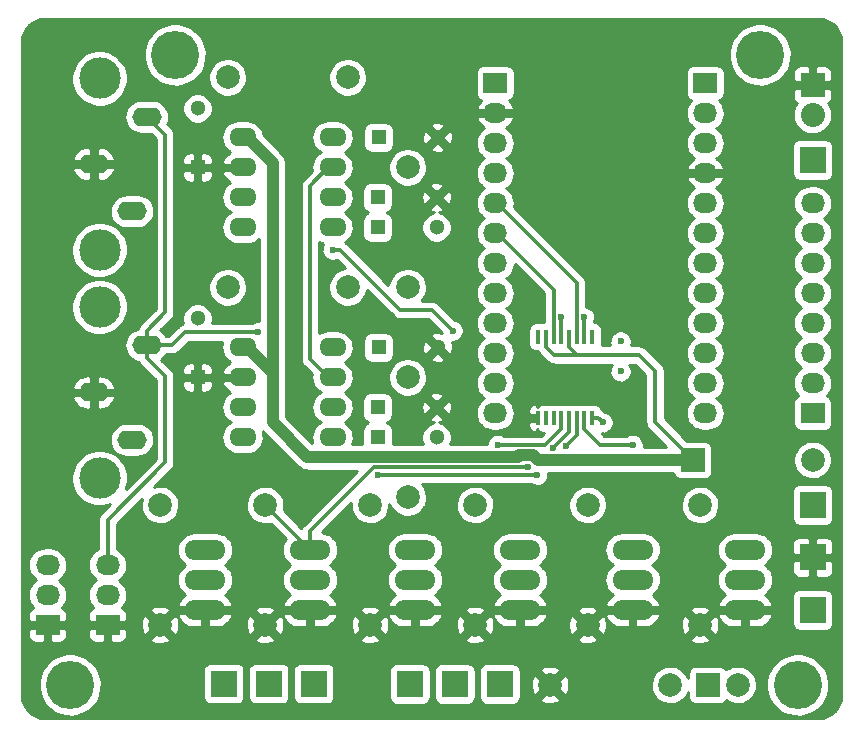
<source format=gbl>
G04 #@! TF.FileFunction,Copper,L2,Bot,Mixed*
%FSLAX46Y46*%
G04 Gerber Fmt 4.6, Leading zero omitted, Abs format (unit mm)*
G04 Created by KiCad (PCBNEW (2015-09-17 BZR 6202)-product) date Wednesday, September 23, 2015 'AMt' 01:59:30 AM*
%MOMM*%
G01*
G04 APERTURE LIST*
%ADD10C,0.100000*%
%ADD11C,4.064000*%
%ADD12R,2.235200X2.235200*%
%ADD13R,2.032000X1.727200*%
%ADD14O,2.032000X1.727200*%
%ADD15R,1.300000X1.300000*%
%ADD16C,1.300000*%
%ADD17C,1.998980*%
%ADD18R,1.998980X1.998980*%
%ADD19R,2.032000X2.032000*%
%ADD20O,2.032000X2.032000*%
%ADD21O,2.300000X1.600000*%
%ADD22R,0.400000X1.200000*%
%ADD23O,2.500000X1.600000*%
%ADD24C,3.500000*%
%ADD25R,2.000000X2.000000*%
%ADD26C,2.000000*%
%ADD27O,3.500120X1.699260*%
%ADD28C,0.600000*%
%ADD29C,0.350000*%
%ADD30C,1.000000*%
%ADD31C,0.300000*%
%ADD32C,0.250000*%
%ADD33C,0.254000*%
G04 APERTURE END LIST*
D10*
D11*
X150495000Y-128270000D03*
X88900000Y-128270000D03*
D12*
X101911143Y-128163701D03*
D11*
X97790000Y-74930000D03*
D13*
X124894362Y-77305728D03*
D14*
X124894362Y-79845728D03*
X124894362Y-82385728D03*
X124894362Y-84925728D03*
X124894362Y-87465728D03*
X124894362Y-90005728D03*
X124894362Y-92545728D03*
X124894362Y-95085728D03*
X124894362Y-97625728D03*
X124894362Y-100165728D03*
X124894362Y-102705728D03*
X124894362Y-105245728D03*
D13*
X142674362Y-77305728D03*
D14*
X142674362Y-92545728D03*
X142674362Y-95085728D03*
X142674362Y-90005728D03*
X142674362Y-97625728D03*
X142674362Y-84925728D03*
X142674362Y-82385728D03*
X142674362Y-79845728D03*
X142674362Y-87465728D03*
X142674362Y-102705728D03*
X142674362Y-100165728D03*
X142674362Y-105245728D03*
D15*
X114935000Y-89535000D03*
D16*
X119935000Y-89535000D03*
D15*
X114935000Y-107315000D03*
D16*
X119935000Y-107315000D03*
D15*
X115015000Y-81915000D03*
D16*
X120015000Y-81915000D03*
D15*
X115015000Y-99695000D03*
D16*
X120015000Y-99695000D03*
D15*
X114935000Y-86995000D03*
D16*
X119935000Y-86995000D03*
D15*
X114935000Y-104775000D03*
D16*
X119935000Y-104775000D03*
D15*
X99695000Y-84455000D03*
D16*
X99695000Y-79455000D03*
D15*
X99695000Y-102235000D03*
D16*
X99695000Y-97235000D03*
D17*
X151765000Y-109220000D03*
D18*
X141605000Y-109220000D03*
D12*
X117663459Y-128195719D03*
X121473459Y-128195719D03*
X105721143Y-128163701D03*
X125283459Y-128195719D03*
X109531143Y-128163701D03*
D13*
X86995000Y-123190000D03*
D14*
X86995000Y-120650000D03*
X86995000Y-118110000D03*
D13*
X92075000Y-123190000D03*
D14*
X92075000Y-120650000D03*
X92075000Y-118110000D03*
D12*
X151765000Y-121920000D03*
X151765000Y-113030000D03*
X151765000Y-117475000D03*
X151765000Y-83820000D03*
D13*
X151765000Y-105245728D03*
D14*
X151765000Y-102705728D03*
X151765000Y-100165728D03*
X151765000Y-97625728D03*
X151765000Y-95085728D03*
X151765000Y-92545728D03*
X151765000Y-90005728D03*
X151765000Y-87465728D03*
D17*
X117475000Y-94615000D03*
X117475000Y-84455000D03*
X117475000Y-112395000D03*
X117475000Y-102235000D03*
X112395000Y-76835000D03*
X102235000Y-76835000D03*
X112395000Y-94615000D03*
X102235000Y-94615000D03*
X129540000Y-128270000D03*
X139700000Y-128270000D03*
X123190000Y-123190000D03*
X123190000Y-113030000D03*
X96520000Y-123190000D03*
X96520000Y-113030000D03*
X132715000Y-123190000D03*
X132715000Y-113030000D03*
X105410000Y-123190000D03*
X105410000Y-113030000D03*
X142240000Y-123190000D03*
X142240000Y-113030000D03*
X114300000Y-123190000D03*
X114300000Y-113030000D03*
D19*
X151765000Y-77470000D03*
D20*
X151765000Y-80010000D03*
D21*
X103505000Y-81915000D03*
X103505000Y-84455000D03*
X103505000Y-86995000D03*
X103505000Y-89535000D03*
X111125000Y-89535000D03*
X111125000Y-86995000D03*
X111125000Y-84455000D03*
X111125000Y-81915000D03*
X103505000Y-99695000D03*
X103505000Y-102235000D03*
X103505000Y-104775000D03*
X103505000Y-107315000D03*
X111125000Y-107315000D03*
X111125000Y-104775000D03*
X111125000Y-102235000D03*
X111125000Y-99695000D03*
D22*
X133085000Y-105685000D03*
X132435000Y-105685000D03*
X131785000Y-105685000D03*
X131135000Y-105685000D03*
X130485000Y-105685000D03*
X129835000Y-105685000D03*
X129185000Y-105685000D03*
X128535000Y-105685000D03*
X128535000Y-98785000D03*
X129185000Y-98785000D03*
X129835000Y-98785000D03*
X130485000Y-98785000D03*
X131135000Y-98785000D03*
X131785000Y-98785000D03*
X132435000Y-98785000D03*
X133085000Y-98785000D03*
D23*
X94143607Y-88172355D03*
X95393607Y-80172355D03*
D24*
X91393607Y-76922355D03*
X91393607Y-91422355D03*
D23*
X90893607Y-84172355D03*
X94143607Y-107505000D03*
X95393607Y-99505000D03*
D24*
X91393607Y-96255000D03*
X91393607Y-110755000D03*
D23*
X90893607Y-103505000D03*
D25*
X142875000Y-128270000D03*
D26*
X145415000Y-128270000D03*
D27*
X100330000Y-119380000D03*
X100330000Y-116840000D03*
X100330000Y-121920000D03*
X109220000Y-119380000D03*
X109220000Y-116840000D03*
X109220000Y-121920000D03*
X118110000Y-119380000D03*
X118110000Y-116840000D03*
X118110000Y-121920000D03*
X127000000Y-119380000D03*
X127000000Y-116840000D03*
X127000000Y-121920000D03*
X136525000Y-119380000D03*
X136525000Y-116840000D03*
X136525000Y-121920000D03*
X146050000Y-119380000D03*
X146050000Y-116840000D03*
X146050000Y-121920000D03*
D11*
X147320000Y-74930000D03*
D28*
X135509000Y-99187000D03*
X135509000Y-101727000D03*
X104775000Y-98425000D03*
X132410010Y-97155000D03*
X114935000Y-110490000D03*
X128450013Y-110490000D03*
X130884253Y-108024253D03*
X133985000Y-106045000D03*
X127650020Y-109839978D03*
X129789627Y-108199627D03*
X136525000Y-107950000D03*
X125095006Y-107950000D03*
X121285000Y-98275738D03*
X111125000Y-91424980D03*
X130460010Y-97155000D03*
D29*
X140335000Y-107950000D02*
X141605000Y-109220000D01*
X132114188Y-100330000D02*
X137100309Y-100330000D01*
X137100309Y-100330000D02*
X138430000Y-101659691D01*
X138430000Y-101659691D02*
X138430000Y-106045000D01*
X138430000Y-106045000D02*
X140335000Y-107950000D01*
D30*
X106045000Y-106045000D02*
X106045000Y-102546600D01*
X126786508Y-108989988D02*
X108989988Y-108989988D01*
X128130022Y-108839976D02*
X126936520Y-108839976D01*
X126936520Y-108839976D02*
X126786508Y-108989988D01*
X141605000Y-109220000D02*
X128510046Y-109220000D01*
X128510046Y-109220000D02*
X128130022Y-108839976D01*
X108989988Y-108989988D02*
X106045000Y-106045000D01*
X106045000Y-102546600D02*
X106045000Y-101885000D01*
X103855000Y-81915000D02*
X103505000Y-81915000D01*
X106045000Y-102546600D02*
X106045000Y-84105000D01*
X106045000Y-84105000D02*
X103855000Y-81915000D01*
X106045000Y-101885000D02*
X103855000Y-99695000D01*
X103855000Y-99695000D02*
X103505000Y-99695000D01*
D29*
X129880000Y-100330000D02*
X132114188Y-100330000D01*
X131135000Y-98785000D02*
X131135000Y-99635000D01*
X131135000Y-99635000D02*
X131830000Y-100330000D01*
X131830000Y-100330000D02*
X132114188Y-100330000D01*
X129185000Y-98785000D02*
X129185000Y-99635000D01*
X129185000Y-99635000D02*
X129880000Y-100330000D01*
D30*
X141605000Y-109220000D02*
X140335000Y-109220000D01*
D31*
X95393607Y-99505000D02*
X97557214Y-99505000D01*
X97557214Y-99505000D02*
X98637214Y-98425000D01*
X96943607Y-109431393D02*
X96943607Y-102155000D01*
X96943607Y-102155000D02*
X95393607Y-100605000D01*
X95393607Y-100605000D02*
X95393607Y-99505000D01*
X98637214Y-98425000D02*
X104775000Y-98425000D01*
X96943607Y-96731393D02*
X95393607Y-98281393D01*
X95393607Y-98281393D02*
X95393607Y-99505000D01*
X104717645Y-98482355D02*
X104775000Y-98425000D01*
X96943607Y-96731393D02*
X96943607Y-81703607D01*
X96943607Y-81703607D02*
X95412355Y-80172355D01*
X95412355Y-80172355D02*
X95393607Y-80172355D01*
X92075000Y-118110000D02*
X92075000Y-114300000D01*
X92075000Y-114300000D02*
X96943607Y-109431393D01*
X132435000Y-98785000D02*
X132435000Y-97179990D01*
D32*
X132435000Y-97179990D02*
X132410010Y-97155000D01*
D31*
X128450013Y-110490000D02*
X114935000Y-110490000D01*
X131785000Y-105685000D02*
X131785000Y-107123506D01*
X131785000Y-107123506D02*
X130884253Y-108024253D01*
X133085000Y-105685000D02*
X133625000Y-105685000D01*
X133625000Y-105685000D02*
X133985000Y-106045000D01*
X127225756Y-109839978D02*
X127650020Y-109839978D01*
X109220000Y-116840000D02*
X109220000Y-115242998D01*
X114622999Y-109839999D02*
X127225735Y-109839999D01*
X127225735Y-109839999D02*
X127225756Y-109839978D01*
X109220000Y-115242998D02*
X114622999Y-109839999D01*
X105410000Y-113030000D02*
X109220000Y-116840000D01*
X131135000Y-105685000D02*
X131135000Y-106854254D01*
X131135000Y-106854254D02*
X129789627Y-108199627D01*
X132435000Y-105685000D02*
X132435000Y-106585000D01*
X132435000Y-106585000D02*
X133800000Y-107950000D01*
X133800000Y-107950000D02*
X136525000Y-107950000D01*
X130485000Y-105685000D02*
X130485000Y-106585000D01*
X130485000Y-106585000D02*
X129120000Y-107950000D01*
X129120000Y-107950000D02*
X125095000Y-107950000D01*
X125095000Y-107950000D02*
X125095006Y-107950000D01*
X119380000Y-96520000D02*
X119529262Y-96520000D01*
X119529262Y-96520000D02*
X121285000Y-98275738D01*
X119380000Y-96520000D02*
X116840000Y-96520000D01*
X116840000Y-96520000D02*
X111760000Y-91440000D01*
X111760000Y-91440000D02*
X111140020Y-91440000D01*
X111140020Y-91440000D02*
X111125000Y-91424980D01*
X111125000Y-102235000D02*
X110775000Y-102235000D01*
X110775000Y-102235000D02*
X109220000Y-100680000D01*
X109220000Y-100680000D02*
X109220000Y-86010000D01*
X109220000Y-86010000D02*
X110775000Y-84455000D01*
X110775000Y-84455000D02*
X111125000Y-84455000D01*
D32*
X124894362Y-90005728D02*
X125046762Y-90005728D01*
D31*
X125046762Y-90005728D02*
X129835000Y-94793966D01*
X129835000Y-94793966D02*
X129835000Y-97935000D01*
X129835000Y-97935000D02*
X129835000Y-98785000D01*
X130485000Y-98785000D02*
X130485000Y-97179990D01*
D32*
X130485000Y-97179990D02*
X130460010Y-97155000D01*
D31*
X131785000Y-98785000D02*
X131785000Y-94203966D01*
X131785000Y-94203966D02*
X125046762Y-87465728D01*
D32*
X125046762Y-87465728D02*
X124894362Y-87465728D01*
D33*
G36*
X152670285Y-71918591D02*
X153021527Y-72025140D01*
X153345240Y-72198168D01*
X153628977Y-72431023D01*
X153861832Y-72714760D01*
X154034860Y-73038473D01*
X154141409Y-73389715D01*
X154178000Y-73761234D01*
X154178000Y-129184766D01*
X154141409Y-129556285D01*
X154034860Y-129907527D01*
X153861832Y-130231240D01*
X153628977Y-130514977D01*
X153345240Y-130747832D01*
X153021527Y-130920860D01*
X152670285Y-131027409D01*
X152298766Y-131064000D01*
X86715234Y-131064000D01*
X86343715Y-131027409D01*
X85992473Y-130920860D01*
X85668760Y-130747832D01*
X85385023Y-130514977D01*
X85152168Y-130231240D01*
X84979140Y-129907527D01*
X84872591Y-129556285D01*
X84836000Y-129184766D01*
X84836000Y-128494249D01*
X86229495Y-128494249D01*
X86323911Y-129008682D01*
X86516450Y-129494979D01*
X86799777Y-129934616D01*
X87163101Y-130310850D01*
X87592583Y-130609347D01*
X88071864Y-130818740D01*
X88582689Y-130931052D01*
X89105600Y-130942006D01*
X89620679Y-130851183D01*
X90108309Y-130662044D01*
X90549914Y-130381793D01*
X90928674Y-130021104D01*
X91230163Y-129593717D01*
X91442897Y-129115909D01*
X91558772Y-128605881D01*
X91567114Y-128008487D01*
X91465524Y-127495423D01*
X91280328Y-127046101D01*
X100155471Y-127046101D01*
X100155471Y-129281301D01*
X100163535Y-129382422D01*
X100216649Y-129553935D01*
X100315443Y-129703860D01*
X100452093Y-129820326D01*
X100615780Y-129894111D01*
X100793543Y-129919373D01*
X103028743Y-129919373D01*
X103129864Y-129911309D01*
X103301377Y-129858195D01*
X103451302Y-129759401D01*
X103567768Y-129622751D01*
X103641553Y-129459064D01*
X103666815Y-129281301D01*
X103666815Y-127046101D01*
X103965471Y-127046101D01*
X103965471Y-129281301D01*
X103973535Y-129382422D01*
X104026649Y-129553935D01*
X104125443Y-129703860D01*
X104262093Y-129820326D01*
X104425780Y-129894111D01*
X104603543Y-129919373D01*
X106838743Y-129919373D01*
X106939864Y-129911309D01*
X107111377Y-129858195D01*
X107261302Y-129759401D01*
X107377768Y-129622751D01*
X107451553Y-129459064D01*
X107476815Y-129281301D01*
X107476815Y-127046101D01*
X107775471Y-127046101D01*
X107775471Y-129281301D01*
X107783535Y-129382422D01*
X107836649Y-129553935D01*
X107935443Y-129703860D01*
X108072093Y-129820326D01*
X108235780Y-129894111D01*
X108413543Y-129919373D01*
X110648743Y-129919373D01*
X110749864Y-129911309D01*
X110921377Y-129858195D01*
X111071302Y-129759401D01*
X111187768Y-129622751D01*
X111261553Y-129459064D01*
X111286815Y-129281301D01*
X111286815Y-127078119D01*
X115907787Y-127078119D01*
X115907787Y-129313319D01*
X115915851Y-129414440D01*
X115968965Y-129585953D01*
X116067759Y-129735878D01*
X116204409Y-129852344D01*
X116368096Y-129926129D01*
X116545859Y-129951391D01*
X118781059Y-129951391D01*
X118882180Y-129943327D01*
X119053693Y-129890213D01*
X119203618Y-129791419D01*
X119320084Y-129654769D01*
X119393869Y-129491082D01*
X119419131Y-129313319D01*
X119419131Y-127078119D01*
X119717787Y-127078119D01*
X119717787Y-129313319D01*
X119725851Y-129414440D01*
X119778965Y-129585953D01*
X119877759Y-129735878D01*
X120014409Y-129852344D01*
X120178096Y-129926129D01*
X120355859Y-129951391D01*
X122591059Y-129951391D01*
X122692180Y-129943327D01*
X122863693Y-129890213D01*
X123013618Y-129791419D01*
X123130084Y-129654769D01*
X123203869Y-129491082D01*
X123229131Y-129313319D01*
X123229131Y-127078119D01*
X123527787Y-127078119D01*
X123527787Y-129313319D01*
X123535851Y-129414440D01*
X123588965Y-129585953D01*
X123687759Y-129735878D01*
X123824409Y-129852344D01*
X123988096Y-129926129D01*
X124165859Y-129951391D01*
X126401059Y-129951391D01*
X126502180Y-129943327D01*
X126673693Y-129890213D01*
X126823618Y-129791419D01*
X126940084Y-129654769D01*
X127013869Y-129491082D01*
X127015486Y-129479701D01*
X128681024Y-129479701D01*
X128786328Y-129729264D01*
X129085498Y-129848259D01*
X129402134Y-129906601D01*
X129724068Y-129902051D01*
X130038929Y-129834781D01*
X130293672Y-129729264D01*
X130398976Y-129479701D01*
X129540000Y-128620725D01*
X128681024Y-129479701D01*
X127015486Y-129479701D01*
X127039131Y-129313319D01*
X127039131Y-128132134D01*
X127903399Y-128132134D01*
X127907949Y-128454068D01*
X127975219Y-128768929D01*
X128080736Y-129023672D01*
X128330299Y-129128976D01*
X129189275Y-128270000D01*
X129890725Y-128270000D01*
X130749701Y-129128976D01*
X130999264Y-129023672D01*
X131118259Y-128724502D01*
X131176601Y-128407866D01*
X131176595Y-128407432D01*
X138063361Y-128407432D01*
X138121225Y-128722707D01*
X138239223Y-129020737D01*
X138412863Y-129290172D01*
X138635529Y-129520750D01*
X138898740Y-129703686D01*
X139192471Y-129832014D01*
X139505533Y-129900846D01*
X139826003Y-129907558D01*
X140141674Y-129851897D01*
X140440521Y-129735982D01*
X140711162Y-129564228D01*
X140943288Y-129343177D01*
X141128058Y-129081250D01*
X141236928Y-128836723D01*
X141236928Y-129270000D01*
X141244992Y-129371121D01*
X141298106Y-129542634D01*
X141396900Y-129692559D01*
X141533550Y-129809025D01*
X141697237Y-129882810D01*
X141875000Y-129908072D01*
X143875000Y-129908072D01*
X143976121Y-129900008D01*
X144147634Y-129846894D01*
X144297559Y-129748100D01*
X144414025Y-129611450D01*
X144429796Y-129576463D01*
X144613490Y-129704133D01*
X144907313Y-129832501D01*
X145220473Y-129901354D01*
X145541043Y-129908069D01*
X145856811Y-129852390D01*
X146155752Y-129736439D01*
X146426477Y-129564632D01*
X146658676Y-129343512D01*
X146843503Y-129081503D01*
X146973919Y-128788583D01*
X147040789Y-128494249D01*
X147824495Y-128494249D01*
X147918911Y-129008682D01*
X148111450Y-129494979D01*
X148394777Y-129934616D01*
X148758101Y-130310850D01*
X149187583Y-130609347D01*
X149666864Y-130818740D01*
X150177689Y-130931052D01*
X150700600Y-130942006D01*
X151215679Y-130851183D01*
X151703309Y-130662044D01*
X152144914Y-130381793D01*
X152523674Y-130021104D01*
X152825163Y-129593717D01*
X153037897Y-129115909D01*
X153153772Y-128605881D01*
X153162114Y-128008487D01*
X153060524Y-127495423D01*
X152861215Y-127011861D01*
X152571777Y-126576222D01*
X152203235Y-126205098D01*
X151769627Y-125912626D01*
X151287469Y-125709946D01*
X150775126Y-125604777D01*
X150252113Y-125601125D01*
X149738352Y-125699131D01*
X149253411Y-125895059D01*
X148815762Y-126181449D01*
X148442074Y-126547391D01*
X148146582Y-126978946D01*
X147940541Y-127459678D01*
X147831797Y-127971274D01*
X147824495Y-128494249D01*
X147040789Y-128494249D01*
X147044956Y-128475911D01*
X147050070Y-128109680D01*
X146987791Y-127795146D01*
X146865604Y-127498700D01*
X146688165Y-127231632D01*
X146462231Y-127004115D01*
X146196408Y-126824816D01*
X145900822Y-126700563D01*
X145586731Y-126636089D01*
X145266099Y-126633851D01*
X144951138Y-126693933D01*
X144653846Y-126814046D01*
X144428336Y-126961616D01*
X144353100Y-126847441D01*
X144216450Y-126730975D01*
X144052763Y-126657190D01*
X143875000Y-126631928D01*
X141875000Y-126631928D01*
X141773879Y-126639992D01*
X141602366Y-126693106D01*
X141452441Y-126791900D01*
X141335975Y-126928550D01*
X141262190Y-127092237D01*
X141236928Y-127270000D01*
X141236928Y-127709473D01*
X141150152Y-127498940D01*
X140972768Y-127231956D01*
X140746905Y-127004510D01*
X140481165Y-126825266D01*
X140185671Y-126701052D01*
X139871677Y-126636598D01*
X139551145Y-126634360D01*
X139236283Y-126694424D01*
X138939083Y-126814500D01*
X138670867Y-126990016D01*
X138441849Y-127214286D01*
X138260755Y-127478768D01*
X138134481Y-127773388D01*
X138067837Y-128086924D01*
X138063361Y-128407432D01*
X131176595Y-128407432D01*
X131172051Y-128085932D01*
X131104781Y-127771071D01*
X130999264Y-127516328D01*
X130749701Y-127411024D01*
X129890725Y-128270000D01*
X129189275Y-128270000D01*
X128330299Y-127411024D01*
X128080736Y-127516328D01*
X127961741Y-127815498D01*
X127903399Y-128132134D01*
X127039131Y-128132134D01*
X127039131Y-127078119D01*
X127037710Y-127060299D01*
X128681024Y-127060299D01*
X129540000Y-127919275D01*
X130398976Y-127060299D01*
X130293672Y-126810736D01*
X129994502Y-126691741D01*
X129677866Y-126633399D01*
X129355932Y-126637949D01*
X129041071Y-126705219D01*
X128786328Y-126810736D01*
X128681024Y-127060299D01*
X127037710Y-127060299D01*
X127031067Y-126976998D01*
X126977953Y-126805485D01*
X126879159Y-126655560D01*
X126742509Y-126539094D01*
X126578822Y-126465309D01*
X126401059Y-126440047D01*
X124165859Y-126440047D01*
X124064738Y-126448111D01*
X123893225Y-126501225D01*
X123743300Y-126600019D01*
X123626834Y-126736669D01*
X123553049Y-126900356D01*
X123527787Y-127078119D01*
X123229131Y-127078119D01*
X123221067Y-126976998D01*
X123167953Y-126805485D01*
X123069159Y-126655560D01*
X122932509Y-126539094D01*
X122768822Y-126465309D01*
X122591059Y-126440047D01*
X120355859Y-126440047D01*
X120254738Y-126448111D01*
X120083225Y-126501225D01*
X119933300Y-126600019D01*
X119816834Y-126736669D01*
X119743049Y-126900356D01*
X119717787Y-127078119D01*
X119419131Y-127078119D01*
X119411067Y-126976998D01*
X119357953Y-126805485D01*
X119259159Y-126655560D01*
X119122509Y-126539094D01*
X118958822Y-126465309D01*
X118781059Y-126440047D01*
X116545859Y-126440047D01*
X116444738Y-126448111D01*
X116273225Y-126501225D01*
X116123300Y-126600019D01*
X116006834Y-126736669D01*
X115933049Y-126900356D01*
X115907787Y-127078119D01*
X111286815Y-127078119D01*
X111286815Y-127046101D01*
X111278751Y-126944980D01*
X111225637Y-126773467D01*
X111126843Y-126623542D01*
X110990193Y-126507076D01*
X110826506Y-126433291D01*
X110648743Y-126408029D01*
X108413543Y-126408029D01*
X108312422Y-126416093D01*
X108140909Y-126469207D01*
X107990984Y-126568001D01*
X107874518Y-126704651D01*
X107800733Y-126868338D01*
X107775471Y-127046101D01*
X107476815Y-127046101D01*
X107468751Y-126944980D01*
X107415637Y-126773467D01*
X107316843Y-126623542D01*
X107180193Y-126507076D01*
X107016506Y-126433291D01*
X106838743Y-126408029D01*
X104603543Y-126408029D01*
X104502422Y-126416093D01*
X104330909Y-126469207D01*
X104180984Y-126568001D01*
X104064518Y-126704651D01*
X103990733Y-126868338D01*
X103965471Y-127046101D01*
X103666815Y-127046101D01*
X103658751Y-126944980D01*
X103605637Y-126773467D01*
X103506843Y-126623542D01*
X103370193Y-126507076D01*
X103206506Y-126433291D01*
X103028743Y-126408029D01*
X100793543Y-126408029D01*
X100692422Y-126416093D01*
X100520909Y-126469207D01*
X100370984Y-126568001D01*
X100254518Y-126704651D01*
X100180733Y-126868338D01*
X100155471Y-127046101D01*
X91280328Y-127046101D01*
X91266215Y-127011861D01*
X90976777Y-126576222D01*
X90608235Y-126205098D01*
X90174627Y-125912626D01*
X89692469Y-125709946D01*
X89180126Y-125604777D01*
X88657113Y-125601125D01*
X88143352Y-125699131D01*
X87658411Y-125895059D01*
X87220762Y-126181449D01*
X86847074Y-126547391D01*
X86551582Y-126978946D01*
X86345541Y-127459678D01*
X86236797Y-127971274D01*
X86229495Y-128494249D01*
X84836000Y-128494249D01*
X84836000Y-123596750D01*
X85344000Y-123596750D01*
X85344000Y-124116142D01*
X85368403Y-124238823D01*
X85416270Y-124354385D01*
X85485763Y-124458389D01*
X85574211Y-124546837D01*
X85678215Y-124616330D01*
X85793777Y-124664197D01*
X85916458Y-124688600D01*
X86588250Y-124688600D01*
X86747000Y-124529850D01*
X86747000Y-123438000D01*
X87243000Y-123438000D01*
X87243000Y-124529850D01*
X87401750Y-124688600D01*
X88073542Y-124688600D01*
X88196223Y-124664197D01*
X88311785Y-124616330D01*
X88415789Y-124546837D01*
X88504237Y-124458389D01*
X88573730Y-124354385D01*
X88621597Y-124238823D01*
X88646000Y-124116142D01*
X88646000Y-123596750D01*
X90424000Y-123596750D01*
X90424000Y-124116142D01*
X90448403Y-124238823D01*
X90496270Y-124354385D01*
X90565763Y-124458389D01*
X90654211Y-124546837D01*
X90758215Y-124616330D01*
X90873777Y-124664197D01*
X90996458Y-124688600D01*
X91668250Y-124688600D01*
X91827000Y-124529850D01*
X91827000Y-123438000D01*
X92323000Y-123438000D01*
X92323000Y-124529850D01*
X92481750Y-124688600D01*
X93153542Y-124688600D01*
X93276223Y-124664197D01*
X93391785Y-124616330D01*
X93495789Y-124546837D01*
X93584237Y-124458389D01*
X93623450Y-124399701D01*
X95661024Y-124399701D01*
X95766328Y-124649264D01*
X96065498Y-124768259D01*
X96382134Y-124826601D01*
X96704068Y-124822051D01*
X97018929Y-124754781D01*
X97273672Y-124649264D01*
X97378976Y-124399701D01*
X104551024Y-124399701D01*
X104656328Y-124649264D01*
X104955498Y-124768259D01*
X105272134Y-124826601D01*
X105594068Y-124822051D01*
X105908929Y-124754781D01*
X106163672Y-124649264D01*
X106268976Y-124399701D01*
X113441024Y-124399701D01*
X113546328Y-124649264D01*
X113845498Y-124768259D01*
X114162134Y-124826601D01*
X114484068Y-124822051D01*
X114798929Y-124754781D01*
X115053672Y-124649264D01*
X115158976Y-124399701D01*
X122331024Y-124399701D01*
X122436328Y-124649264D01*
X122735498Y-124768259D01*
X123052134Y-124826601D01*
X123374068Y-124822051D01*
X123688929Y-124754781D01*
X123943672Y-124649264D01*
X124048976Y-124399701D01*
X131856024Y-124399701D01*
X131961328Y-124649264D01*
X132260498Y-124768259D01*
X132577134Y-124826601D01*
X132899068Y-124822051D01*
X133213929Y-124754781D01*
X133468672Y-124649264D01*
X133573976Y-124399701D01*
X141381024Y-124399701D01*
X141486328Y-124649264D01*
X141785498Y-124768259D01*
X142102134Y-124826601D01*
X142424068Y-124822051D01*
X142738929Y-124754781D01*
X142993672Y-124649264D01*
X143098976Y-124399701D01*
X142240000Y-123540725D01*
X141381024Y-124399701D01*
X133573976Y-124399701D01*
X132715000Y-123540725D01*
X131856024Y-124399701D01*
X124048976Y-124399701D01*
X123190000Y-123540725D01*
X122331024Y-124399701D01*
X115158976Y-124399701D01*
X114300000Y-123540725D01*
X113441024Y-124399701D01*
X106268976Y-124399701D01*
X105410000Y-123540725D01*
X104551024Y-124399701D01*
X97378976Y-124399701D01*
X96520000Y-123540725D01*
X95661024Y-124399701D01*
X93623450Y-124399701D01*
X93653730Y-124354385D01*
X93701597Y-124238823D01*
X93726000Y-124116142D01*
X93726000Y-123596750D01*
X93567250Y-123438000D01*
X92323000Y-123438000D01*
X91827000Y-123438000D01*
X90582750Y-123438000D01*
X90424000Y-123596750D01*
X88646000Y-123596750D01*
X88487250Y-123438000D01*
X87243000Y-123438000D01*
X86747000Y-123438000D01*
X85502750Y-123438000D01*
X85344000Y-123596750D01*
X84836000Y-123596750D01*
X84836000Y-123052134D01*
X94883399Y-123052134D01*
X94887949Y-123374068D01*
X94955219Y-123688929D01*
X95060736Y-123943672D01*
X95310299Y-124048976D01*
X96169275Y-123190000D01*
X96870725Y-123190000D01*
X97729701Y-124048976D01*
X97979264Y-123943672D01*
X98098259Y-123644502D01*
X98156601Y-123327866D01*
X98152051Y-123005932D01*
X98084781Y-122691071D01*
X97979264Y-122436328D01*
X97878787Y-122393931D01*
X98022617Y-122393931D01*
X98057363Y-122538611D01*
X98204415Y-122794429D01*
X98398549Y-123016643D01*
X98632304Y-123196714D01*
X98896698Y-123327721D01*
X99181570Y-123404630D01*
X100082000Y-123404630D01*
X100082000Y-122168000D01*
X100578000Y-122168000D01*
X100578000Y-123404630D01*
X101478430Y-123404630D01*
X101763302Y-123327721D01*
X102027696Y-123196714D01*
X102215379Y-123052134D01*
X103773399Y-123052134D01*
X103777949Y-123374068D01*
X103845219Y-123688929D01*
X103950736Y-123943672D01*
X104200299Y-124048976D01*
X105059275Y-123190000D01*
X105760725Y-123190000D01*
X106619701Y-124048976D01*
X106869264Y-123943672D01*
X106988259Y-123644502D01*
X107046601Y-123327866D01*
X107042051Y-123005932D01*
X106974781Y-122691071D01*
X106869264Y-122436328D01*
X106768787Y-122393931D01*
X106912617Y-122393931D01*
X106947363Y-122538611D01*
X107094415Y-122794429D01*
X107288549Y-123016643D01*
X107522304Y-123196714D01*
X107786698Y-123327721D01*
X108071570Y-123404630D01*
X108972000Y-123404630D01*
X108972000Y-122168000D01*
X109468000Y-122168000D01*
X109468000Y-123404630D01*
X110368430Y-123404630D01*
X110653302Y-123327721D01*
X110917696Y-123196714D01*
X111105379Y-123052134D01*
X112663399Y-123052134D01*
X112667949Y-123374068D01*
X112735219Y-123688929D01*
X112840736Y-123943672D01*
X113090299Y-124048976D01*
X113949275Y-123190000D01*
X114650725Y-123190000D01*
X115509701Y-124048976D01*
X115759264Y-123943672D01*
X115878259Y-123644502D01*
X115936601Y-123327866D01*
X115932051Y-123005932D01*
X115864781Y-122691071D01*
X115759264Y-122436328D01*
X115658787Y-122393931D01*
X115802617Y-122393931D01*
X115837363Y-122538611D01*
X115984415Y-122794429D01*
X116178549Y-123016643D01*
X116412304Y-123196714D01*
X116676698Y-123327721D01*
X116961570Y-123404630D01*
X117862000Y-123404630D01*
X117862000Y-122168000D01*
X118358000Y-122168000D01*
X118358000Y-123404630D01*
X119258430Y-123404630D01*
X119543302Y-123327721D01*
X119807696Y-123196714D01*
X119995379Y-123052134D01*
X121553399Y-123052134D01*
X121557949Y-123374068D01*
X121625219Y-123688929D01*
X121730736Y-123943672D01*
X121980299Y-124048976D01*
X122839275Y-123190000D01*
X123540725Y-123190000D01*
X124399701Y-124048976D01*
X124649264Y-123943672D01*
X124768259Y-123644502D01*
X124826601Y-123327866D01*
X124822051Y-123005932D01*
X124754781Y-122691071D01*
X124649264Y-122436328D01*
X124548787Y-122393931D01*
X124692617Y-122393931D01*
X124727363Y-122538611D01*
X124874415Y-122794429D01*
X125068549Y-123016643D01*
X125302304Y-123196714D01*
X125566698Y-123327721D01*
X125851570Y-123404630D01*
X126752000Y-123404630D01*
X126752000Y-122168000D01*
X127248000Y-122168000D01*
X127248000Y-123404630D01*
X128148430Y-123404630D01*
X128433302Y-123327721D01*
X128697696Y-123196714D01*
X128885379Y-123052134D01*
X131078399Y-123052134D01*
X131082949Y-123374068D01*
X131150219Y-123688929D01*
X131255736Y-123943672D01*
X131505299Y-124048976D01*
X132364275Y-123190000D01*
X133065725Y-123190000D01*
X133924701Y-124048976D01*
X134174264Y-123943672D01*
X134293259Y-123644502D01*
X134351601Y-123327866D01*
X134347051Y-123005932D01*
X134279781Y-122691071D01*
X134174264Y-122436328D01*
X134073787Y-122393931D01*
X134217617Y-122393931D01*
X134252363Y-122538611D01*
X134399415Y-122794429D01*
X134593549Y-123016643D01*
X134827304Y-123196714D01*
X135091698Y-123327721D01*
X135376570Y-123404630D01*
X136277000Y-123404630D01*
X136277000Y-122168000D01*
X136773000Y-122168000D01*
X136773000Y-123404630D01*
X137673430Y-123404630D01*
X137958302Y-123327721D01*
X138222696Y-123196714D01*
X138410379Y-123052134D01*
X140603399Y-123052134D01*
X140607949Y-123374068D01*
X140675219Y-123688929D01*
X140780736Y-123943672D01*
X141030299Y-124048976D01*
X141889275Y-123190000D01*
X142590725Y-123190000D01*
X143449701Y-124048976D01*
X143699264Y-123943672D01*
X143818259Y-123644502D01*
X143876601Y-123327866D01*
X143872051Y-123005932D01*
X143804781Y-122691071D01*
X143699264Y-122436328D01*
X143598787Y-122393931D01*
X143742617Y-122393931D01*
X143777363Y-122538611D01*
X143924415Y-122794429D01*
X144118549Y-123016643D01*
X144352304Y-123196714D01*
X144616698Y-123327721D01*
X144901570Y-123404630D01*
X145802000Y-123404630D01*
X145802000Y-122168000D01*
X146298000Y-122168000D01*
X146298000Y-123404630D01*
X147198430Y-123404630D01*
X147483302Y-123327721D01*
X147747696Y-123196714D01*
X147981451Y-123016643D01*
X148175585Y-122794429D01*
X148322637Y-122538611D01*
X148357383Y-122393931D01*
X148252910Y-122168000D01*
X146298000Y-122168000D01*
X145802000Y-122168000D01*
X143847090Y-122168000D01*
X143742617Y-122393931D01*
X143598787Y-122393931D01*
X143449701Y-122331024D01*
X142590725Y-123190000D01*
X141889275Y-123190000D01*
X141030299Y-122331024D01*
X140780736Y-122436328D01*
X140661741Y-122735498D01*
X140603399Y-123052134D01*
X138410379Y-123052134D01*
X138456451Y-123016643D01*
X138650585Y-122794429D01*
X138797637Y-122538611D01*
X138832383Y-122393931D01*
X138727910Y-122168000D01*
X136773000Y-122168000D01*
X136277000Y-122168000D01*
X134322090Y-122168000D01*
X134217617Y-122393931D01*
X134073787Y-122393931D01*
X133924701Y-122331024D01*
X133065725Y-123190000D01*
X132364275Y-123190000D01*
X131505299Y-122331024D01*
X131255736Y-122436328D01*
X131136741Y-122735498D01*
X131078399Y-123052134D01*
X128885379Y-123052134D01*
X128931451Y-123016643D01*
X129125585Y-122794429D01*
X129272637Y-122538611D01*
X129307383Y-122393931D01*
X129202910Y-122168000D01*
X127248000Y-122168000D01*
X126752000Y-122168000D01*
X124797090Y-122168000D01*
X124692617Y-122393931D01*
X124548787Y-122393931D01*
X124399701Y-122331024D01*
X123540725Y-123190000D01*
X122839275Y-123190000D01*
X121980299Y-122331024D01*
X121730736Y-122436328D01*
X121611741Y-122735498D01*
X121553399Y-123052134D01*
X119995379Y-123052134D01*
X120041451Y-123016643D01*
X120235585Y-122794429D01*
X120382637Y-122538611D01*
X120417383Y-122393931D01*
X120312910Y-122168000D01*
X118358000Y-122168000D01*
X117862000Y-122168000D01*
X115907090Y-122168000D01*
X115802617Y-122393931D01*
X115658787Y-122393931D01*
X115509701Y-122331024D01*
X114650725Y-123190000D01*
X113949275Y-123190000D01*
X113090299Y-122331024D01*
X112840736Y-122436328D01*
X112721741Y-122735498D01*
X112663399Y-123052134D01*
X111105379Y-123052134D01*
X111151451Y-123016643D01*
X111345585Y-122794429D01*
X111492637Y-122538611D01*
X111527383Y-122393931D01*
X111422910Y-122168000D01*
X109468000Y-122168000D01*
X108972000Y-122168000D01*
X107017090Y-122168000D01*
X106912617Y-122393931D01*
X106768787Y-122393931D01*
X106619701Y-122331024D01*
X105760725Y-123190000D01*
X105059275Y-123190000D01*
X104200299Y-122331024D01*
X103950736Y-122436328D01*
X103831741Y-122735498D01*
X103773399Y-123052134D01*
X102215379Y-123052134D01*
X102261451Y-123016643D01*
X102455585Y-122794429D01*
X102602637Y-122538611D01*
X102637383Y-122393931D01*
X102532910Y-122168000D01*
X100578000Y-122168000D01*
X100082000Y-122168000D01*
X98127090Y-122168000D01*
X98022617Y-122393931D01*
X97878787Y-122393931D01*
X97729701Y-122331024D01*
X96870725Y-123190000D01*
X96169275Y-123190000D01*
X95310299Y-122331024D01*
X95060736Y-122436328D01*
X94941741Y-122735498D01*
X94883399Y-123052134D01*
X84836000Y-123052134D01*
X84836000Y-118099538D01*
X85336049Y-118099538D01*
X85362556Y-118390810D01*
X85445134Y-118671385D01*
X85580637Y-118930578D01*
X85763903Y-119158515D01*
X85987952Y-119346515D01*
X86047587Y-119379299D01*
X86005299Y-119401784D01*
X85778647Y-119586637D01*
X85592216Y-119811994D01*
X85453108Y-120069269D01*
X85366621Y-120348665D01*
X85336049Y-120639538D01*
X85362556Y-120930810D01*
X85445134Y-121211385D01*
X85580637Y-121470578D01*
X85763903Y-121698515D01*
X85787570Y-121718374D01*
X85678215Y-121763670D01*
X85574211Y-121833163D01*
X85485763Y-121921611D01*
X85416270Y-122025615D01*
X85368403Y-122141177D01*
X85344000Y-122263858D01*
X85344000Y-122783250D01*
X85502750Y-122942000D01*
X86747000Y-122942000D01*
X86747000Y-122922000D01*
X87243000Y-122922000D01*
X87243000Y-122942000D01*
X88487250Y-122942000D01*
X88646000Y-122783250D01*
X88646000Y-122263858D01*
X88621597Y-122141177D01*
X88573730Y-122025615D01*
X88504237Y-121921611D01*
X88415789Y-121833163D01*
X88311785Y-121763670D01*
X88204273Y-121719137D01*
X88211353Y-121713363D01*
X88397784Y-121488006D01*
X88536892Y-121230731D01*
X88623379Y-120951335D01*
X88653951Y-120660462D01*
X88627444Y-120369190D01*
X88544866Y-120088615D01*
X88409363Y-119829422D01*
X88226097Y-119601485D01*
X88002048Y-119413485D01*
X87942413Y-119380701D01*
X87984701Y-119358216D01*
X88211353Y-119173363D01*
X88397784Y-118948006D01*
X88536892Y-118690731D01*
X88623379Y-118411335D01*
X88653951Y-118120462D01*
X88627444Y-117829190D01*
X88544866Y-117548615D01*
X88409363Y-117289422D01*
X88226097Y-117061485D01*
X88002048Y-116873485D01*
X87745749Y-116732584D01*
X87466964Y-116644148D01*
X87176312Y-116611546D01*
X87155388Y-116611400D01*
X86834612Y-116611400D01*
X86543532Y-116639941D01*
X86263540Y-116724475D01*
X86005299Y-116861784D01*
X85778647Y-117046637D01*
X85592216Y-117271994D01*
X85453108Y-117529269D01*
X85366621Y-117808665D01*
X85336049Y-118099538D01*
X84836000Y-118099538D01*
X84836000Y-110955537D01*
X89005472Y-110955537D01*
X89089905Y-111415576D01*
X89262085Y-111850453D01*
X89515454Y-112243606D01*
X89840362Y-112580057D01*
X90224432Y-112846993D01*
X90653035Y-113034245D01*
X91109847Y-113134682D01*
X91577467Y-113144477D01*
X92038084Y-113063258D01*
X92305186Y-112959656D01*
X91519921Y-113744921D01*
X91473885Y-113800966D01*
X91427286Y-113856501D01*
X91425298Y-113860117D01*
X91422677Y-113863308D01*
X91388394Y-113927245D01*
X91353479Y-113990756D01*
X91352232Y-113994688D01*
X91350280Y-113998328D01*
X91329089Y-114067641D01*
X91307154Y-114136789D01*
X91306693Y-114140897D01*
X91305488Y-114144839D01*
X91298164Y-114216944D01*
X91290077Y-114289040D01*
X91290020Y-114297109D01*
X91290005Y-114297260D01*
X91290018Y-114297400D01*
X91290000Y-114300000D01*
X91290000Y-116752943D01*
X91085299Y-116861784D01*
X90858647Y-117046637D01*
X90672216Y-117271994D01*
X90533108Y-117529269D01*
X90446621Y-117808665D01*
X90416049Y-118099538D01*
X90442556Y-118390810D01*
X90525134Y-118671385D01*
X90660637Y-118930578D01*
X90843903Y-119158515D01*
X91067952Y-119346515D01*
X91127587Y-119379299D01*
X91085299Y-119401784D01*
X90858647Y-119586637D01*
X90672216Y-119811994D01*
X90533108Y-120069269D01*
X90446621Y-120348665D01*
X90416049Y-120639538D01*
X90442556Y-120930810D01*
X90525134Y-121211385D01*
X90660637Y-121470578D01*
X90843903Y-121698515D01*
X90867570Y-121718374D01*
X90758215Y-121763670D01*
X90654211Y-121833163D01*
X90565763Y-121921611D01*
X90496270Y-122025615D01*
X90448403Y-122141177D01*
X90424000Y-122263858D01*
X90424000Y-122783250D01*
X90582750Y-122942000D01*
X91827000Y-122942000D01*
X91827000Y-122922000D01*
X92323000Y-122922000D01*
X92323000Y-122942000D01*
X93567250Y-122942000D01*
X93726000Y-122783250D01*
X93726000Y-122263858D01*
X93701597Y-122141177D01*
X93653730Y-122025615D01*
X93623451Y-121980299D01*
X95661024Y-121980299D01*
X96520000Y-122839275D01*
X97378976Y-121980299D01*
X104551024Y-121980299D01*
X105410000Y-122839275D01*
X106268976Y-121980299D01*
X113441024Y-121980299D01*
X114300000Y-122839275D01*
X115158976Y-121980299D01*
X122331024Y-121980299D01*
X123190000Y-122839275D01*
X124048976Y-121980299D01*
X131856024Y-121980299D01*
X132715000Y-122839275D01*
X133573976Y-121980299D01*
X141381024Y-121980299D01*
X142240000Y-122839275D01*
X143098976Y-121980299D01*
X142993672Y-121730736D01*
X142694502Y-121611741D01*
X142377866Y-121553399D01*
X142055932Y-121557949D01*
X141741071Y-121625219D01*
X141486328Y-121730736D01*
X141381024Y-121980299D01*
X133573976Y-121980299D01*
X133468672Y-121730736D01*
X133169502Y-121611741D01*
X132852866Y-121553399D01*
X132530932Y-121557949D01*
X132216071Y-121625219D01*
X131961328Y-121730736D01*
X131856024Y-121980299D01*
X124048976Y-121980299D01*
X123943672Y-121730736D01*
X123644502Y-121611741D01*
X123327866Y-121553399D01*
X123005932Y-121557949D01*
X122691071Y-121625219D01*
X122436328Y-121730736D01*
X122331024Y-121980299D01*
X115158976Y-121980299D01*
X115053672Y-121730736D01*
X114754502Y-121611741D01*
X114437866Y-121553399D01*
X114115932Y-121557949D01*
X113801071Y-121625219D01*
X113546328Y-121730736D01*
X113441024Y-121980299D01*
X106268976Y-121980299D01*
X106163672Y-121730736D01*
X105864502Y-121611741D01*
X105547866Y-121553399D01*
X105225932Y-121557949D01*
X104911071Y-121625219D01*
X104656328Y-121730736D01*
X104551024Y-121980299D01*
X97378976Y-121980299D01*
X97273672Y-121730736D01*
X96974502Y-121611741D01*
X96657866Y-121553399D01*
X96335932Y-121557949D01*
X96021071Y-121625219D01*
X95766328Y-121730736D01*
X95661024Y-121980299D01*
X93623451Y-121980299D01*
X93584237Y-121921611D01*
X93495789Y-121833163D01*
X93391785Y-121763670D01*
X93284273Y-121719137D01*
X93291353Y-121713363D01*
X93477784Y-121488006D01*
X93616892Y-121230731D01*
X93703379Y-120951335D01*
X93733951Y-120660462D01*
X93707444Y-120369190D01*
X93624866Y-120088615D01*
X93489363Y-119829422D01*
X93306097Y-119601485D01*
X93082048Y-119413485D01*
X93022413Y-119380701D01*
X93064701Y-119358216D01*
X93291353Y-119173363D01*
X93477784Y-118948006D01*
X93616892Y-118690731D01*
X93703379Y-118411335D01*
X93733951Y-118120462D01*
X93707444Y-117829190D01*
X93624866Y-117548615D01*
X93489363Y-117289422D01*
X93306097Y-117061485D01*
X93082048Y-116873485D01*
X93002285Y-116829635D01*
X97933436Y-116829635D01*
X97959697Y-117118192D01*
X98041505Y-117396152D01*
X98175745Y-117652929D01*
X98357302Y-117878741D01*
X98579263Y-118064988D01*
X98660236Y-118109503D01*
X98596448Y-118143420D01*
X98371909Y-118326550D01*
X98187216Y-118549805D01*
X98049404Y-118804683D01*
X97963723Y-119081474D01*
X97933436Y-119369635D01*
X97959697Y-119658192D01*
X98041505Y-119936152D01*
X98175745Y-120192929D01*
X98357302Y-120418741D01*
X98579263Y-120604988D01*
X98641047Y-120638954D01*
X98632304Y-120643286D01*
X98398549Y-120823357D01*
X98204415Y-121045571D01*
X98057363Y-121301389D01*
X98022617Y-121446069D01*
X98127090Y-121672000D01*
X100082000Y-121672000D01*
X100082000Y-121652000D01*
X100578000Y-121652000D01*
X100578000Y-121672000D01*
X102532910Y-121672000D01*
X102637383Y-121446069D01*
X102602637Y-121301389D01*
X102455585Y-121045571D01*
X102261451Y-120823357D01*
X102027696Y-120643286D01*
X102020257Y-120639600D01*
X102063552Y-120616580D01*
X102288091Y-120433450D01*
X102472784Y-120210195D01*
X102610596Y-119955317D01*
X102696277Y-119678526D01*
X102726564Y-119390365D01*
X102700303Y-119101808D01*
X102618495Y-118823848D01*
X102484255Y-118567071D01*
X102302698Y-118341259D01*
X102080737Y-118155012D01*
X101999764Y-118110497D01*
X102063552Y-118076580D01*
X102288091Y-117893450D01*
X102472784Y-117670195D01*
X102610596Y-117415317D01*
X102696277Y-117138526D01*
X102726564Y-116850365D01*
X102700303Y-116561808D01*
X102618495Y-116283848D01*
X102484255Y-116027071D01*
X102302698Y-115801259D01*
X102080737Y-115615012D01*
X101826828Y-115475424D01*
X101550642Y-115387813D01*
X101262699Y-115355515D01*
X101241970Y-115355370D01*
X99418030Y-115355370D01*
X99129664Y-115383645D01*
X98852281Y-115467391D01*
X98596448Y-115603420D01*
X98371909Y-115786550D01*
X98187216Y-116009805D01*
X98049404Y-116264683D01*
X97963723Y-116541474D01*
X97933436Y-116829635D01*
X93002285Y-116829635D01*
X92860000Y-116751414D01*
X92860000Y-114625158D01*
X94956514Y-112528644D01*
X94954481Y-112533388D01*
X94887837Y-112846924D01*
X94883361Y-113167432D01*
X94941225Y-113482707D01*
X95059223Y-113780737D01*
X95232863Y-114050172D01*
X95455529Y-114280750D01*
X95718740Y-114463686D01*
X96012471Y-114592014D01*
X96325533Y-114660846D01*
X96646003Y-114667558D01*
X96961674Y-114611897D01*
X97260521Y-114495982D01*
X97531162Y-114324228D01*
X97763288Y-114103177D01*
X97948058Y-113841250D01*
X98078433Y-113548422D01*
X98149448Y-113235847D01*
X98154560Y-112869730D01*
X98092301Y-112555294D01*
X97970152Y-112258940D01*
X97792768Y-111991956D01*
X97566905Y-111764510D01*
X97301165Y-111585266D01*
X97005671Y-111461052D01*
X96691677Y-111396598D01*
X96371145Y-111394360D01*
X96056283Y-111454424D01*
X96013414Y-111471744D01*
X97498686Y-109986472D01*
X97544722Y-109930427D01*
X97591321Y-109874892D01*
X97593309Y-109871276D01*
X97595930Y-109868085D01*
X97630213Y-109804148D01*
X97665128Y-109740637D01*
X97666375Y-109736705D01*
X97668327Y-109733065D01*
X97689518Y-109663752D01*
X97711453Y-109594604D01*
X97711914Y-109590496D01*
X97713119Y-109586554D01*
X97720443Y-109514449D01*
X97728530Y-109442353D01*
X97728587Y-109434284D01*
X97728602Y-109434133D01*
X97728589Y-109433993D01*
X97728607Y-109431393D01*
X97728607Y-102641750D01*
X98410000Y-102641750D01*
X98410000Y-102947542D01*
X98434403Y-103070223D01*
X98482270Y-103185785D01*
X98551763Y-103289789D01*
X98640211Y-103378237D01*
X98744215Y-103447730D01*
X98859777Y-103495597D01*
X98982458Y-103520000D01*
X99288250Y-103520000D01*
X99447000Y-103361250D01*
X99447000Y-102483000D01*
X99943000Y-102483000D01*
X99943000Y-103361250D01*
X100101750Y-103520000D01*
X100407542Y-103520000D01*
X100530223Y-103495597D01*
X100645785Y-103447730D01*
X100749789Y-103378237D01*
X100838237Y-103289789D01*
X100907730Y-103185785D01*
X100955597Y-103070223D01*
X100980000Y-102947542D01*
X100980000Y-102641750D01*
X100821250Y-102483000D01*
X99943000Y-102483000D01*
X99447000Y-102483000D01*
X98568750Y-102483000D01*
X98410000Y-102641750D01*
X97728607Y-102641750D01*
X97728607Y-102155000D01*
X97721529Y-102082817D01*
X97715211Y-102010598D01*
X97714060Y-102006636D01*
X97713657Y-102002526D01*
X97692686Y-101933065D01*
X97672468Y-101863476D01*
X97670570Y-101859814D01*
X97669376Y-101855860D01*
X97635347Y-101791862D01*
X97601964Y-101727458D01*
X97599385Y-101724228D01*
X97597450Y-101720588D01*
X97551637Y-101664416D01*
X97506381Y-101607725D01*
X97500716Y-101601980D01*
X97500620Y-101601862D01*
X97500511Y-101601772D01*
X97498686Y-101599921D01*
X97421223Y-101522458D01*
X98410000Y-101522458D01*
X98410000Y-101828250D01*
X98568750Y-101987000D01*
X99447000Y-101987000D01*
X99447000Y-101108750D01*
X99943000Y-101108750D01*
X99943000Y-101987000D01*
X100821250Y-101987000D01*
X100980000Y-101828250D01*
X100980000Y-101522458D01*
X100955597Y-101399777D01*
X100907730Y-101284215D01*
X100838237Y-101180211D01*
X100749789Y-101091763D01*
X100645785Y-101022270D01*
X100530223Y-100974403D01*
X100407542Y-100950000D01*
X100101750Y-100950000D01*
X99943000Y-101108750D01*
X99447000Y-101108750D01*
X99288250Y-100950000D01*
X98982458Y-100950000D01*
X98859777Y-100974403D01*
X98744215Y-101022270D01*
X98640211Y-101091763D01*
X98551763Y-101180211D01*
X98482270Y-101284215D01*
X98434403Y-101399777D01*
X98410000Y-101522458D01*
X97421223Y-101522458D01*
X96615613Y-100716848D01*
X96646845Y-100700242D01*
X96863878Y-100523234D01*
X97042397Y-100307442D01*
X97051828Y-100290000D01*
X97557214Y-100290000D01*
X97629397Y-100282922D01*
X97701616Y-100276604D01*
X97705578Y-100275453D01*
X97709688Y-100275050D01*
X97779149Y-100254079D01*
X97848738Y-100233861D01*
X97852400Y-100231963D01*
X97856354Y-100230769D01*
X97920352Y-100196740D01*
X97984756Y-100163357D01*
X97987986Y-100160778D01*
X97991626Y-100158843D01*
X98047823Y-100113010D01*
X98104488Y-100067774D01*
X98110232Y-100062110D01*
X98110352Y-100062013D01*
X98110443Y-100061903D01*
X98112293Y-100060079D01*
X98962372Y-99210000D01*
X101801485Y-99210000D01*
X101740673Y-99406453D01*
X101711398Y-99684982D01*
X101736781Y-99963892D01*
X101815854Y-100232560D01*
X101945606Y-100480753D01*
X102121095Y-100699017D01*
X102335635Y-100879038D01*
X102477687Y-100957132D01*
X102249860Y-101105559D01*
X102046909Y-101303845D01*
X101886541Y-101537915D01*
X101797789Y-101768948D01*
X101903077Y-101987000D01*
X103257000Y-101987000D01*
X103257000Y-101967000D01*
X103753000Y-101967000D01*
X103753000Y-101987000D01*
X103773000Y-101987000D01*
X103773000Y-102483000D01*
X103753000Y-102483000D01*
X103753000Y-102503000D01*
X103257000Y-102503000D01*
X103257000Y-102483000D01*
X101903077Y-102483000D01*
X101797789Y-102701052D01*
X101886541Y-102932085D01*
X102046909Y-103166155D01*
X102249860Y-103364441D01*
X102477849Y-103512974D01*
X102352246Y-103579758D01*
X102135213Y-103756766D01*
X101956694Y-103972558D01*
X101823489Y-104218915D01*
X101740673Y-104486453D01*
X101711398Y-104764982D01*
X101736781Y-105043892D01*
X101815854Y-105312560D01*
X101945606Y-105560753D01*
X102121095Y-105779017D01*
X102335635Y-105959038D01*
X102492415Y-106045228D01*
X102352246Y-106119758D01*
X102135213Y-106296766D01*
X101956694Y-106512558D01*
X101823489Y-106758915D01*
X101740673Y-107026453D01*
X101711398Y-107304982D01*
X101736781Y-107583892D01*
X101815854Y-107852560D01*
X101945606Y-108100753D01*
X102121095Y-108319017D01*
X102335635Y-108499038D01*
X102581056Y-108633959D01*
X102848010Y-108718642D01*
X103126327Y-108749860D01*
X103146363Y-108750000D01*
X103863637Y-108750000D01*
X104142363Y-108722671D01*
X104410473Y-108641724D01*
X104657754Y-108510242D01*
X104874787Y-108333234D01*
X105053306Y-108117442D01*
X105186511Y-107871085D01*
X105269327Y-107603547D01*
X105298602Y-107325018D01*
X105273219Y-107046108D01*
X105199876Y-106796910D01*
X105231307Y-106836282D01*
X105239493Y-106844584D01*
X105239637Y-106844760D01*
X105239800Y-106844895D01*
X105242434Y-106847566D01*
X108187422Y-109792554D01*
X108268396Y-109859067D01*
X108348750Y-109926492D01*
X108353985Y-109929370D01*
X108358593Y-109933155D01*
X108450947Y-109982675D01*
X108542864Y-110033207D01*
X108548553Y-110035012D01*
X108553813Y-110037832D01*
X108654070Y-110068484D01*
X108754008Y-110100186D01*
X108759939Y-110100851D01*
X108765646Y-110102596D01*
X108869961Y-110113192D01*
X108974141Y-110124877D01*
X108985807Y-110124959D01*
X108986026Y-110124981D01*
X108986230Y-110124962D01*
X108989988Y-110124988D01*
X113227853Y-110124988D01*
X108664921Y-114687919D01*
X108618885Y-114743964D01*
X108572286Y-114799499D01*
X108570298Y-114803115D01*
X108567677Y-114806306D01*
X108533394Y-114870243D01*
X108498479Y-114933754D01*
X108497232Y-114937686D01*
X108495280Y-114941326D01*
X108480343Y-114990185D01*
X106981419Y-113491261D01*
X107039448Y-113235847D01*
X107044560Y-112869730D01*
X106982301Y-112555294D01*
X106860152Y-112258940D01*
X106682768Y-111991956D01*
X106456905Y-111764510D01*
X106191165Y-111585266D01*
X105895671Y-111461052D01*
X105581677Y-111396598D01*
X105261145Y-111394360D01*
X104946283Y-111454424D01*
X104649083Y-111574500D01*
X104380867Y-111750016D01*
X104151849Y-111974286D01*
X103970755Y-112238768D01*
X103844481Y-112533388D01*
X103777837Y-112846924D01*
X103773361Y-113167432D01*
X103831225Y-113482707D01*
X103949223Y-113780737D01*
X104122863Y-114050172D01*
X104345529Y-114280750D01*
X104608740Y-114463686D01*
X104902471Y-114592014D01*
X105215533Y-114660846D01*
X105536003Y-114667558D01*
X105851674Y-114611897D01*
X105873337Y-114603495D01*
X107168864Y-115899022D01*
X107077216Y-116009805D01*
X106939404Y-116264683D01*
X106853723Y-116541474D01*
X106823436Y-116829635D01*
X106849697Y-117118192D01*
X106931505Y-117396152D01*
X107065745Y-117652929D01*
X107247302Y-117878741D01*
X107469263Y-118064988D01*
X107550236Y-118109503D01*
X107486448Y-118143420D01*
X107261909Y-118326550D01*
X107077216Y-118549805D01*
X106939404Y-118804683D01*
X106853723Y-119081474D01*
X106823436Y-119369635D01*
X106849697Y-119658192D01*
X106931505Y-119936152D01*
X107065745Y-120192929D01*
X107247302Y-120418741D01*
X107469263Y-120604988D01*
X107531047Y-120638954D01*
X107522304Y-120643286D01*
X107288549Y-120823357D01*
X107094415Y-121045571D01*
X106947363Y-121301389D01*
X106912617Y-121446069D01*
X107017090Y-121672000D01*
X108972000Y-121672000D01*
X108972000Y-121652000D01*
X109468000Y-121652000D01*
X109468000Y-121672000D01*
X111422910Y-121672000D01*
X111527383Y-121446069D01*
X111492637Y-121301389D01*
X111345585Y-121045571D01*
X111151451Y-120823357D01*
X110917696Y-120643286D01*
X110910257Y-120639600D01*
X110953552Y-120616580D01*
X111178091Y-120433450D01*
X111362784Y-120210195D01*
X111500596Y-119955317D01*
X111586277Y-119678526D01*
X111616564Y-119390365D01*
X111590303Y-119101808D01*
X111508495Y-118823848D01*
X111374255Y-118567071D01*
X111192698Y-118341259D01*
X110970737Y-118155012D01*
X110889764Y-118110497D01*
X110953552Y-118076580D01*
X111178091Y-117893450D01*
X111362784Y-117670195D01*
X111500596Y-117415317D01*
X111586277Y-117138526D01*
X111616564Y-116850365D01*
X111614678Y-116829635D01*
X115713436Y-116829635D01*
X115739697Y-117118192D01*
X115821505Y-117396152D01*
X115955745Y-117652929D01*
X116137302Y-117878741D01*
X116359263Y-118064988D01*
X116440236Y-118109503D01*
X116376448Y-118143420D01*
X116151909Y-118326550D01*
X115967216Y-118549805D01*
X115829404Y-118804683D01*
X115743723Y-119081474D01*
X115713436Y-119369635D01*
X115739697Y-119658192D01*
X115821505Y-119936152D01*
X115955745Y-120192929D01*
X116137302Y-120418741D01*
X116359263Y-120604988D01*
X116421047Y-120638954D01*
X116412304Y-120643286D01*
X116178549Y-120823357D01*
X115984415Y-121045571D01*
X115837363Y-121301389D01*
X115802617Y-121446069D01*
X115907090Y-121672000D01*
X117862000Y-121672000D01*
X117862000Y-121652000D01*
X118358000Y-121652000D01*
X118358000Y-121672000D01*
X120312910Y-121672000D01*
X120417383Y-121446069D01*
X120382637Y-121301389D01*
X120235585Y-121045571D01*
X120041451Y-120823357D01*
X119807696Y-120643286D01*
X119800257Y-120639600D01*
X119843552Y-120616580D01*
X120068091Y-120433450D01*
X120252784Y-120210195D01*
X120390596Y-119955317D01*
X120476277Y-119678526D01*
X120506564Y-119390365D01*
X120480303Y-119101808D01*
X120398495Y-118823848D01*
X120264255Y-118567071D01*
X120082698Y-118341259D01*
X119860737Y-118155012D01*
X119779764Y-118110497D01*
X119843552Y-118076580D01*
X120068091Y-117893450D01*
X120252784Y-117670195D01*
X120390596Y-117415317D01*
X120476277Y-117138526D01*
X120506564Y-116850365D01*
X120504678Y-116829635D01*
X124603436Y-116829635D01*
X124629697Y-117118192D01*
X124711505Y-117396152D01*
X124845745Y-117652929D01*
X125027302Y-117878741D01*
X125249263Y-118064988D01*
X125330236Y-118109503D01*
X125266448Y-118143420D01*
X125041909Y-118326550D01*
X124857216Y-118549805D01*
X124719404Y-118804683D01*
X124633723Y-119081474D01*
X124603436Y-119369635D01*
X124629697Y-119658192D01*
X124711505Y-119936152D01*
X124845745Y-120192929D01*
X125027302Y-120418741D01*
X125249263Y-120604988D01*
X125311047Y-120638954D01*
X125302304Y-120643286D01*
X125068549Y-120823357D01*
X124874415Y-121045571D01*
X124727363Y-121301389D01*
X124692617Y-121446069D01*
X124797090Y-121672000D01*
X126752000Y-121672000D01*
X126752000Y-121652000D01*
X127248000Y-121652000D01*
X127248000Y-121672000D01*
X129202910Y-121672000D01*
X129307383Y-121446069D01*
X129272637Y-121301389D01*
X129125585Y-121045571D01*
X128931451Y-120823357D01*
X128697696Y-120643286D01*
X128690257Y-120639600D01*
X128733552Y-120616580D01*
X128958091Y-120433450D01*
X129142784Y-120210195D01*
X129280596Y-119955317D01*
X129366277Y-119678526D01*
X129396564Y-119390365D01*
X129370303Y-119101808D01*
X129288495Y-118823848D01*
X129154255Y-118567071D01*
X128972698Y-118341259D01*
X128750737Y-118155012D01*
X128669764Y-118110497D01*
X128733552Y-118076580D01*
X128958091Y-117893450D01*
X129142784Y-117670195D01*
X129280596Y-117415317D01*
X129366277Y-117138526D01*
X129396564Y-116850365D01*
X129394678Y-116829635D01*
X134128436Y-116829635D01*
X134154697Y-117118192D01*
X134236505Y-117396152D01*
X134370745Y-117652929D01*
X134552302Y-117878741D01*
X134774263Y-118064988D01*
X134855236Y-118109503D01*
X134791448Y-118143420D01*
X134566909Y-118326550D01*
X134382216Y-118549805D01*
X134244404Y-118804683D01*
X134158723Y-119081474D01*
X134128436Y-119369635D01*
X134154697Y-119658192D01*
X134236505Y-119936152D01*
X134370745Y-120192929D01*
X134552302Y-120418741D01*
X134774263Y-120604988D01*
X134836047Y-120638954D01*
X134827304Y-120643286D01*
X134593549Y-120823357D01*
X134399415Y-121045571D01*
X134252363Y-121301389D01*
X134217617Y-121446069D01*
X134322090Y-121672000D01*
X136277000Y-121672000D01*
X136277000Y-121652000D01*
X136773000Y-121652000D01*
X136773000Y-121672000D01*
X138727910Y-121672000D01*
X138832383Y-121446069D01*
X138797637Y-121301389D01*
X138650585Y-121045571D01*
X138456451Y-120823357D01*
X138222696Y-120643286D01*
X138215257Y-120639600D01*
X138258552Y-120616580D01*
X138483091Y-120433450D01*
X138667784Y-120210195D01*
X138805596Y-119955317D01*
X138891277Y-119678526D01*
X138921564Y-119390365D01*
X138895303Y-119101808D01*
X138813495Y-118823848D01*
X138679255Y-118567071D01*
X138497698Y-118341259D01*
X138275737Y-118155012D01*
X138194764Y-118110497D01*
X138258552Y-118076580D01*
X138483091Y-117893450D01*
X138667784Y-117670195D01*
X138805596Y-117415317D01*
X138891277Y-117138526D01*
X138921564Y-116850365D01*
X138919678Y-116829635D01*
X143653436Y-116829635D01*
X143679697Y-117118192D01*
X143761505Y-117396152D01*
X143895745Y-117652929D01*
X144077302Y-117878741D01*
X144299263Y-118064988D01*
X144380236Y-118109503D01*
X144316448Y-118143420D01*
X144091909Y-118326550D01*
X143907216Y-118549805D01*
X143769404Y-118804683D01*
X143683723Y-119081474D01*
X143653436Y-119369635D01*
X143679697Y-119658192D01*
X143761505Y-119936152D01*
X143895745Y-120192929D01*
X144077302Y-120418741D01*
X144299263Y-120604988D01*
X144361047Y-120638954D01*
X144352304Y-120643286D01*
X144118549Y-120823357D01*
X143924415Y-121045571D01*
X143777363Y-121301389D01*
X143742617Y-121446069D01*
X143847090Y-121672000D01*
X145802000Y-121672000D01*
X145802000Y-121652000D01*
X146298000Y-121652000D01*
X146298000Y-121672000D01*
X148252910Y-121672000D01*
X148357383Y-121446069D01*
X148322637Y-121301389D01*
X148175585Y-121045571D01*
X147981451Y-120823357D01*
X147954247Y-120802400D01*
X150009328Y-120802400D01*
X150009328Y-123037600D01*
X150017392Y-123138721D01*
X150070506Y-123310234D01*
X150169300Y-123460159D01*
X150305950Y-123576625D01*
X150469637Y-123650410D01*
X150647400Y-123675672D01*
X152882600Y-123675672D01*
X152983721Y-123667608D01*
X153155234Y-123614494D01*
X153305159Y-123515700D01*
X153421625Y-123379050D01*
X153495410Y-123215363D01*
X153520672Y-123037600D01*
X153520672Y-120802400D01*
X153512608Y-120701279D01*
X153459494Y-120529766D01*
X153360700Y-120379841D01*
X153224050Y-120263375D01*
X153060363Y-120189590D01*
X152882600Y-120164328D01*
X150647400Y-120164328D01*
X150546279Y-120172392D01*
X150374766Y-120225506D01*
X150224841Y-120324300D01*
X150108375Y-120460950D01*
X150034590Y-120624637D01*
X150009328Y-120802400D01*
X147954247Y-120802400D01*
X147747696Y-120643286D01*
X147740257Y-120639600D01*
X147783552Y-120616580D01*
X148008091Y-120433450D01*
X148192784Y-120210195D01*
X148330596Y-119955317D01*
X148416277Y-119678526D01*
X148446564Y-119390365D01*
X148420303Y-119101808D01*
X148338495Y-118823848D01*
X148204255Y-118567071D01*
X148022698Y-118341259D01*
X147800737Y-118155012D01*
X147719764Y-118110497D01*
X147783552Y-118076580D01*
X148008091Y-117893450D01*
X148017770Y-117881750D01*
X150012400Y-117881750D01*
X150012400Y-118655142D01*
X150036803Y-118777823D01*
X150084670Y-118893385D01*
X150154163Y-118997389D01*
X150242611Y-119085837D01*
X150346615Y-119155330D01*
X150462177Y-119203197D01*
X150584858Y-119227600D01*
X151358250Y-119227600D01*
X151517000Y-119068850D01*
X151517000Y-117723000D01*
X152013000Y-117723000D01*
X152013000Y-119068850D01*
X152171750Y-119227600D01*
X152945142Y-119227600D01*
X153067823Y-119203197D01*
X153183385Y-119155330D01*
X153287389Y-119085837D01*
X153375837Y-118997389D01*
X153445330Y-118893385D01*
X153493197Y-118777823D01*
X153517600Y-118655142D01*
X153517600Y-117881750D01*
X153358850Y-117723000D01*
X152013000Y-117723000D01*
X151517000Y-117723000D01*
X150171150Y-117723000D01*
X150012400Y-117881750D01*
X148017770Y-117881750D01*
X148192784Y-117670195D01*
X148330596Y-117415317D01*
X148416277Y-117138526D01*
X148446564Y-116850365D01*
X148420303Y-116561808D01*
X148341736Y-116294858D01*
X150012400Y-116294858D01*
X150012400Y-117068250D01*
X150171150Y-117227000D01*
X151517000Y-117227000D01*
X151517000Y-115881150D01*
X152013000Y-115881150D01*
X152013000Y-117227000D01*
X153358850Y-117227000D01*
X153517600Y-117068250D01*
X153517600Y-116294858D01*
X153493197Y-116172177D01*
X153445330Y-116056615D01*
X153375837Y-115952611D01*
X153287389Y-115864163D01*
X153183385Y-115794670D01*
X153067823Y-115746803D01*
X152945142Y-115722400D01*
X152171750Y-115722400D01*
X152013000Y-115881150D01*
X151517000Y-115881150D01*
X151358250Y-115722400D01*
X150584858Y-115722400D01*
X150462177Y-115746803D01*
X150346615Y-115794670D01*
X150242611Y-115864163D01*
X150154163Y-115952611D01*
X150084670Y-116056615D01*
X150036803Y-116172177D01*
X150012400Y-116294858D01*
X148341736Y-116294858D01*
X148338495Y-116283848D01*
X148204255Y-116027071D01*
X148022698Y-115801259D01*
X147800737Y-115615012D01*
X147546828Y-115475424D01*
X147270642Y-115387813D01*
X146982699Y-115355515D01*
X146961970Y-115355370D01*
X145138030Y-115355370D01*
X144849664Y-115383645D01*
X144572281Y-115467391D01*
X144316448Y-115603420D01*
X144091909Y-115786550D01*
X143907216Y-116009805D01*
X143769404Y-116264683D01*
X143683723Y-116541474D01*
X143653436Y-116829635D01*
X138919678Y-116829635D01*
X138895303Y-116561808D01*
X138813495Y-116283848D01*
X138679255Y-116027071D01*
X138497698Y-115801259D01*
X138275737Y-115615012D01*
X138021828Y-115475424D01*
X137745642Y-115387813D01*
X137457699Y-115355515D01*
X137436970Y-115355370D01*
X135613030Y-115355370D01*
X135324664Y-115383645D01*
X135047281Y-115467391D01*
X134791448Y-115603420D01*
X134566909Y-115786550D01*
X134382216Y-116009805D01*
X134244404Y-116264683D01*
X134158723Y-116541474D01*
X134128436Y-116829635D01*
X129394678Y-116829635D01*
X129370303Y-116561808D01*
X129288495Y-116283848D01*
X129154255Y-116027071D01*
X128972698Y-115801259D01*
X128750737Y-115615012D01*
X128496828Y-115475424D01*
X128220642Y-115387813D01*
X127932699Y-115355515D01*
X127911970Y-115355370D01*
X126088030Y-115355370D01*
X125799664Y-115383645D01*
X125522281Y-115467391D01*
X125266448Y-115603420D01*
X125041909Y-115786550D01*
X124857216Y-116009805D01*
X124719404Y-116264683D01*
X124633723Y-116541474D01*
X124603436Y-116829635D01*
X120504678Y-116829635D01*
X120480303Y-116561808D01*
X120398495Y-116283848D01*
X120264255Y-116027071D01*
X120082698Y-115801259D01*
X119860737Y-115615012D01*
X119606828Y-115475424D01*
X119330642Y-115387813D01*
X119042699Y-115355515D01*
X119021970Y-115355370D01*
X117198030Y-115355370D01*
X116909664Y-115383645D01*
X116632281Y-115467391D01*
X116376448Y-115603420D01*
X116151909Y-115786550D01*
X115967216Y-116009805D01*
X115829404Y-116264683D01*
X115743723Y-116541474D01*
X115713436Y-116829635D01*
X111614678Y-116829635D01*
X111590303Y-116561808D01*
X111508495Y-116283848D01*
X111374255Y-116027071D01*
X111192698Y-115801259D01*
X110970737Y-115615012D01*
X110716828Y-115475424D01*
X110440642Y-115387813D01*
X110211091Y-115362065D01*
X112667010Y-112906146D01*
X112663361Y-113167432D01*
X112721225Y-113482707D01*
X112839223Y-113780737D01*
X113012863Y-114050172D01*
X113235529Y-114280750D01*
X113498740Y-114463686D01*
X113792471Y-114592014D01*
X114105533Y-114660846D01*
X114426003Y-114667558D01*
X114741674Y-114611897D01*
X115040521Y-114495982D01*
X115311162Y-114324228D01*
X115543288Y-114103177D01*
X115728058Y-113841250D01*
X115858433Y-113548422D01*
X115929448Y-113235847D01*
X115933551Y-112941982D01*
X116014223Y-113145737D01*
X116187863Y-113415172D01*
X116410529Y-113645750D01*
X116673740Y-113828686D01*
X116967471Y-113957014D01*
X117280533Y-114025846D01*
X117601003Y-114032558D01*
X117916674Y-113976897D01*
X118215521Y-113860982D01*
X118486162Y-113689228D01*
X118718288Y-113468177D01*
X118903058Y-113206250D01*
X118920340Y-113167432D01*
X121553361Y-113167432D01*
X121611225Y-113482707D01*
X121729223Y-113780737D01*
X121902863Y-114050172D01*
X122125529Y-114280750D01*
X122388740Y-114463686D01*
X122682471Y-114592014D01*
X122995533Y-114660846D01*
X123316003Y-114667558D01*
X123631674Y-114611897D01*
X123930521Y-114495982D01*
X124201162Y-114324228D01*
X124433288Y-114103177D01*
X124618058Y-113841250D01*
X124748433Y-113548422D01*
X124819448Y-113235847D01*
X124820403Y-113167432D01*
X131078361Y-113167432D01*
X131136225Y-113482707D01*
X131254223Y-113780737D01*
X131427863Y-114050172D01*
X131650529Y-114280750D01*
X131913740Y-114463686D01*
X132207471Y-114592014D01*
X132520533Y-114660846D01*
X132841003Y-114667558D01*
X133156674Y-114611897D01*
X133455521Y-114495982D01*
X133726162Y-114324228D01*
X133958288Y-114103177D01*
X134143058Y-113841250D01*
X134273433Y-113548422D01*
X134344448Y-113235847D01*
X134345403Y-113167432D01*
X140603361Y-113167432D01*
X140661225Y-113482707D01*
X140779223Y-113780737D01*
X140952863Y-114050172D01*
X141175529Y-114280750D01*
X141438740Y-114463686D01*
X141732471Y-114592014D01*
X142045533Y-114660846D01*
X142366003Y-114667558D01*
X142681674Y-114611897D01*
X142980521Y-114495982D01*
X143251162Y-114324228D01*
X143483288Y-114103177D01*
X143668058Y-113841250D01*
X143798433Y-113548422D01*
X143869448Y-113235847D01*
X143874560Y-112869730D01*
X143812301Y-112555294D01*
X143690152Y-112258940D01*
X143512768Y-111991956D01*
X143433766Y-111912400D01*
X150009328Y-111912400D01*
X150009328Y-114147600D01*
X150017392Y-114248721D01*
X150070506Y-114420234D01*
X150169300Y-114570159D01*
X150305950Y-114686625D01*
X150469637Y-114760410D01*
X150647400Y-114785672D01*
X152882600Y-114785672D01*
X152983721Y-114777608D01*
X153155234Y-114724494D01*
X153305159Y-114625700D01*
X153421625Y-114489050D01*
X153495410Y-114325363D01*
X153520672Y-114147600D01*
X153520672Y-111912400D01*
X153512608Y-111811279D01*
X153459494Y-111639766D01*
X153360700Y-111489841D01*
X153224050Y-111373375D01*
X153060363Y-111299590D01*
X152882600Y-111274328D01*
X150647400Y-111274328D01*
X150546279Y-111282392D01*
X150374766Y-111335506D01*
X150224841Y-111434300D01*
X150108375Y-111570950D01*
X150034590Y-111734637D01*
X150009328Y-111912400D01*
X143433766Y-111912400D01*
X143286905Y-111764510D01*
X143021165Y-111585266D01*
X142725671Y-111461052D01*
X142411677Y-111396598D01*
X142091145Y-111394360D01*
X141776283Y-111454424D01*
X141479083Y-111574500D01*
X141210867Y-111750016D01*
X140981849Y-111974286D01*
X140800755Y-112238768D01*
X140674481Y-112533388D01*
X140607837Y-112846924D01*
X140603361Y-113167432D01*
X134345403Y-113167432D01*
X134349560Y-112869730D01*
X134287301Y-112555294D01*
X134165152Y-112258940D01*
X133987768Y-111991956D01*
X133761905Y-111764510D01*
X133496165Y-111585266D01*
X133200671Y-111461052D01*
X132886677Y-111396598D01*
X132566145Y-111394360D01*
X132251283Y-111454424D01*
X131954083Y-111574500D01*
X131685867Y-111750016D01*
X131456849Y-111974286D01*
X131275755Y-112238768D01*
X131149481Y-112533388D01*
X131082837Y-112846924D01*
X131078361Y-113167432D01*
X124820403Y-113167432D01*
X124824560Y-112869730D01*
X124762301Y-112555294D01*
X124640152Y-112258940D01*
X124462768Y-111991956D01*
X124236905Y-111764510D01*
X123971165Y-111585266D01*
X123675671Y-111461052D01*
X123361677Y-111396598D01*
X123041145Y-111394360D01*
X122726283Y-111454424D01*
X122429083Y-111574500D01*
X122160867Y-111750016D01*
X121931849Y-111974286D01*
X121750755Y-112238768D01*
X121624481Y-112533388D01*
X121557837Y-112846924D01*
X121553361Y-113167432D01*
X118920340Y-113167432D01*
X119033433Y-112913422D01*
X119104448Y-112600847D01*
X119109560Y-112234730D01*
X119047301Y-111920294D01*
X118925152Y-111623940D01*
X118747768Y-111356956D01*
X118666382Y-111275000D01*
X127941110Y-111275000D01*
X127991657Y-111310131D01*
X128159684Y-111383540D01*
X128338770Y-111422915D01*
X128522092Y-111426755D01*
X128702670Y-111394914D01*
X128873623Y-111328606D01*
X129028442Y-111230355D01*
X129161228Y-111103904D01*
X129266924Y-110954070D01*
X129341505Y-110786560D01*
X129382129Y-110607754D01*
X129385053Y-110398319D01*
X129376476Y-110355000D01*
X139986152Y-110355000D01*
X140028616Y-110492124D01*
X140127410Y-110642049D01*
X140264060Y-110758515D01*
X140427747Y-110832300D01*
X140605510Y-110857562D01*
X142604490Y-110857562D01*
X142705611Y-110849498D01*
X142877124Y-110796384D01*
X143027049Y-110697590D01*
X143143515Y-110560940D01*
X143217300Y-110397253D01*
X143242562Y-110219490D01*
X143242562Y-109357432D01*
X150128361Y-109357432D01*
X150186225Y-109672707D01*
X150304223Y-109970737D01*
X150477863Y-110240172D01*
X150700529Y-110470750D01*
X150963740Y-110653686D01*
X151257471Y-110782014D01*
X151570533Y-110850846D01*
X151891003Y-110857558D01*
X152206674Y-110801897D01*
X152505521Y-110685982D01*
X152776162Y-110514228D01*
X153008288Y-110293177D01*
X153193058Y-110031250D01*
X153323433Y-109738422D01*
X153394448Y-109425847D01*
X153399560Y-109059730D01*
X153337301Y-108745294D01*
X153215152Y-108448940D01*
X153037768Y-108181956D01*
X152811905Y-107954510D01*
X152546165Y-107775266D01*
X152250671Y-107651052D01*
X151936677Y-107586598D01*
X151616145Y-107584360D01*
X151301283Y-107644424D01*
X151004083Y-107764500D01*
X150735867Y-107940016D01*
X150506849Y-108164286D01*
X150325755Y-108428768D01*
X150199481Y-108723388D01*
X150132837Y-109036924D01*
X150128361Y-109357432D01*
X143242562Y-109357432D01*
X143242562Y-108220510D01*
X143234498Y-108119389D01*
X143181384Y-107947876D01*
X143082590Y-107797951D01*
X142945940Y-107681485D01*
X142782253Y-107607700D01*
X142604490Y-107582438D01*
X141112950Y-107582438D01*
X140907828Y-107377316D01*
X140907757Y-107377244D01*
X139240000Y-105709488D01*
X139240000Y-101659691D01*
X139232692Y-101585156D01*
X139226177Y-101510690D01*
X139224990Y-101506604D01*
X139224574Y-101502361D01*
X139202947Y-101430729D01*
X139182074Y-101358883D01*
X139180112Y-101355098D01*
X139178882Y-101351024D01*
X139143777Y-101285002D01*
X139109323Y-101218533D01*
X139106665Y-101215203D01*
X139104666Y-101211444D01*
X139057380Y-101153466D01*
X139010697Y-101094987D01*
X139004852Y-101089059D01*
X139004752Y-101088937D01*
X139004639Y-101088843D01*
X139002756Y-101086934D01*
X137673065Y-99757244D01*
X137615238Y-99709743D01*
X137557932Y-99661658D01*
X137554204Y-99659608D01*
X137550909Y-99656902D01*
X137484961Y-99621541D01*
X137419402Y-99585500D01*
X137415339Y-99584211D01*
X137411588Y-99582200D01*
X137340114Y-99560348D01*
X137268717Y-99537700D01*
X137264479Y-99537225D01*
X137260411Y-99535981D01*
X137186026Y-99528425D01*
X137111618Y-99520079D01*
X137103292Y-99520021D01*
X137103136Y-99520005D01*
X137102991Y-99520019D01*
X137100309Y-99520000D01*
X136384268Y-99520000D01*
X136400492Y-99483560D01*
X136441116Y-99304754D01*
X136444040Y-99095319D01*
X136408425Y-98915448D01*
X136338550Y-98745920D01*
X136237079Y-98593193D01*
X136107875Y-98463084D01*
X135955860Y-98360549D01*
X135786825Y-98289493D01*
X135607207Y-98252623D01*
X135423849Y-98251343D01*
X135243733Y-98285701D01*
X135073722Y-98354390D01*
X134920291Y-98454793D01*
X134789283Y-98583086D01*
X134685689Y-98734381D01*
X134613454Y-98902916D01*
X134575331Y-99082272D01*
X134572771Y-99265617D01*
X134605872Y-99445968D01*
X134635183Y-99520000D01*
X133903887Y-99520000D01*
X133923072Y-99385000D01*
X133923072Y-98185000D01*
X133915008Y-98083879D01*
X133861894Y-97912366D01*
X133763100Y-97762441D01*
X133626450Y-97645975D01*
X133462763Y-97572190D01*
X133285000Y-97546928D01*
X133259041Y-97546928D01*
X133301502Y-97451560D01*
X133342126Y-97272754D01*
X133345050Y-97063319D01*
X133309435Y-96883448D01*
X133239560Y-96713920D01*
X133138089Y-96561193D01*
X133008885Y-96431084D01*
X132856870Y-96328549D01*
X132687835Y-96257493D01*
X132570000Y-96233305D01*
X132570000Y-94203966D01*
X132562922Y-94131783D01*
X132556604Y-94059564D01*
X132555453Y-94055602D01*
X132555050Y-94051492D01*
X132534079Y-93982031D01*
X132513861Y-93912442D01*
X132511963Y-93908780D01*
X132510769Y-93904826D01*
X132476729Y-93840807D01*
X132443357Y-93776425D01*
X132440780Y-93773197D01*
X132438843Y-93769554D01*
X132393017Y-93713366D01*
X132347775Y-93656692D01*
X132342109Y-93650946D01*
X132342013Y-93650828D01*
X132341904Y-93650738D01*
X132340079Y-93648887D01*
X126507498Y-87816306D01*
X126522741Y-87767063D01*
X126553313Y-87476190D01*
X126551409Y-87455266D01*
X141015411Y-87455266D01*
X141041918Y-87746538D01*
X141124496Y-88027113D01*
X141259999Y-88286306D01*
X141443265Y-88514243D01*
X141667314Y-88702243D01*
X141726949Y-88735027D01*
X141684661Y-88757512D01*
X141458009Y-88942365D01*
X141271578Y-89167722D01*
X141132470Y-89424997D01*
X141045983Y-89704393D01*
X141015411Y-89995266D01*
X141041918Y-90286538D01*
X141124496Y-90567113D01*
X141259999Y-90826306D01*
X141443265Y-91054243D01*
X141667314Y-91242243D01*
X141726949Y-91275027D01*
X141684661Y-91297512D01*
X141458009Y-91482365D01*
X141271578Y-91707722D01*
X141132470Y-91964997D01*
X141045983Y-92244393D01*
X141015411Y-92535266D01*
X141041918Y-92826538D01*
X141124496Y-93107113D01*
X141259999Y-93366306D01*
X141443265Y-93594243D01*
X141667314Y-93782243D01*
X141726949Y-93815027D01*
X141684661Y-93837512D01*
X141458009Y-94022365D01*
X141271578Y-94247722D01*
X141132470Y-94504997D01*
X141045983Y-94784393D01*
X141015411Y-95075266D01*
X141041918Y-95366538D01*
X141124496Y-95647113D01*
X141259999Y-95906306D01*
X141443265Y-96134243D01*
X141667314Y-96322243D01*
X141726949Y-96355027D01*
X141684661Y-96377512D01*
X141458009Y-96562365D01*
X141271578Y-96787722D01*
X141132470Y-97044997D01*
X141045983Y-97324393D01*
X141015411Y-97615266D01*
X141041918Y-97906538D01*
X141124496Y-98187113D01*
X141259999Y-98446306D01*
X141443265Y-98674243D01*
X141667314Y-98862243D01*
X141726949Y-98895027D01*
X141684661Y-98917512D01*
X141458009Y-99102365D01*
X141271578Y-99327722D01*
X141132470Y-99584997D01*
X141045983Y-99864393D01*
X141015411Y-100155266D01*
X141041918Y-100446538D01*
X141124496Y-100727113D01*
X141259999Y-100986306D01*
X141443265Y-101214243D01*
X141667314Y-101402243D01*
X141726949Y-101435027D01*
X141684661Y-101457512D01*
X141458009Y-101642365D01*
X141271578Y-101867722D01*
X141132470Y-102124997D01*
X141045983Y-102404393D01*
X141015411Y-102695266D01*
X141041918Y-102986538D01*
X141124496Y-103267113D01*
X141259999Y-103526306D01*
X141443265Y-103754243D01*
X141667314Y-103942243D01*
X141726949Y-103975027D01*
X141684661Y-103997512D01*
X141458009Y-104182365D01*
X141271578Y-104407722D01*
X141132470Y-104664997D01*
X141045983Y-104944393D01*
X141015411Y-105235266D01*
X141041918Y-105526538D01*
X141124496Y-105807113D01*
X141259999Y-106066306D01*
X141443265Y-106294243D01*
X141667314Y-106482243D01*
X141923613Y-106623144D01*
X142202398Y-106711580D01*
X142493050Y-106744182D01*
X142513974Y-106744328D01*
X142834750Y-106744328D01*
X143125830Y-106715787D01*
X143405822Y-106631253D01*
X143664063Y-106493944D01*
X143890715Y-106309091D01*
X144077146Y-106083734D01*
X144216254Y-105826459D01*
X144302741Y-105547063D01*
X144333313Y-105256190D01*
X144306806Y-104964918D01*
X144224228Y-104684343D01*
X144088725Y-104425150D01*
X143905459Y-104197213D01*
X143681410Y-104009213D01*
X143621775Y-103976429D01*
X143664063Y-103953944D01*
X143890715Y-103769091D01*
X144077146Y-103543734D01*
X144216254Y-103286459D01*
X144302741Y-103007063D01*
X144333313Y-102716190D01*
X144306806Y-102424918D01*
X144224228Y-102144343D01*
X144088725Y-101885150D01*
X143905459Y-101657213D01*
X143681410Y-101469213D01*
X143621775Y-101436429D01*
X143664063Y-101413944D01*
X143890715Y-101229091D01*
X144077146Y-101003734D01*
X144216254Y-100746459D01*
X144302741Y-100467063D01*
X144333313Y-100176190D01*
X144306806Y-99884918D01*
X144224228Y-99604343D01*
X144088725Y-99345150D01*
X143905459Y-99117213D01*
X143681410Y-98929213D01*
X143621775Y-98896429D01*
X143664063Y-98873944D01*
X143890715Y-98689091D01*
X144077146Y-98463734D01*
X144216254Y-98206459D01*
X144302741Y-97927063D01*
X144333313Y-97636190D01*
X144306806Y-97344918D01*
X144224228Y-97064343D01*
X144088725Y-96805150D01*
X143905459Y-96577213D01*
X143681410Y-96389213D01*
X143621775Y-96356429D01*
X143664063Y-96333944D01*
X143890715Y-96149091D01*
X144077146Y-95923734D01*
X144216254Y-95666459D01*
X144302741Y-95387063D01*
X144333313Y-95096190D01*
X144306806Y-94804918D01*
X144224228Y-94524343D01*
X144088725Y-94265150D01*
X143905459Y-94037213D01*
X143681410Y-93849213D01*
X143621775Y-93816429D01*
X143664063Y-93793944D01*
X143890715Y-93609091D01*
X144077146Y-93383734D01*
X144216254Y-93126459D01*
X144302741Y-92847063D01*
X144333313Y-92556190D01*
X144306806Y-92264918D01*
X144224228Y-91984343D01*
X144088725Y-91725150D01*
X143905459Y-91497213D01*
X143681410Y-91309213D01*
X143621775Y-91276429D01*
X143664063Y-91253944D01*
X143890715Y-91069091D01*
X144077146Y-90843734D01*
X144216254Y-90586459D01*
X144302741Y-90307063D01*
X144333313Y-90016190D01*
X144306806Y-89724918D01*
X144224228Y-89444343D01*
X144088725Y-89185150D01*
X143905459Y-88957213D01*
X143681410Y-88769213D01*
X143621775Y-88736429D01*
X143664063Y-88713944D01*
X143890715Y-88529091D01*
X144077146Y-88303734D01*
X144216254Y-88046459D01*
X144302741Y-87767063D01*
X144333313Y-87476190D01*
X144331409Y-87455266D01*
X150106049Y-87455266D01*
X150132556Y-87746538D01*
X150215134Y-88027113D01*
X150350637Y-88286306D01*
X150533903Y-88514243D01*
X150757952Y-88702243D01*
X150817587Y-88735027D01*
X150775299Y-88757512D01*
X150548647Y-88942365D01*
X150362216Y-89167722D01*
X150223108Y-89424997D01*
X150136621Y-89704393D01*
X150106049Y-89995266D01*
X150132556Y-90286538D01*
X150215134Y-90567113D01*
X150350637Y-90826306D01*
X150533903Y-91054243D01*
X150757952Y-91242243D01*
X150817587Y-91275027D01*
X150775299Y-91297512D01*
X150548647Y-91482365D01*
X150362216Y-91707722D01*
X150223108Y-91964997D01*
X150136621Y-92244393D01*
X150106049Y-92535266D01*
X150132556Y-92826538D01*
X150215134Y-93107113D01*
X150350637Y-93366306D01*
X150533903Y-93594243D01*
X150757952Y-93782243D01*
X150817587Y-93815027D01*
X150775299Y-93837512D01*
X150548647Y-94022365D01*
X150362216Y-94247722D01*
X150223108Y-94504997D01*
X150136621Y-94784393D01*
X150106049Y-95075266D01*
X150132556Y-95366538D01*
X150215134Y-95647113D01*
X150350637Y-95906306D01*
X150533903Y-96134243D01*
X150757952Y-96322243D01*
X150817587Y-96355027D01*
X150775299Y-96377512D01*
X150548647Y-96562365D01*
X150362216Y-96787722D01*
X150223108Y-97044997D01*
X150136621Y-97324393D01*
X150106049Y-97615266D01*
X150132556Y-97906538D01*
X150215134Y-98187113D01*
X150350637Y-98446306D01*
X150533903Y-98674243D01*
X150757952Y-98862243D01*
X150817587Y-98895027D01*
X150775299Y-98917512D01*
X150548647Y-99102365D01*
X150362216Y-99327722D01*
X150223108Y-99584997D01*
X150136621Y-99864393D01*
X150106049Y-100155266D01*
X150132556Y-100446538D01*
X150215134Y-100727113D01*
X150350637Y-100986306D01*
X150533903Y-101214243D01*
X150757952Y-101402243D01*
X150817587Y-101435027D01*
X150775299Y-101457512D01*
X150548647Y-101642365D01*
X150362216Y-101867722D01*
X150223108Y-102124997D01*
X150136621Y-102404393D01*
X150106049Y-102695266D01*
X150132556Y-102986538D01*
X150215134Y-103267113D01*
X150350637Y-103526306D01*
X150533903Y-103754243D01*
X150562780Y-103778473D01*
X150476366Y-103805234D01*
X150326441Y-103904028D01*
X150209975Y-104040678D01*
X150136190Y-104204365D01*
X150110928Y-104382128D01*
X150110928Y-106109328D01*
X150118992Y-106210449D01*
X150172106Y-106381962D01*
X150270900Y-106531887D01*
X150407550Y-106648353D01*
X150571237Y-106722138D01*
X150749000Y-106747400D01*
X152781000Y-106747400D01*
X152882121Y-106739336D01*
X153053634Y-106686222D01*
X153203559Y-106587428D01*
X153320025Y-106450778D01*
X153393810Y-106287091D01*
X153419072Y-106109328D01*
X153419072Y-104382128D01*
X153411008Y-104281007D01*
X153357894Y-104109494D01*
X153259100Y-103959569D01*
X153122450Y-103843103D01*
X152973133Y-103775795D01*
X152981353Y-103769091D01*
X153167784Y-103543734D01*
X153306892Y-103286459D01*
X153393379Y-103007063D01*
X153423951Y-102716190D01*
X153397444Y-102424918D01*
X153314866Y-102144343D01*
X153179363Y-101885150D01*
X152996097Y-101657213D01*
X152772048Y-101469213D01*
X152712413Y-101436429D01*
X152754701Y-101413944D01*
X152981353Y-101229091D01*
X153167784Y-101003734D01*
X153306892Y-100746459D01*
X153393379Y-100467063D01*
X153423951Y-100176190D01*
X153397444Y-99884918D01*
X153314866Y-99604343D01*
X153179363Y-99345150D01*
X152996097Y-99117213D01*
X152772048Y-98929213D01*
X152712413Y-98896429D01*
X152754701Y-98873944D01*
X152981353Y-98689091D01*
X153167784Y-98463734D01*
X153306892Y-98206459D01*
X153393379Y-97927063D01*
X153423951Y-97636190D01*
X153397444Y-97344918D01*
X153314866Y-97064343D01*
X153179363Y-96805150D01*
X152996097Y-96577213D01*
X152772048Y-96389213D01*
X152712413Y-96356429D01*
X152754701Y-96333944D01*
X152981353Y-96149091D01*
X153167784Y-95923734D01*
X153306892Y-95666459D01*
X153393379Y-95387063D01*
X153423951Y-95096190D01*
X153397444Y-94804918D01*
X153314866Y-94524343D01*
X153179363Y-94265150D01*
X152996097Y-94037213D01*
X152772048Y-93849213D01*
X152712413Y-93816429D01*
X152754701Y-93793944D01*
X152981353Y-93609091D01*
X153167784Y-93383734D01*
X153306892Y-93126459D01*
X153393379Y-92847063D01*
X153423951Y-92556190D01*
X153397444Y-92264918D01*
X153314866Y-91984343D01*
X153179363Y-91725150D01*
X152996097Y-91497213D01*
X152772048Y-91309213D01*
X152712413Y-91276429D01*
X152754701Y-91253944D01*
X152981353Y-91069091D01*
X153167784Y-90843734D01*
X153306892Y-90586459D01*
X153393379Y-90307063D01*
X153423951Y-90016190D01*
X153397444Y-89724918D01*
X153314866Y-89444343D01*
X153179363Y-89185150D01*
X152996097Y-88957213D01*
X152772048Y-88769213D01*
X152712413Y-88736429D01*
X152754701Y-88713944D01*
X152981353Y-88529091D01*
X153167784Y-88303734D01*
X153306892Y-88046459D01*
X153393379Y-87767063D01*
X153423951Y-87476190D01*
X153397444Y-87184918D01*
X153314866Y-86904343D01*
X153179363Y-86645150D01*
X152996097Y-86417213D01*
X152772048Y-86229213D01*
X152515749Y-86088312D01*
X152236964Y-85999876D01*
X151946312Y-85967274D01*
X151925388Y-85967128D01*
X151604612Y-85967128D01*
X151313532Y-85995669D01*
X151033540Y-86080203D01*
X150775299Y-86217512D01*
X150548647Y-86402365D01*
X150362216Y-86627722D01*
X150223108Y-86884997D01*
X150136621Y-87164393D01*
X150106049Y-87455266D01*
X144331409Y-87455266D01*
X144306806Y-87184918D01*
X144224228Y-86904343D01*
X144088725Y-86645150D01*
X143905459Y-86417213D01*
X143681410Y-86229213D01*
X143610498Y-86190229D01*
X143687148Y-86146784D01*
X143908832Y-85955469D01*
X144088933Y-85724581D01*
X144220529Y-85462994D01*
X144247707Y-85401875D01*
X144143460Y-85173728D01*
X142922362Y-85173728D01*
X142922362Y-85193728D01*
X142426362Y-85193728D01*
X142426362Y-85173728D01*
X141205264Y-85173728D01*
X141101017Y-85401875D01*
X141128195Y-85462994D01*
X141259791Y-85724581D01*
X141439892Y-85955469D01*
X141661576Y-86146784D01*
X141737135Y-86189611D01*
X141684661Y-86217512D01*
X141458009Y-86402365D01*
X141271578Y-86627722D01*
X141132470Y-86884997D01*
X141045983Y-87164393D01*
X141015411Y-87455266D01*
X126551409Y-87455266D01*
X126526806Y-87184918D01*
X126444228Y-86904343D01*
X126308725Y-86645150D01*
X126125459Y-86417213D01*
X125901410Y-86229213D01*
X125841775Y-86196429D01*
X125884063Y-86173944D01*
X126110715Y-85989091D01*
X126297146Y-85763734D01*
X126436254Y-85506459D01*
X126522741Y-85227063D01*
X126553313Y-84936190D01*
X126526806Y-84644918D01*
X126444228Y-84364343D01*
X126308725Y-84105150D01*
X126125459Y-83877213D01*
X125901410Y-83689213D01*
X125841775Y-83656429D01*
X125884063Y-83633944D01*
X126110715Y-83449091D01*
X126297146Y-83223734D01*
X126436254Y-82966459D01*
X126522741Y-82687063D01*
X126553313Y-82396190D01*
X126526806Y-82104918D01*
X126444228Y-81824343D01*
X126308725Y-81565150D01*
X126125459Y-81337213D01*
X125901410Y-81149213D01*
X125830498Y-81110229D01*
X125907148Y-81066784D01*
X126128832Y-80875469D01*
X126308933Y-80644581D01*
X126440529Y-80382994D01*
X126467707Y-80321875D01*
X126363460Y-80093728D01*
X125142362Y-80093728D01*
X125142362Y-80113728D01*
X124646362Y-80113728D01*
X124646362Y-80093728D01*
X123425264Y-80093728D01*
X123321017Y-80321875D01*
X123348195Y-80382994D01*
X123479791Y-80644581D01*
X123659892Y-80875469D01*
X123881576Y-81066784D01*
X123957135Y-81109611D01*
X123904661Y-81137512D01*
X123678009Y-81322365D01*
X123491578Y-81547722D01*
X123352470Y-81804997D01*
X123265983Y-82084393D01*
X123235411Y-82375266D01*
X123261918Y-82666538D01*
X123344496Y-82947113D01*
X123479999Y-83206306D01*
X123663265Y-83434243D01*
X123887314Y-83622243D01*
X123946949Y-83655027D01*
X123904661Y-83677512D01*
X123678009Y-83862365D01*
X123491578Y-84087722D01*
X123352470Y-84344997D01*
X123265983Y-84624393D01*
X123235411Y-84915266D01*
X123261918Y-85206538D01*
X123344496Y-85487113D01*
X123479999Y-85746306D01*
X123663265Y-85974243D01*
X123887314Y-86162243D01*
X123946949Y-86195027D01*
X123904661Y-86217512D01*
X123678009Y-86402365D01*
X123491578Y-86627722D01*
X123352470Y-86884997D01*
X123265983Y-87164393D01*
X123235411Y-87455266D01*
X123261918Y-87746538D01*
X123344496Y-88027113D01*
X123479999Y-88286306D01*
X123663265Y-88514243D01*
X123887314Y-88702243D01*
X123946949Y-88735027D01*
X123904661Y-88757512D01*
X123678009Y-88942365D01*
X123491578Y-89167722D01*
X123352470Y-89424997D01*
X123265983Y-89704393D01*
X123235411Y-89995266D01*
X123261918Y-90286538D01*
X123344496Y-90567113D01*
X123479999Y-90826306D01*
X123663265Y-91054243D01*
X123887314Y-91242243D01*
X123946949Y-91275027D01*
X123904661Y-91297512D01*
X123678009Y-91482365D01*
X123491578Y-91707722D01*
X123352470Y-91964997D01*
X123265983Y-92244393D01*
X123235411Y-92535266D01*
X123261918Y-92826538D01*
X123344496Y-93107113D01*
X123479999Y-93366306D01*
X123663265Y-93594243D01*
X123887314Y-93782243D01*
X123946949Y-93815027D01*
X123904661Y-93837512D01*
X123678009Y-94022365D01*
X123491578Y-94247722D01*
X123352470Y-94504997D01*
X123265983Y-94784393D01*
X123235411Y-95075266D01*
X123261918Y-95366538D01*
X123344496Y-95647113D01*
X123479999Y-95906306D01*
X123663265Y-96134243D01*
X123887314Y-96322243D01*
X123946949Y-96355027D01*
X123904661Y-96377512D01*
X123678009Y-96562365D01*
X123491578Y-96787722D01*
X123352470Y-97044997D01*
X123265983Y-97324393D01*
X123235411Y-97615266D01*
X123261918Y-97906538D01*
X123344496Y-98187113D01*
X123479999Y-98446306D01*
X123663265Y-98674243D01*
X123887314Y-98862243D01*
X123946949Y-98895027D01*
X123904661Y-98917512D01*
X123678009Y-99102365D01*
X123491578Y-99327722D01*
X123352470Y-99584997D01*
X123265983Y-99864393D01*
X123235411Y-100155266D01*
X123261918Y-100446538D01*
X123344496Y-100727113D01*
X123479999Y-100986306D01*
X123663265Y-101214243D01*
X123887314Y-101402243D01*
X123946949Y-101435027D01*
X123904661Y-101457512D01*
X123678009Y-101642365D01*
X123491578Y-101867722D01*
X123352470Y-102124997D01*
X123265983Y-102404393D01*
X123235411Y-102695266D01*
X123261918Y-102986538D01*
X123344496Y-103267113D01*
X123479999Y-103526306D01*
X123663265Y-103754243D01*
X123887314Y-103942243D01*
X123946949Y-103975027D01*
X123904661Y-103997512D01*
X123678009Y-104182365D01*
X123491578Y-104407722D01*
X123352470Y-104664997D01*
X123265983Y-104944393D01*
X123235411Y-105235266D01*
X123261918Y-105526538D01*
X123344496Y-105807113D01*
X123479999Y-106066306D01*
X123663265Y-106294243D01*
X123887314Y-106482243D01*
X124143613Y-106623144D01*
X124422398Y-106711580D01*
X124713050Y-106744182D01*
X124733974Y-106744328D01*
X125054750Y-106744328D01*
X125345830Y-106715787D01*
X125625822Y-106631253D01*
X125884063Y-106493944D01*
X126110715Y-106309091D01*
X126297146Y-106083734D01*
X126436254Y-105826459D01*
X126522741Y-105547063D01*
X126553313Y-105256190D01*
X126526806Y-104964918D01*
X126444228Y-104684343D01*
X126308725Y-104425150D01*
X126125459Y-104197213D01*
X125901410Y-104009213D01*
X125841775Y-103976429D01*
X125884063Y-103953944D01*
X126110715Y-103769091D01*
X126297146Y-103543734D01*
X126436254Y-103286459D01*
X126522741Y-103007063D01*
X126553313Y-102716190D01*
X126526806Y-102424918D01*
X126444228Y-102144343D01*
X126308725Y-101885150D01*
X126125459Y-101657213D01*
X125901410Y-101469213D01*
X125841775Y-101436429D01*
X125884063Y-101413944D01*
X126110715Y-101229091D01*
X126297146Y-101003734D01*
X126436254Y-100746459D01*
X126522741Y-100467063D01*
X126553313Y-100176190D01*
X126526806Y-99884918D01*
X126444228Y-99604343D01*
X126308725Y-99345150D01*
X126125459Y-99117213D01*
X125901410Y-98929213D01*
X125841775Y-98896429D01*
X125884063Y-98873944D01*
X126110715Y-98689091D01*
X126297146Y-98463734D01*
X126436254Y-98206459D01*
X126522741Y-97927063D01*
X126553313Y-97636190D01*
X126526806Y-97344918D01*
X126444228Y-97064343D01*
X126308725Y-96805150D01*
X126125459Y-96577213D01*
X125901410Y-96389213D01*
X125841775Y-96356429D01*
X125884063Y-96333944D01*
X126110715Y-96149091D01*
X126297146Y-95923734D01*
X126436254Y-95666459D01*
X126522741Y-95387063D01*
X126553313Y-95096190D01*
X126526806Y-94804918D01*
X126444228Y-94524343D01*
X126308725Y-94265150D01*
X126125459Y-94037213D01*
X125901410Y-93849213D01*
X125841775Y-93816429D01*
X125884063Y-93793944D01*
X126110715Y-93609091D01*
X126297146Y-93383734D01*
X126436254Y-93126459D01*
X126522741Y-92847063D01*
X126547012Y-92616136D01*
X129050000Y-95119124D01*
X129050000Y-97546928D01*
X128985000Y-97546928D01*
X128883879Y-97554992D01*
X128854898Y-97563967D01*
X128735000Y-97546928D01*
X128335000Y-97546928D01*
X128233879Y-97554992D01*
X128062366Y-97608106D01*
X127912441Y-97706900D01*
X127795975Y-97843550D01*
X127722190Y-98007237D01*
X127696928Y-98185000D01*
X127696928Y-99385000D01*
X127704992Y-99486121D01*
X127758106Y-99657634D01*
X127856900Y-99807559D01*
X127993550Y-99924025D01*
X128157237Y-99997810D01*
X128335000Y-100023072D01*
X128478160Y-100023072D01*
X128505677Y-100076158D01*
X128508335Y-100079488D01*
X128510334Y-100083247D01*
X128557620Y-100141225D01*
X128604303Y-100199704D01*
X128610145Y-100205627D01*
X128610248Y-100205754D01*
X128610365Y-100205851D01*
X128612244Y-100207756D01*
X129307243Y-100902756D01*
X129365069Y-100950255D01*
X129422377Y-100998342D01*
X129426109Y-101000394D01*
X129429400Y-101003097D01*
X129495310Y-101038437D01*
X129560907Y-101074500D01*
X129564971Y-101075789D01*
X129568721Y-101077800D01*
X129640208Y-101099656D01*
X129711592Y-101122300D01*
X129715829Y-101122775D01*
X129719897Y-101124019D01*
X129794288Y-101131576D01*
X129868691Y-101139921D01*
X129877017Y-101139979D01*
X129877173Y-101139995D01*
X129877318Y-101139981D01*
X129880000Y-101140000D01*
X134777702Y-101140000D01*
X134685689Y-101274381D01*
X134613454Y-101442916D01*
X134575331Y-101622272D01*
X134572771Y-101805617D01*
X134605872Y-101985968D01*
X134673372Y-102156454D01*
X134772701Y-102310583D01*
X134900076Y-102442484D01*
X135050644Y-102547131D01*
X135218671Y-102620540D01*
X135397757Y-102659915D01*
X135581079Y-102663755D01*
X135761657Y-102631914D01*
X135932610Y-102565606D01*
X136087429Y-102467355D01*
X136220215Y-102340904D01*
X136325911Y-102191070D01*
X136400492Y-102023560D01*
X136441116Y-101844754D01*
X136444040Y-101635319D01*
X136408425Y-101455448D01*
X136338550Y-101285920D01*
X136241602Y-101140000D01*
X136764797Y-101140000D01*
X137620000Y-101995204D01*
X137620000Y-106045000D01*
X137627308Y-106119535D01*
X137633823Y-106194001D01*
X137635010Y-106198087D01*
X137635426Y-106202330D01*
X137657053Y-106273962D01*
X137677926Y-106345808D01*
X137679888Y-106349593D01*
X137681118Y-106353667D01*
X137716223Y-106419689D01*
X137750677Y-106486158D01*
X137753335Y-106489488D01*
X137755334Y-106493247D01*
X137802620Y-106551225D01*
X137849303Y-106609704D01*
X137855145Y-106615627D01*
X137855248Y-106615754D01*
X137855365Y-106615851D01*
X137857244Y-106617756D01*
X139324487Y-108085000D01*
X137453198Y-108085000D01*
X137457116Y-108067754D01*
X137460040Y-107858319D01*
X137424425Y-107678448D01*
X137354550Y-107508920D01*
X137253079Y-107356193D01*
X137123875Y-107226084D01*
X136971860Y-107123549D01*
X136802825Y-107052493D01*
X136623207Y-107015623D01*
X136439849Y-107014343D01*
X136259733Y-107048701D01*
X136089722Y-107117390D01*
X136016967Y-107165000D01*
X134125157Y-107165000D01*
X133939448Y-106979291D01*
X134057079Y-106981755D01*
X134237657Y-106949914D01*
X134408610Y-106883606D01*
X134563429Y-106785355D01*
X134696215Y-106658904D01*
X134801911Y-106509070D01*
X134876492Y-106341560D01*
X134917116Y-106162754D01*
X134920040Y-105953319D01*
X134884425Y-105773448D01*
X134814550Y-105603920D01*
X134713079Y-105451193D01*
X134583875Y-105321084D01*
X134431860Y-105218549D01*
X134262825Y-105147493D01*
X134180817Y-105130659D01*
X134180079Y-105129921D01*
X134124034Y-105083885D01*
X134068499Y-105037286D01*
X134064883Y-105035298D01*
X134061692Y-105032677D01*
X133997755Y-104998394D01*
X133934244Y-104963479D01*
X133930312Y-104962232D01*
X133926672Y-104960280D01*
X133905716Y-104953873D01*
X133861894Y-104812366D01*
X133763100Y-104662441D01*
X133626450Y-104545975D01*
X133462763Y-104472190D01*
X133285000Y-104446928D01*
X132885000Y-104446928D01*
X132783879Y-104454992D01*
X132754898Y-104463967D01*
X132635000Y-104446928D01*
X132235000Y-104446928D01*
X132133879Y-104454992D01*
X132104898Y-104463967D01*
X131985000Y-104446928D01*
X131585000Y-104446928D01*
X131483879Y-104454992D01*
X131454898Y-104463967D01*
X131335000Y-104446928D01*
X130935000Y-104446928D01*
X130833879Y-104454992D01*
X130804898Y-104463967D01*
X130685000Y-104446928D01*
X130285000Y-104446928D01*
X130183879Y-104454992D01*
X130154898Y-104463967D01*
X130035000Y-104446928D01*
X129635000Y-104446928D01*
X129533879Y-104454992D01*
X129504898Y-104463967D01*
X129385000Y-104446928D01*
X128985000Y-104446928D01*
X128883879Y-104454992D01*
X128859927Y-104462409D01*
X128797542Y-104450000D01*
X128793750Y-104450000D01*
X128746087Y-104497663D01*
X128712366Y-104508106D01*
X128562441Y-104606900D01*
X128445975Y-104743550D01*
X128435000Y-104767897D01*
X128435000Y-104608750D01*
X128276250Y-104450000D01*
X128272458Y-104450000D01*
X128149777Y-104474403D01*
X128034215Y-104522270D01*
X127930211Y-104591763D01*
X127841763Y-104680211D01*
X127772270Y-104784215D01*
X127724403Y-104899777D01*
X127700000Y-105022458D01*
X127700000Y-105278250D01*
X127858750Y-105437000D01*
X128346928Y-105437000D01*
X128346928Y-105933000D01*
X127858750Y-105933000D01*
X127700000Y-106091750D01*
X127700000Y-106347542D01*
X127724403Y-106470223D01*
X127772270Y-106585785D01*
X127841763Y-106689789D01*
X127930211Y-106778237D01*
X128034215Y-106847730D01*
X128149777Y-106895597D01*
X128272458Y-106920000D01*
X128276250Y-106920000D01*
X128435000Y-106761250D01*
X128435000Y-106598447D01*
X128506900Y-106707559D01*
X128643550Y-106824025D01*
X128742279Y-106868529D01*
X128793750Y-106920000D01*
X128797542Y-106920000D01*
X128866651Y-106906253D01*
X128985000Y-106923072D01*
X129036770Y-106923072D01*
X128794842Y-107165000D01*
X125603320Y-107165000D01*
X125541866Y-107123549D01*
X125372831Y-107052493D01*
X125193213Y-107015623D01*
X125009855Y-107014343D01*
X124829739Y-107048701D01*
X124659728Y-107117390D01*
X124506297Y-107217793D01*
X124375289Y-107346086D01*
X124271695Y-107497381D01*
X124199460Y-107665916D01*
X124161337Y-107845272D01*
X124161201Y-107854988D01*
X121101251Y-107854988D01*
X121160206Y-107722572D01*
X121216036Y-107476833D01*
X121220056Y-107188999D01*
X121171108Y-106941797D01*
X121075078Y-106708810D01*
X120935622Y-106498912D01*
X120758053Y-106320099D01*
X120549135Y-106179182D01*
X120316824Y-106081527D01*
X120148464Y-106046968D01*
X120378176Y-105987781D01*
X120479192Y-105945939D01*
X120540976Y-105731701D01*
X119935000Y-105125725D01*
X119329024Y-105731701D01*
X119390808Y-105945939D01*
X119629703Y-106029606D01*
X119736273Y-106044681D01*
X119570436Y-106076317D01*
X119336784Y-106170718D01*
X119125918Y-106308705D01*
X118945870Y-106485021D01*
X118803497Y-106692951D01*
X118704223Y-106924575D01*
X118651829Y-107171069D01*
X118648310Y-107423046D01*
X118693802Y-107670908D01*
X118766684Y-107854988D01*
X116223072Y-107854988D01*
X116223072Y-106665000D01*
X116215008Y-106563879D01*
X116161894Y-106392366D01*
X116063100Y-106242441D01*
X115926450Y-106125975D01*
X115762763Y-106052190D01*
X115716466Y-106045611D01*
X115857634Y-106001894D01*
X116007559Y-105903100D01*
X116124025Y-105766450D01*
X116197810Y-105602763D01*
X116223072Y-105425000D01*
X116223072Y-104720331D01*
X118644940Y-104720331D01*
X118659063Y-104973059D01*
X118722219Y-105218176D01*
X118764061Y-105319192D01*
X118978299Y-105380976D01*
X119584275Y-104775000D01*
X120285725Y-104775000D01*
X120891701Y-105380976D01*
X121105939Y-105319192D01*
X121189606Y-105080297D01*
X121225060Y-104829669D01*
X121210937Y-104576941D01*
X121147781Y-104331824D01*
X121105939Y-104230808D01*
X120891701Y-104169024D01*
X120285725Y-104775000D01*
X119584275Y-104775000D01*
X118978299Y-104169024D01*
X118764061Y-104230808D01*
X118680394Y-104469703D01*
X118644940Y-104720331D01*
X116223072Y-104720331D01*
X116223072Y-104125000D01*
X116215008Y-104023879D01*
X116161894Y-103852366D01*
X116063100Y-103702441D01*
X115926450Y-103585975D01*
X115762763Y-103512190D01*
X115585000Y-103486928D01*
X114285000Y-103486928D01*
X114183879Y-103494992D01*
X114012366Y-103548106D01*
X113862441Y-103646900D01*
X113745975Y-103783550D01*
X113672190Y-103947237D01*
X113646928Y-104125000D01*
X113646928Y-105425000D01*
X113654992Y-105526121D01*
X113708106Y-105697634D01*
X113806900Y-105847559D01*
X113943550Y-105964025D01*
X114107237Y-106037810D01*
X114153534Y-106044389D01*
X114012366Y-106088106D01*
X113862441Y-106186900D01*
X113745975Y-106323550D01*
X113672190Y-106487237D01*
X113646928Y-106665000D01*
X113646928Y-107854988D01*
X112811494Y-107854988D01*
X112889327Y-107603547D01*
X112918602Y-107325018D01*
X112893219Y-107046108D01*
X112814146Y-106777440D01*
X112684394Y-106529247D01*
X112508905Y-106310983D01*
X112294365Y-106130962D01*
X112137585Y-106044772D01*
X112277754Y-105970242D01*
X112494787Y-105793234D01*
X112673306Y-105577442D01*
X112806511Y-105331085D01*
X112889327Y-105063547D01*
X112918602Y-104785018D01*
X112893219Y-104506108D01*
X112814146Y-104237440D01*
X112684394Y-103989247D01*
X112508905Y-103770983D01*
X112294365Y-103590962D01*
X112137585Y-103504772D01*
X112277754Y-103430242D01*
X112494787Y-103253234D01*
X112673306Y-103037442D01*
X112806511Y-102791085D01*
X112889327Y-102523547D01*
X112905210Y-102372432D01*
X115838361Y-102372432D01*
X115896225Y-102687707D01*
X116014223Y-102985737D01*
X116187863Y-103255172D01*
X116410529Y-103485750D01*
X116673740Y-103668686D01*
X116967471Y-103797014D01*
X117280533Y-103865846D01*
X117601003Y-103872558D01*
X117908722Y-103818299D01*
X119329024Y-103818299D01*
X119935000Y-104424275D01*
X120540976Y-103818299D01*
X120479192Y-103604061D01*
X120240297Y-103520394D01*
X119989669Y-103484940D01*
X119736941Y-103499063D01*
X119491824Y-103562219D01*
X119390808Y-103604061D01*
X119329024Y-103818299D01*
X117908722Y-103818299D01*
X117916674Y-103816897D01*
X118215521Y-103700982D01*
X118486162Y-103529228D01*
X118718288Y-103308177D01*
X118903058Y-103046250D01*
X119033433Y-102753422D01*
X119104448Y-102440847D01*
X119109560Y-102074730D01*
X119047301Y-101760294D01*
X118925152Y-101463940D01*
X118747768Y-101196956D01*
X118521905Y-100969510D01*
X118256165Y-100790266D01*
X117960671Y-100666052D01*
X117890759Y-100651701D01*
X119409024Y-100651701D01*
X119470808Y-100865939D01*
X119709703Y-100949606D01*
X119960331Y-100985060D01*
X120213059Y-100970937D01*
X120458176Y-100907781D01*
X120559192Y-100865939D01*
X120620976Y-100651701D01*
X120015000Y-100045725D01*
X119409024Y-100651701D01*
X117890759Y-100651701D01*
X117646677Y-100601598D01*
X117326145Y-100599360D01*
X117011283Y-100659424D01*
X116714083Y-100779500D01*
X116445867Y-100955016D01*
X116216849Y-101179286D01*
X116035755Y-101443768D01*
X115909481Y-101738388D01*
X115842837Y-102051924D01*
X115838361Y-102372432D01*
X112905210Y-102372432D01*
X112918602Y-102245018D01*
X112893219Y-101966108D01*
X112814146Y-101697440D01*
X112684394Y-101449247D01*
X112508905Y-101230983D01*
X112294365Y-101050962D01*
X112137585Y-100964772D01*
X112277754Y-100890242D01*
X112494787Y-100713234D01*
X112673306Y-100497442D01*
X112806511Y-100251085D01*
X112889327Y-99983547D01*
X112918602Y-99705018D01*
X112893219Y-99426108D01*
X112814146Y-99157440D01*
X112755364Y-99045000D01*
X113726928Y-99045000D01*
X113726928Y-100345000D01*
X113734992Y-100446121D01*
X113788106Y-100617634D01*
X113886900Y-100767559D01*
X114023550Y-100884025D01*
X114187237Y-100957810D01*
X114365000Y-100983072D01*
X115665000Y-100983072D01*
X115766121Y-100975008D01*
X115937634Y-100921894D01*
X116087559Y-100823100D01*
X116204025Y-100686450D01*
X116277810Y-100522763D01*
X116303072Y-100345000D01*
X116303072Y-99640331D01*
X118724940Y-99640331D01*
X118739063Y-99893059D01*
X118802219Y-100138176D01*
X118844061Y-100239192D01*
X119058299Y-100300976D01*
X119664275Y-99695000D01*
X119058299Y-99089024D01*
X118844061Y-99150808D01*
X118760394Y-99389703D01*
X118724940Y-99640331D01*
X116303072Y-99640331D01*
X116303072Y-99045000D01*
X116295008Y-98943879D01*
X116241894Y-98772366D01*
X116143100Y-98622441D01*
X116006450Y-98505975D01*
X115842763Y-98432190D01*
X115665000Y-98406928D01*
X114365000Y-98406928D01*
X114263879Y-98414992D01*
X114092366Y-98468106D01*
X113942441Y-98566900D01*
X113825975Y-98703550D01*
X113752190Y-98867237D01*
X113726928Y-99045000D01*
X112755364Y-99045000D01*
X112684394Y-98909247D01*
X112508905Y-98690983D01*
X112294365Y-98510962D01*
X112048944Y-98376041D01*
X111781990Y-98291358D01*
X111503673Y-98260140D01*
X111483637Y-98260000D01*
X110766363Y-98260000D01*
X110487637Y-98287329D01*
X110219527Y-98368276D01*
X110005000Y-98482342D01*
X110005000Y-90746177D01*
X110201056Y-90853959D01*
X110350336Y-90901314D01*
X110301689Y-90972361D01*
X110229454Y-91140896D01*
X110191331Y-91320252D01*
X110188771Y-91503597D01*
X110221872Y-91683948D01*
X110289372Y-91854434D01*
X110388701Y-92008563D01*
X110516076Y-92140464D01*
X110666644Y-92245111D01*
X110834671Y-92318520D01*
X111013757Y-92357895D01*
X111197079Y-92361735D01*
X111377657Y-92329894D01*
X111494439Y-92284597D01*
X112198324Y-92988482D01*
X111931283Y-93039424D01*
X111634083Y-93159500D01*
X111365867Y-93335016D01*
X111136849Y-93559286D01*
X110955755Y-93823768D01*
X110829481Y-94118388D01*
X110762837Y-94431924D01*
X110758361Y-94752432D01*
X110816225Y-95067707D01*
X110934223Y-95365737D01*
X111107863Y-95635172D01*
X111330529Y-95865750D01*
X111593740Y-96048686D01*
X111887471Y-96177014D01*
X112200533Y-96245846D01*
X112521003Y-96252558D01*
X112836674Y-96196897D01*
X113135521Y-96080982D01*
X113406162Y-95909228D01*
X113638288Y-95688177D01*
X113823058Y-95426250D01*
X113953433Y-95133422D01*
X114024448Y-94820847D01*
X114024534Y-94814692D01*
X116284921Y-97075079D01*
X116340966Y-97121115D01*
X116396501Y-97167714D01*
X116400117Y-97169702D01*
X116403308Y-97172323D01*
X116467245Y-97206606D01*
X116530756Y-97241521D01*
X116534688Y-97242768D01*
X116538328Y-97244720D01*
X116607683Y-97265924D01*
X116676789Y-97287846D01*
X116680892Y-97288306D01*
X116684839Y-97289513D01*
X116756994Y-97296842D01*
X116829040Y-97304923D01*
X116837109Y-97304980D01*
X116837260Y-97304995D01*
X116837400Y-97304982D01*
X116840000Y-97305000D01*
X119204104Y-97305000D01*
X120349848Y-98450744D01*
X120320297Y-98440394D01*
X120069669Y-98404940D01*
X119816941Y-98419063D01*
X119571824Y-98482219D01*
X119470808Y-98524061D01*
X119409024Y-98738299D01*
X120015000Y-99344275D01*
X120029143Y-99330133D01*
X120379868Y-99680858D01*
X120365725Y-99695000D01*
X120971701Y-100300976D01*
X121185939Y-100239192D01*
X121269606Y-100000297D01*
X121305060Y-99749669D01*
X121290937Y-99496941D01*
X121227781Y-99251824D01*
X121210215Y-99209417D01*
X121357079Y-99212493D01*
X121537657Y-99180652D01*
X121708610Y-99114344D01*
X121863429Y-99016093D01*
X121996215Y-98889642D01*
X122101911Y-98739808D01*
X122176492Y-98572298D01*
X122217116Y-98393492D01*
X122220040Y-98184057D01*
X122184425Y-98004186D01*
X122114550Y-97834658D01*
X122013079Y-97681931D01*
X121883875Y-97551822D01*
X121731860Y-97449287D01*
X121562825Y-97378231D01*
X121480816Y-97361397D01*
X120084341Y-95964921D01*
X120028296Y-95918885D01*
X119972761Y-95872286D01*
X119969145Y-95870298D01*
X119965954Y-95867677D01*
X119902017Y-95833394D01*
X119838506Y-95798479D01*
X119834574Y-95797232D01*
X119830934Y-95795280D01*
X119761621Y-95774089D01*
X119692473Y-95752154D01*
X119688365Y-95751693D01*
X119684423Y-95750488D01*
X119612318Y-95743164D01*
X119540222Y-95735077D01*
X119532153Y-95735020D01*
X119532002Y-95735005D01*
X119531862Y-95735018D01*
X119529262Y-95735000D01*
X118669119Y-95735000D01*
X118718288Y-95688177D01*
X118903058Y-95426250D01*
X119033433Y-95133422D01*
X119104448Y-94820847D01*
X119109560Y-94454730D01*
X119047301Y-94140294D01*
X118925152Y-93843940D01*
X118747768Y-93576956D01*
X118521905Y-93349510D01*
X118256165Y-93170266D01*
X117960671Y-93046052D01*
X117646677Y-92981598D01*
X117326145Y-92979360D01*
X117011283Y-93039424D01*
X116714083Y-93159500D01*
X116445867Y-93335016D01*
X116216849Y-93559286D01*
X116035755Y-93823768D01*
X115909481Y-94118388D01*
X115846211Y-94416053D01*
X112315079Y-90884921D01*
X112259034Y-90838885D01*
X112203499Y-90792286D01*
X112199883Y-90790298D01*
X112196692Y-90787677D01*
X112183270Y-90780480D01*
X112277754Y-90730242D01*
X112494787Y-90553234D01*
X112673306Y-90337442D01*
X112806511Y-90091085D01*
X112889327Y-89823547D01*
X112918602Y-89545018D01*
X112893219Y-89266108D01*
X112814146Y-88997440D01*
X112684394Y-88749247D01*
X112508905Y-88530983D01*
X112294365Y-88350962D01*
X112137585Y-88264772D01*
X112277754Y-88190242D01*
X112494787Y-88013234D01*
X112673306Y-87797442D01*
X112806511Y-87551085D01*
X112889327Y-87283547D01*
X112918602Y-87005018D01*
X112893219Y-86726108D01*
X112814146Y-86457440D01*
X112755364Y-86345000D01*
X113646928Y-86345000D01*
X113646928Y-87645000D01*
X113654992Y-87746121D01*
X113708106Y-87917634D01*
X113806900Y-88067559D01*
X113943550Y-88184025D01*
X114107237Y-88257810D01*
X114153534Y-88264389D01*
X114012366Y-88308106D01*
X113862441Y-88406900D01*
X113745975Y-88543550D01*
X113672190Y-88707237D01*
X113646928Y-88885000D01*
X113646928Y-90185000D01*
X113654992Y-90286121D01*
X113708106Y-90457634D01*
X113806900Y-90607559D01*
X113943550Y-90724025D01*
X114107237Y-90797810D01*
X114285000Y-90823072D01*
X115585000Y-90823072D01*
X115686121Y-90815008D01*
X115857634Y-90761894D01*
X116007559Y-90663100D01*
X116124025Y-90526450D01*
X116197810Y-90362763D01*
X116223072Y-90185000D01*
X116223072Y-89643046D01*
X118648310Y-89643046D01*
X118693802Y-89890908D01*
X118786570Y-90125213D01*
X118923081Y-90337037D01*
X119098136Y-90518312D01*
X119305067Y-90662133D01*
X119535992Y-90763021D01*
X119782115Y-90817135D01*
X120034061Y-90822412D01*
X120282234Y-90778653D01*
X120517181Y-90687523D01*
X120729953Y-90552494D01*
X120912446Y-90378708D01*
X121057708Y-90172787D01*
X121160206Y-89942572D01*
X121216036Y-89696833D01*
X121220056Y-89408999D01*
X121171108Y-89161797D01*
X121075078Y-88928810D01*
X120935622Y-88718912D01*
X120758053Y-88540099D01*
X120549135Y-88399182D01*
X120316824Y-88301527D01*
X120148464Y-88266968D01*
X120378176Y-88207781D01*
X120479192Y-88165939D01*
X120540976Y-87951701D01*
X119935000Y-87345725D01*
X119329024Y-87951701D01*
X119390808Y-88165939D01*
X119629703Y-88249606D01*
X119736273Y-88264681D01*
X119570436Y-88296317D01*
X119336784Y-88390718D01*
X119125918Y-88528705D01*
X118945870Y-88705021D01*
X118803497Y-88912951D01*
X118704223Y-89144575D01*
X118651829Y-89391069D01*
X118648310Y-89643046D01*
X116223072Y-89643046D01*
X116223072Y-88885000D01*
X116215008Y-88783879D01*
X116161894Y-88612366D01*
X116063100Y-88462441D01*
X115926450Y-88345975D01*
X115762763Y-88272190D01*
X115716466Y-88265611D01*
X115857634Y-88221894D01*
X116007559Y-88123100D01*
X116124025Y-87986450D01*
X116197810Y-87822763D01*
X116223072Y-87645000D01*
X116223072Y-86940331D01*
X118644940Y-86940331D01*
X118659063Y-87193059D01*
X118722219Y-87438176D01*
X118764061Y-87539192D01*
X118978299Y-87600976D01*
X119584275Y-86995000D01*
X120285725Y-86995000D01*
X120891701Y-87600976D01*
X121105939Y-87539192D01*
X121189606Y-87300297D01*
X121225060Y-87049669D01*
X121210937Y-86796941D01*
X121147781Y-86551824D01*
X121105939Y-86450808D01*
X120891701Y-86389024D01*
X120285725Y-86995000D01*
X119584275Y-86995000D01*
X118978299Y-86389024D01*
X118764061Y-86450808D01*
X118680394Y-86689703D01*
X118644940Y-86940331D01*
X116223072Y-86940331D01*
X116223072Y-86345000D01*
X116215008Y-86243879D01*
X116161894Y-86072366D01*
X116063100Y-85922441D01*
X115926450Y-85805975D01*
X115762763Y-85732190D01*
X115585000Y-85706928D01*
X114285000Y-85706928D01*
X114183879Y-85714992D01*
X114012366Y-85768106D01*
X113862441Y-85866900D01*
X113745975Y-86003550D01*
X113672190Y-86167237D01*
X113646928Y-86345000D01*
X112755364Y-86345000D01*
X112684394Y-86209247D01*
X112508905Y-85990983D01*
X112294365Y-85810962D01*
X112137585Y-85724772D01*
X112277754Y-85650242D01*
X112494787Y-85473234D01*
X112673306Y-85257442D01*
X112806511Y-85011085D01*
X112889327Y-84743547D01*
X112905210Y-84592432D01*
X115838361Y-84592432D01*
X115896225Y-84907707D01*
X116014223Y-85205737D01*
X116187863Y-85475172D01*
X116410529Y-85705750D01*
X116673740Y-85888686D01*
X116967471Y-86017014D01*
X117280533Y-86085846D01*
X117601003Y-86092558D01*
X117908722Y-86038299D01*
X119329024Y-86038299D01*
X119935000Y-86644275D01*
X120540976Y-86038299D01*
X120479192Y-85824061D01*
X120240297Y-85740394D01*
X119989669Y-85704940D01*
X119736941Y-85719063D01*
X119491824Y-85782219D01*
X119390808Y-85824061D01*
X119329024Y-86038299D01*
X117908722Y-86038299D01*
X117916674Y-86036897D01*
X118215521Y-85920982D01*
X118486162Y-85749228D01*
X118718288Y-85528177D01*
X118903058Y-85266250D01*
X119033433Y-84973422D01*
X119104448Y-84660847D01*
X119109560Y-84294730D01*
X119047301Y-83980294D01*
X118925152Y-83683940D01*
X118747768Y-83416956D01*
X118521905Y-83189510D01*
X118256165Y-83010266D01*
X117960671Y-82886052D01*
X117890759Y-82871701D01*
X119409024Y-82871701D01*
X119470808Y-83085939D01*
X119709703Y-83169606D01*
X119960331Y-83205060D01*
X120213059Y-83190937D01*
X120458176Y-83127781D01*
X120559192Y-83085939D01*
X120620976Y-82871701D01*
X120015000Y-82265725D01*
X119409024Y-82871701D01*
X117890759Y-82871701D01*
X117646677Y-82821598D01*
X117326145Y-82819360D01*
X117011283Y-82879424D01*
X116714083Y-82999500D01*
X116445867Y-83175016D01*
X116216849Y-83399286D01*
X116035755Y-83663768D01*
X115909481Y-83958388D01*
X115842837Y-84271924D01*
X115838361Y-84592432D01*
X112905210Y-84592432D01*
X112918602Y-84465018D01*
X112893219Y-84186108D01*
X112814146Y-83917440D01*
X112684394Y-83669247D01*
X112508905Y-83450983D01*
X112294365Y-83270962D01*
X112137585Y-83184772D01*
X112277754Y-83110242D01*
X112494787Y-82933234D01*
X112673306Y-82717442D01*
X112806511Y-82471085D01*
X112889327Y-82203547D01*
X112918602Y-81925018D01*
X112893219Y-81646108D01*
X112814146Y-81377440D01*
X112755364Y-81265000D01*
X113726928Y-81265000D01*
X113726928Y-82565000D01*
X113734992Y-82666121D01*
X113788106Y-82837634D01*
X113886900Y-82987559D01*
X114023550Y-83104025D01*
X114187237Y-83177810D01*
X114365000Y-83203072D01*
X115665000Y-83203072D01*
X115766121Y-83195008D01*
X115937634Y-83141894D01*
X116087559Y-83043100D01*
X116204025Y-82906450D01*
X116277810Y-82742763D01*
X116303072Y-82565000D01*
X116303072Y-81860331D01*
X118724940Y-81860331D01*
X118739063Y-82113059D01*
X118802219Y-82358176D01*
X118844061Y-82459192D01*
X119058299Y-82520976D01*
X119664275Y-81915000D01*
X120365725Y-81915000D01*
X120971701Y-82520976D01*
X121185939Y-82459192D01*
X121269606Y-82220297D01*
X121305060Y-81969669D01*
X121290937Y-81716941D01*
X121227781Y-81471824D01*
X121185939Y-81370808D01*
X120971701Y-81309024D01*
X120365725Y-81915000D01*
X119664275Y-81915000D01*
X119058299Y-81309024D01*
X118844061Y-81370808D01*
X118760394Y-81609703D01*
X118724940Y-81860331D01*
X116303072Y-81860331D01*
X116303072Y-81265000D01*
X116295008Y-81163879D01*
X116241894Y-80992366D01*
X116219446Y-80958299D01*
X119409024Y-80958299D01*
X120015000Y-81564275D01*
X120620976Y-80958299D01*
X120559192Y-80744061D01*
X120320297Y-80660394D01*
X120069669Y-80624940D01*
X119816941Y-80639063D01*
X119571824Y-80702219D01*
X119470808Y-80744061D01*
X119409024Y-80958299D01*
X116219446Y-80958299D01*
X116143100Y-80842441D01*
X116006450Y-80725975D01*
X115842763Y-80652190D01*
X115665000Y-80626928D01*
X114365000Y-80626928D01*
X114263879Y-80634992D01*
X114092366Y-80688106D01*
X113942441Y-80786900D01*
X113825975Y-80923550D01*
X113752190Y-81087237D01*
X113726928Y-81265000D01*
X112755364Y-81265000D01*
X112684394Y-81129247D01*
X112508905Y-80910983D01*
X112294365Y-80730962D01*
X112048944Y-80596041D01*
X111781990Y-80511358D01*
X111503673Y-80480140D01*
X111483637Y-80480000D01*
X110766363Y-80480000D01*
X110487637Y-80507329D01*
X110219527Y-80588276D01*
X109972246Y-80719758D01*
X109755213Y-80896766D01*
X109576694Y-81112558D01*
X109443489Y-81358915D01*
X109360673Y-81626453D01*
X109331398Y-81904982D01*
X109356781Y-82183892D01*
X109435854Y-82452560D01*
X109565606Y-82700753D01*
X109741095Y-82919017D01*
X109955635Y-83099038D01*
X110112415Y-83185228D01*
X109972246Y-83259758D01*
X109755213Y-83436766D01*
X109576694Y-83652558D01*
X109443489Y-83898915D01*
X109360673Y-84166453D01*
X109331398Y-84444982D01*
X109356781Y-84723892D01*
X109365688Y-84754154D01*
X108664921Y-85454921D01*
X108618885Y-85510966D01*
X108572286Y-85566501D01*
X108570298Y-85570117D01*
X108567677Y-85573308D01*
X108533394Y-85637245D01*
X108498479Y-85700756D01*
X108497232Y-85704688D01*
X108495280Y-85708328D01*
X108474089Y-85777641D01*
X108452154Y-85846789D01*
X108451693Y-85850897D01*
X108450488Y-85854839D01*
X108443164Y-85926944D01*
X108435077Y-85999040D01*
X108435020Y-86007109D01*
X108435005Y-86007260D01*
X108435018Y-86007400D01*
X108435000Y-86010000D01*
X108435000Y-100680000D01*
X108442078Y-100752183D01*
X108448396Y-100824402D01*
X108449547Y-100828364D01*
X108449950Y-100832474D01*
X108470921Y-100901935D01*
X108491139Y-100971524D01*
X108493037Y-100975186D01*
X108494231Y-100979140D01*
X108528260Y-101043138D01*
X108561643Y-101107542D01*
X108564222Y-101110772D01*
X108566157Y-101114412D01*
X108611990Y-101170609D01*
X108657226Y-101227274D01*
X108662890Y-101233018D01*
X108662987Y-101233138D01*
X108663097Y-101233229D01*
X108664921Y-101235079D01*
X109364366Y-101934524D01*
X109360673Y-101946453D01*
X109331398Y-102224982D01*
X109356781Y-102503892D01*
X109435854Y-102772560D01*
X109565606Y-103020753D01*
X109741095Y-103239017D01*
X109955635Y-103419038D01*
X110112415Y-103505228D01*
X109972246Y-103579758D01*
X109755213Y-103756766D01*
X109576694Y-103972558D01*
X109443489Y-104218915D01*
X109360673Y-104486453D01*
X109331398Y-104764982D01*
X109356781Y-105043892D01*
X109435854Y-105312560D01*
X109565606Y-105560753D01*
X109741095Y-105779017D01*
X109955635Y-105959038D01*
X110112415Y-106045228D01*
X109972246Y-106119758D01*
X109755213Y-106296766D01*
X109576694Y-106512558D01*
X109443489Y-106758915D01*
X109360673Y-107026453D01*
X109331398Y-107304982D01*
X109356781Y-107583892D01*
X109426746Y-107821614D01*
X107180000Y-105574868D01*
X107180000Y-84105000D01*
X107169772Y-84000691D01*
X107160632Y-83896216D01*
X107158966Y-83890482D01*
X107158384Y-83884544D01*
X107128091Y-83784209D01*
X107098832Y-83683497D01*
X107096084Y-83678196D01*
X107094360Y-83672485D01*
X107045161Y-83579956D01*
X106996892Y-83486835D01*
X106993167Y-83482169D01*
X106990366Y-83476901D01*
X106924087Y-83395634D01*
X106858693Y-83313718D01*
X106850507Y-83305416D01*
X106850363Y-83305240D01*
X106850200Y-83305105D01*
X106847566Y-83302434D01*
X105281427Y-81736295D01*
X105273219Y-81646108D01*
X105194146Y-81377440D01*
X105064394Y-81129247D01*
X104888905Y-80910983D01*
X104674365Y-80730962D01*
X104428944Y-80596041D01*
X104161990Y-80511358D01*
X103883673Y-80480140D01*
X103863637Y-80480000D01*
X103146363Y-80480000D01*
X102867637Y-80507329D01*
X102599527Y-80588276D01*
X102352246Y-80719758D01*
X102135213Y-80896766D01*
X101956694Y-81112558D01*
X101823489Y-81358915D01*
X101740673Y-81626453D01*
X101711398Y-81904982D01*
X101736781Y-82183892D01*
X101815854Y-82452560D01*
X101945606Y-82700753D01*
X102121095Y-82919017D01*
X102335635Y-83099038D01*
X102477687Y-83177132D01*
X102249860Y-83325559D01*
X102046909Y-83523845D01*
X101886541Y-83757915D01*
X101797789Y-83988948D01*
X101903077Y-84207000D01*
X103257000Y-84207000D01*
X103257000Y-84187000D01*
X103753000Y-84187000D01*
X103753000Y-84207000D01*
X103773000Y-84207000D01*
X103773000Y-84703000D01*
X103753000Y-84703000D01*
X103753000Y-84723000D01*
X103257000Y-84723000D01*
X103257000Y-84703000D01*
X101903077Y-84703000D01*
X101797789Y-84921052D01*
X101886541Y-85152085D01*
X102046909Y-85386155D01*
X102249860Y-85584441D01*
X102477849Y-85732974D01*
X102352246Y-85799758D01*
X102135213Y-85976766D01*
X101956694Y-86192558D01*
X101823489Y-86438915D01*
X101740673Y-86706453D01*
X101711398Y-86984982D01*
X101736781Y-87263892D01*
X101815854Y-87532560D01*
X101945606Y-87780753D01*
X102121095Y-87999017D01*
X102335635Y-88179038D01*
X102492415Y-88265228D01*
X102352246Y-88339758D01*
X102135213Y-88516766D01*
X101956694Y-88732558D01*
X101823489Y-88978915D01*
X101740673Y-89246453D01*
X101711398Y-89524982D01*
X101736781Y-89803892D01*
X101815854Y-90072560D01*
X101945606Y-90320753D01*
X102121095Y-90539017D01*
X102335635Y-90719038D01*
X102581056Y-90853959D01*
X102848010Y-90938642D01*
X103126327Y-90969860D01*
X103146363Y-90970000D01*
X103863637Y-90970000D01*
X104142363Y-90942671D01*
X104410473Y-90861724D01*
X104657754Y-90730242D01*
X104874787Y-90553234D01*
X104910000Y-90510669D01*
X104910000Y-97498175D01*
X104873207Y-97490623D01*
X104689849Y-97489343D01*
X104509733Y-97523701D01*
X104339722Y-97592390D01*
X104266967Y-97640000D01*
X100920790Y-97640000D01*
X100976036Y-97396833D01*
X100980056Y-97108999D01*
X100931108Y-96861797D01*
X100835078Y-96628810D01*
X100695622Y-96418912D01*
X100518053Y-96240099D01*
X100309135Y-96099182D01*
X100076824Y-96001527D01*
X99829969Y-95950855D01*
X99577974Y-95949096D01*
X99330436Y-95996317D01*
X99096784Y-96090718D01*
X98885918Y-96228705D01*
X98705870Y-96405021D01*
X98563497Y-96612951D01*
X98464223Y-96844575D01*
X98411829Y-97091069D01*
X98408310Y-97343046D01*
X98453802Y-97590908D01*
X98479754Y-97656455D01*
X98415279Y-97675921D01*
X98345690Y-97696139D01*
X98342028Y-97698037D01*
X98338074Y-97699231D01*
X98274055Y-97733271D01*
X98209673Y-97766643D01*
X98206445Y-97769220D01*
X98202802Y-97771157D01*
X98146614Y-97816983D01*
X98089940Y-97862225D01*
X98084194Y-97867891D01*
X98084076Y-97867987D01*
X98083986Y-97868096D01*
X98082135Y-97869921D01*
X97232056Y-98720000D01*
X97053879Y-98720000D01*
X97053485Y-98719247D01*
X96877996Y-98500983D01*
X96663456Y-98320962D01*
X96534881Y-98250277D01*
X97498686Y-97286472D01*
X97544722Y-97230427D01*
X97591321Y-97174892D01*
X97593309Y-97171276D01*
X97595930Y-97168085D01*
X97630213Y-97104148D01*
X97665128Y-97040637D01*
X97666375Y-97036705D01*
X97668327Y-97033065D01*
X97689518Y-96963752D01*
X97711453Y-96894604D01*
X97711914Y-96890496D01*
X97713119Y-96886554D01*
X97720443Y-96814449D01*
X97728530Y-96742353D01*
X97728587Y-96734284D01*
X97728602Y-96734133D01*
X97728589Y-96733993D01*
X97728607Y-96731393D01*
X97728607Y-94752432D01*
X100598361Y-94752432D01*
X100656225Y-95067707D01*
X100774223Y-95365737D01*
X100947863Y-95635172D01*
X101170529Y-95865750D01*
X101433740Y-96048686D01*
X101727471Y-96177014D01*
X102040533Y-96245846D01*
X102361003Y-96252558D01*
X102676674Y-96196897D01*
X102975521Y-96080982D01*
X103246162Y-95909228D01*
X103478288Y-95688177D01*
X103663058Y-95426250D01*
X103793433Y-95133422D01*
X103864448Y-94820847D01*
X103869560Y-94454730D01*
X103807301Y-94140294D01*
X103685152Y-93843940D01*
X103507768Y-93576956D01*
X103281905Y-93349510D01*
X103016165Y-93170266D01*
X102720671Y-93046052D01*
X102406677Y-92981598D01*
X102086145Y-92979360D01*
X101771283Y-93039424D01*
X101474083Y-93159500D01*
X101205867Y-93335016D01*
X100976849Y-93559286D01*
X100795755Y-93823768D01*
X100669481Y-94118388D01*
X100602837Y-94431924D01*
X100598361Y-94752432D01*
X97728607Y-94752432D01*
X97728607Y-84861750D01*
X98410000Y-84861750D01*
X98410000Y-85167542D01*
X98434403Y-85290223D01*
X98482270Y-85405785D01*
X98551763Y-85509789D01*
X98640211Y-85598237D01*
X98744215Y-85667730D01*
X98859777Y-85715597D01*
X98982458Y-85740000D01*
X99288250Y-85740000D01*
X99447000Y-85581250D01*
X99447000Y-84703000D01*
X99943000Y-84703000D01*
X99943000Y-85581250D01*
X100101750Y-85740000D01*
X100407542Y-85740000D01*
X100530223Y-85715597D01*
X100645785Y-85667730D01*
X100749789Y-85598237D01*
X100838237Y-85509789D01*
X100907730Y-85405785D01*
X100955597Y-85290223D01*
X100980000Y-85167542D01*
X100980000Y-84861750D01*
X100821250Y-84703000D01*
X99943000Y-84703000D01*
X99447000Y-84703000D01*
X98568750Y-84703000D01*
X98410000Y-84861750D01*
X97728607Y-84861750D01*
X97728607Y-83742458D01*
X98410000Y-83742458D01*
X98410000Y-84048250D01*
X98568750Y-84207000D01*
X99447000Y-84207000D01*
X99447000Y-83328750D01*
X99943000Y-83328750D01*
X99943000Y-84207000D01*
X100821250Y-84207000D01*
X100980000Y-84048250D01*
X100980000Y-83742458D01*
X100955597Y-83619777D01*
X100907730Y-83504215D01*
X100838237Y-83400211D01*
X100749789Y-83311763D01*
X100645785Y-83242270D01*
X100530223Y-83194403D01*
X100407542Y-83170000D01*
X100101750Y-83170000D01*
X99943000Y-83328750D01*
X99447000Y-83328750D01*
X99288250Y-83170000D01*
X98982458Y-83170000D01*
X98859777Y-83194403D01*
X98744215Y-83242270D01*
X98640211Y-83311763D01*
X98551763Y-83400211D01*
X98482270Y-83504215D01*
X98434403Y-83619777D01*
X98410000Y-83742458D01*
X97728607Y-83742458D01*
X97728607Y-81703607D01*
X97721529Y-81631424D01*
X97715211Y-81559205D01*
X97714060Y-81555243D01*
X97713657Y-81551133D01*
X97692686Y-81481672D01*
X97672468Y-81412083D01*
X97670570Y-81408421D01*
X97669376Y-81404467D01*
X97635326Y-81340429D01*
X97601963Y-81276065D01*
X97599387Y-81272838D01*
X97597450Y-81269195D01*
X97551615Y-81212995D01*
X97506381Y-81156332D01*
X97500716Y-81150587D01*
X97500620Y-81150469D01*
X97500511Y-81150379D01*
X97498686Y-81148528D01*
X97141559Y-80791401D01*
X97175602Y-80728440D01*
X97258418Y-80460902D01*
X97287693Y-80182373D01*
X97262310Y-79903463D01*
X97183237Y-79634795D01*
X97145728Y-79563046D01*
X98408310Y-79563046D01*
X98453802Y-79810908D01*
X98546570Y-80045213D01*
X98683081Y-80257037D01*
X98858136Y-80438312D01*
X99065067Y-80582133D01*
X99295992Y-80683021D01*
X99542115Y-80737135D01*
X99794061Y-80742412D01*
X100042234Y-80698653D01*
X100277181Y-80607523D01*
X100489953Y-80472494D01*
X100672446Y-80298708D01*
X100817708Y-80092787D01*
X100920206Y-79862572D01*
X100926409Y-79835266D01*
X141015411Y-79835266D01*
X141041918Y-80126538D01*
X141124496Y-80407113D01*
X141259999Y-80666306D01*
X141443265Y-80894243D01*
X141667314Y-81082243D01*
X141726949Y-81115027D01*
X141684661Y-81137512D01*
X141458009Y-81322365D01*
X141271578Y-81547722D01*
X141132470Y-81804997D01*
X141045983Y-82084393D01*
X141015411Y-82375266D01*
X141041918Y-82666538D01*
X141124496Y-82947113D01*
X141259999Y-83206306D01*
X141443265Y-83434243D01*
X141667314Y-83622243D01*
X141738226Y-83661227D01*
X141661576Y-83704672D01*
X141439892Y-83895987D01*
X141259791Y-84126875D01*
X141128195Y-84388462D01*
X141101017Y-84449581D01*
X141205264Y-84677728D01*
X142426362Y-84677728D01*
X142426362Y-84657728D01*
X142922362Y-84657728D01*
X142922362Y-84677728D01*
X144143460Y-84677728D01*
X144247707Y-84449581D01*
X144220529Y-84388462D01*
X144088933Y-84126875D01*
X143908832Y-83895987D01*
X143687148Y-83704672D01*
X143611589Y-83661845D01*
X143664063Y-83633944D01*
X143890715Y-83449091D01*
X144077146Y-83223734D01*
X144216254Y-82966459D01*
X144297993Y-82702400D01*
X150009328Y-82702400D01*
X150009328Y-84937600D01*
X150017392Y-85038721D01*
X150070506Y-85210234D01*
X150169300Y-85360159D01*
X150305950Y-85476625D01*
X150469637Y-85550410D01*
X150647400Y-85575672D01*
X152882600Y-85575672D01*
X152983721Y-85567608D01*
X153155234Y-85514494D01*
X153305159Y-85415700D01*
X153421625Y-85279050D01*
X153495410Y-85115363D01*
X153520672Y-84937600D01*
X153520672Y-82702400D01*
X153512608Y-82601279D01*
X153459494Y-82429766D01*
X153360700Y-82279841D01*
X153224050Y-82163375D01*
X153060363Y-82089590D01*
X152882600Y-82064328D01*
X150647400Y-82064328D01*
X150546279Y-82072392D01*
X150374766Y-82125506D01*
X150224841Y-82224300D01*
X150108375Y-82360950D01*
X150034590Y-82524637D01*
X150009328Y-82702400D01*
X144297993Y-82702400D01*
X144302741Y-82687063D01*
X144333313Y-82396190D01*
X144306806Y-82104918D01*
X144224228Y-81824343D01*
X144088725Y-81565150D01*
X143905459Y-81337213D01*
X143681410Y-81149213D01*
X143621775Y-81116429D01*
X143664063Y-81093944D01*
X143890715Y-80909091D01*
X144077146Y-80683734D01*
X144216254Y-80426459D01*
X144302741Y-80147063D01*
X144318358Y-79998474D01*
X150106052Y-79998474D01*
X150135256Y-80319367D01*
X150226231Y-80628475D01*
X150375514Y-80914027D01*
X150577418Y-81165144D01*
X150824251Y-81372262D01*
X151106614Y-81527492D01*
X151413750Y-81624922D01*
X151733960Y-81660839D01*
X151757012Y-81661000D01*
X151772988Y-81661000D01*
X152093669Y-81629557D01*
X152402135Y-81536426D01*
X152686637Y-81385153D01*
X152936339Y-81181501D01*
X153141729Y-80933227D01*
X153294984Y-80649788D01*
X153390267Y-80341980D01*
X153423948Y-80021526D01*
X153394744Y-79700633D01*
X153303769Y-79391525D01*
X153154486Y-79105973D01*
X153099138Y-79037135D01*
X153185789Y-78979237D01*
X153274237Y-78890789D01*
X153343730Y-78786785D01*
X153391597Y-78671223D01*
X153416000Y-78548542D01*
X153416000Y-77876750D01*
X153257250Y-77718000D01*
X152013000Y-77718000D01*
X152013000Y-77738000D01*
X151517000Y-77738000D01*
X151517000Y-77718000D01*
X150272750Y-77718000D01*
X150114000Y-77876750D01*
X150114000Y-78548542D01*
X150138403Y-78671223D01*
X150186270Y-78786785D01*
X150255763Y-78890789D01*
X150344211Y-78979237D01*
X150429879Y-79036478D01*
X150388271Y-79086773D01*
X150235016Y-79370212D01*
X150139733Y-79678020D01*
X150106052Y-79998474D01*
X144318358Y-79998474D01*
X144333313Y-79856190D01*
X144306806Y-79564918D01*
X144224228Y-79284343D01*
X144088725Y-79025150D01*
X143905459Y-78797213D01*
X143876582Y-78772983D01*
X143962996Y-78746222D01*
X144112921Y-78647428D01*
X144229387Y-78510778D01*
X144303172Y-78347091D01*
X144328434Y-78169328D01*
X144328434Y-76442128D01*
X144320370Y-76341007D01*
X144267256Y-76169494D01*
X144168462Y-76019569D01*
X144031812Y-75903103D01*
X143868125Y-75829318D01*
X143690362Y-75804056D01*
X141658362Y-75804056D01*
X141557241Y-75812120D01*
X141385728Y-75865234D01*
X141235803Y-75964028D01*
X141119337Y-76100678D01*
X141045552Y-76264365D01*
X141020290Y-76442128D01*
X141020290Y-78169328D01*
X141028354Y-78270449D01*
X141081468Y-78441962D01*
X141180262Y-78591887D01*
X141316912Y-78708353D01*
X141466229Y-78775661D01*
X141458009Y-78782365D01*
X141271578Y-79007722D01*
X141132470Y-79264997D01*
X141045983Y-79544393D01*
X141015411Y-79835266D01*
X100926409Y-79835266D01*
X100976036Y-79616833D01*
X100980056Y-79328999D01*
X100931108Y-79081797D01*
X100835078Y-78848810D01*
X100695622Y-78638912D01*
X100518053Y-78460099D01*
X100309135Y-78319182D01*
X100076824Y-78221527D01*
X99829969Y-78170855D01*
X99577974Y-78169096D01*
X99330436Y-78216317D01*
X99096784Y-78310718D01*
X98885918Y-78448705D01*
X98705870Y-78625021D01*
X98563497Y-78832951D01*
X98464223Y-79064575D01*
X98411829Y-79311069D01*
X98408310Y-79563046D01*
X97145728Y-79563046D01*
X97053485Y-79386602D01*
X96877996Y-79168338D01*
X96663456Y-78988317D01*
X96418035Y-78853396D01*
X96151081Y-78768713D01*
X95872764Y-78737495D01*
X95852728Y-78737355D01*
X94934486Y-78737355D01*
X94655760Y-78764684D01*
X94387650Y-78845631D01*
X94140369Y-78977113D01*
X93923336Y-79154121D01*
X93744817Y-79369913D01*
X93611612Y-79616270D01*
X93528796Y-79883808D01*
X93499521Y-80162337D01*
X93524904Y-80441247D01*
X93603977Y-80709915D01*
X93733729Y-80958108D01*
X93909218Y-81176372D01*
X94123758Y-81356393D01*
X94369179Y-81491314D01*
X94636133Y-81575997D01*
X94914450Y-81607215D01*
X94934486Y-81607355D01*
X95737197Y-81607355D01*
X96158607Y-82028765D01*
X96158607Y-96406235D01*
X94838528Y-97726314D01*
X94792492Y-97782359D01*
X94745893Y-97837894D01*
X94743905Y-97841510D01*
X94741284Y-97844701D01*
X94707001Y-97908638D01*
X94672086Y-97972149D01*
X94670839Y-97976081D01*
X94668887Y-97979721D01*
X94647696Y-98049034D01*
X94629899Y-98105137D01*
X94387650Y-98178276D01*
X94140369Y-98309758D01*
X93923336Y-98486766D01*
X93744817Y-98702558D01*
X93611612Y-98948915D01*
X93528796Y-99216453D01*
X93499521Y-99494982D01*
X93524904Y-99773892D01*
X93603977Y-100042560D01*
X93733729Y-100290753D01*
X93909218Y-100509017D01*
X94123758Y-100689038D01*
X94369179Y-100823959D01*
X94636133Y-100908642D01*
X94672394Y-100912709D01*
X94701867Y-100968138D01*
X94735250Y-101032542D01*
X94737829Y-101035772D01*
X94739764Y-101039412D01*
X94785597Y-101095609D01*
X94830833Y-101152274D01*
X94836497Y-101158018D01*
X94836594Y-101158138D01*
X94836704Y-101158229D01*
X94838528Y-101160079D01*
X96158607Y-102480158D01*
X96158607Y-109106235D01*
X93598808Y-111666034D01*
X93667626Y-111511466D01*
X93771250Y-111055366D01*
X93778709Y-110521139D01*
X93687861Y-110062324D01*
X93509626Y-109629893D01*
X93250792Y-109240316D01*
X92921219Y-108908434D01*
X92533459Y-108646887D01*
X92102283Y-108465637D01*
X91644114Y-108371588D01*
X91176402Y-108368323D01*
X90716964Y-108455966D01*
X90283300Y-108631178D01*
X89891926Y-108887285D01*
X89557751Y-109214534D01*
X89293503Y-109600458D01*
X89109247Y-110030358D01*
X89012002Y-110487860D01*
X89005472Y-110955537D01*
X84836000Y-110955537D01*
X84836000Y-107494982D01*
X92249521Y-107494982D01*
X92274904Y-107773892D01*
X92353977Y-108042560D01*
X92483729Y-108290753D01*
X92659218Y-108509017D01*
X92873758Y-108689038D01*
X93119179Y-108823959D01*
X93386133Y-108908642D01*
X93664450Y-108939860D01*
X93684486Y-108940000D01*
X94602728Y-108940000D01*
X94881454Y-108912671D01*
X95149564Y-108831724D01*
X95396845Y-108700242D01*
X95613878Y-108523234D01*
X95792397Y-108307442D01*
X95925602Y-108061085D01*
X96008418Y-107793547D01*
X96037693Y-107515018D01*
X96012310Y-107236108D01*
X95933237Y-106967440D01*
X95803485Y-106719247D01*
X95627996Y-106500983D01*
X95413456Y-106320962D01*
X95168035Y-106186041D01*
X94901081Y-106101358D01*
X94622764Y-106070140D01*
X94602728Y-106070000D01*
X93684486Y-106070000D01*
X93405760Y-106097329D01*
X93137650Y-106178276D01*
X92890369Y-106309758D01*
X92673336Y-106486766D01*
X92494817Y-106702558D01*
X92361612Y-106948915D01*
X92278796Y-107216453D01*
X92249521Y-107494982D01*
X84836000Y-107494982D01*
X84836000Y-103971052D01*
X89086396Y-103971052D01*
X89209242Y-104296483D01*
X89387371Y-104522087D01*
X89606090Y-104708605D01*
X89856994Y-104848870D01*
X90130442Y-104937490D01*
X90415924Y-104971061D01*
X90645607Y-104798592D01*
X90645607Y-103753000D01*
X91141607Y-103753000D01*
X91141607Y-104798592D01*
X91371290Y-104971061D01*
X91656772Y-104937490D01*
X91930220Y-104848870D01*
X92181124Y-104708605D01*
X92399843Y-104522087D01*
X92577972Y-104296483D01*
X92700818Y-103971052D01*
X92595530Y-103753000D01*
X91141607Y-103753000D01*
X90645607Y-103753000D01*
X89191684Y-103753000D01*
X89086396Y-103971052D01*
X84836000Y-103971052D01*
X84836000Y-103038948D01*
X89086396Y-103038948D01*
X89191684Y-103257000D01*
X90645607Y-103257000D01*
X90645607Y-102211408D01*
X91141607Y-102211408D01*
X91141607Y-103257000D01*
X92595530Y-103257000D01*
X92700818Y-103038948D01*
X92577972Y-102713517D01*
X92399843Y-102487913D01*
X92181124Y-102301395D01*
X91930220Y-102161130D01*
X91656772Y-102072510D01*
X91371290Y-102038939D01*
X91141607Y-102211408D01*
X90645607Y-102211408D01*
X90415924Y-102038939D01*
X90130442Y-102072510D01*
X89856994Y-102161130D01*
X89606090Y-102301395D01*
X89387371Y-102487913D01*
X89209242Y-102713517D01*
X89086396Y-103038948D01*
X84836000Y-103038948D01*
X84836000Y-96455537D01*
X89005472Y-96455537D01*
X89089905Y-96915576D01*
X89262085Y-97350453D01*
X89515454Y-97743606D01*
X89840362Y-98080057D01*
X90224432Y-98346993D01*
X90653035Y-98534245D01*
X91109847Y-98634682D01*
X91577467Y-98644477D01*
X92038084Y-98563258D01*
X92474153Y-98394118D01*
X92869064Y-98143499D01*
X93207776Y-97820949D01*
X93477386Y-97438751D01*
X93667626Y-97011466D01*
X93771250Y-96555366D01*
X93778709Y-96021139D01*
X93687861Y-95562324D01*
X93509626Y-95129893D01*
X93250792Y-94740316D01*
X92921219Y-94408434D01*
X92533459Y-94146887D01*
X92102283Y-93965637D01*
X91644114Y-93871588D01*
X91176402Y-93868323D01*
X90716964Y-93955966D01*
X90283300Y-94131178D01*
X89891926Y-94387285D01*
X89557751Y-94714534D01*
X89293503Y-95100458D01*
X89109247Y-95530358D01*
X89012002Y-95987860D01*
X89005472Y-96455537D01*
X84836000Y-96455537D01*
X84836000Y-91622892D01*
X89005472Y-91622892D01*
X89089905Y-92082931D01*
X89262085Y-92517808D01*
X89515454Y-92910961D01*
X89840362Y-93247412D01*
X90224432Y-93514348D01*
X90653035Y-93701600D01*
X91109847Y-93802037D01*
X91577467Y-93811832D01*
X92038084Y-93730613D01*
X92474153Y-93561473D01*
X92869064Y-93310854D01*
X93207776Y-92988304D01*
X93477386Y-92606106D01*
X93667626Y-92178821D01*
X93771250Y-91722721D01*
X93778709Y-91188494D01*
X93687861Y-90729679D01*
X93509626Y-90297248D01*
X93250792Y-89907671D01*
X92921219Y-89575789D01*
X92533459Y-89314242D01*
X92102283Y-89132992D01*
X91644114Y-89038943D01*
X91176402Y-89035678D01*
X90716964Y-89123321D01*
X90283300Y-89298533D01*
X89891926Y-89554640D01*
X89557751Y-89881889D01*
X89293503Y-90267813D01*
X89109247Y-90697713D01*
X89012002Y-91155215D01*
X89005472Y-91622892D01*
X84836000Y-91622892D01*
X84836000Y-88162337D01*
X92249521Y-88162337D01*
X92274904Y-88441247D01*
X92353977Y-88709915D01*
X92483729Y-88958108D01*
X92659218Y-89176372D01*
X92873758Y-89356393D01*
X93119179Y-89491314D01*
X93386133Y-89575997D01*
X93664450Y-89607215D01*
X93684486Y-89607355D01*
X94602728Y-89607355D01*
X94881454Y-89580026D01*
X95149564Y-89499079D01*
X95396845Y-89367597D01*
X95613878Y-89190589D01*
X95792397Y-88974797D01*
X95925602Y-88728440D01*
X96008418Y-88460902D01*
X96037693Y-88182373D01*
X96012310Y-87903463D01*
X95933237Y-87634795D01*
X95803485Y-87386602D01*
X95627996Y-87168338D01*
X95413456Y-86988317D01*
X95168035Y-86853396D01*
X94901081Y-86768713D01*
X94622764Y-86737495D01*
X94602728Y-86737355D01*
X93684486Y-86737355D01*
X93405760Y-86764684D01*
X93137650Y-86845631D01*
X92890369Y-86977113D01*
X92673336Y-87154121D01*
X92494817Y-87369913D01*
X92361612Y-87616270D01*
X92278796Y-87883808D01*
X92249521Y-88162337D01*
X84836000Y-88162337D01*
X84836000Y-84638407D01*
X89086396Y-84638407D01*
X89209242Y-84963838D01*
X89387371Y-85189442D01*
X89606090Y-85375960D01*
X89856994Y-85516225D01*
X90130442Y-85604845D01*
X90415924Y-85638416D01*
X90645607Y-85465947D01*
X90645607Y-84420355D01*
X91141607Y-84420355D01*
X91141607Y-85465947D01*
X91371290Y-85638416D01*
X91656772Y-85604845D01*
X91930220Y-85516225D01*
X92181124Y-85375960D01*
X92399843Y-85189442D01*
X92577972Y-84963838D01*
X92700818Y-84638407D01*
X92595530Y-84420355D01*
X91141607Y-84420355D01*
X90645607Y-84420355D01*
X89191684Y-84420355D01*
X89086396Y-84638407D01*
X84836000Y-84638407D01*
X84836000Y-83706303D01*
X89086396Y-83706303D01*
X89191684Y-83924355D01*
X90645607Y-83924355D01*
X90645607Y-82878763D01*
X91141607Y-82878763D01*
X91141607Y-83924355D01*
X92595530Y-83924355D01*
X92700818Y-83706303D01*
X92577972Y-83380872D01*
X92399843Y-83155268D01*
X92181124Y-82968750D01*
X91930220Y-82828485D01*
X91656772Y-82739865D01*
X91371290Y-82706294D01*
X91141607Y-82878763D01*
X90645607Y-82878763D01*
X90415924Y-82706294D01*
X90130442Y-82739865D01*
X89856994Y-82828485D01*
X89606090Y-82968750D01*
X89387371Y-83155268D01*
X89209242Y-83380872D01*
X89086396Y-83706303D01*
X84836000Y-83706303D01*
X84836000Y-77122892D01*
X89005472Y-77122892D01*
X89089905Y-77582931D01*
X89262085Y-78017808D01*
X89515454Y-78410961D01*
X89840362Y-78747412D01*
X90224432Y-79014348D01*
X90653035Y-79201600D01*
X91109847Y-79302037D01*
X91577467Y-79311832D01*
X92038084Y-79230613D01*
X92474153Y-79061473D01*
X92869064Y-78810854D01*
X93207776Y-78488304D01*
X93477386Y-78106106D01*
X93667626Y-77678821D01*
X93771250Y-77222721D01*
X93778709Y-76688494D01*
X93687861Y-76229679D01*
X93509626Y-75797248D01*
X93250792Y-75407671D01*
X92999134Y-75154249D01*
X95119495Y-75154249D01*
X95213911Y-75668682D01*
X95406450Y-76154979D01*
X95689777Y-76594616D01*
X96053101Y-76970850D01*
X96482583Y-77269347D01*
X96961864Y-77478740D01*
X97472689Y-77591052D01*
X97995600Y-77602006D01*
X98510679Y-77511183D01*
X98998309Y-77322044D01*
X99439914Y-77041793D01*
X99512750Y-76972432D01*
X100598361Y-76972432D01*
X100656225Y-77287707D01*
X100774223Y-77585737D01*
X100947863Y-77855172D01*
X101170529Y-78085750D01*
X101433740Y-78268686D01*
X101727471Y-78397014D01*
X102040533Y-78465846D01*
X102361003Y-78472558D01*
X102676674Y-78416897D01*
X102975521Y-78300982D01*
X103246162Y-78129228D01*
X103478288Y-77908177D01*
X103663058Y-77646250D01*
X103793433Y-77353422D01*
X103864448Y-77040847D01*
X103865403Y-76972432D01*
X110758361Y-76972432D01*
X110816225Y-77287707D01*
X110934223Y-77585737D01*
X111107863Y-77855172D01*
X111330529Y-78085750D01*
X111593740Y-78268686D01*
X111887471Y-78397014D01*
X112200533Y-78465846D01*
X112521003Y-78472558D01*
X112836674Y-78416897D01*
X113135521Y-78300982D01*
X113406162Y-78129228D01*
X113638288Y-77908177D01*
X113823058Y-77646250D01*
X113953433Y-77353422D01*
X114024448Y-77040847D01*
X114029560Y-76674730D01*
X113983505Y-76442128D01*
X123240290Y-76442128D01*
X123240290Y-78169328D01*
X123248354Y-78270449D01*
X123301468Y-78441962D01*
X123400262Y-78591887D01*
X123536912Y-78708353D01*
X123699624Y-78781698D01*
X123659892Y-78815987D01*
X123479791Y-79046875D01*
X123348195Y-79308462D01*
X123321017Y-79369581D01*
X123425264Y-79597728D01*
X124646362Y-79597728D01*
X124646362Y-79577728D01*
X125142362Y-79577728D01*
X125142362Y-79597728D01*
X126363460Y-79597728D01*
X126467707Y-79369581D01*
X126440529Y-79308462D01*
X126308933Y-79046875D01*
X126128832Y-78815987D01*
X126083644Y-78776989D01*
X126182996Y-78746222D01*
X126332921Y-78647428D01*
X126449387Y-78510778D01*
X126523172Y-78347091D01*
X126548434Y-78169328D01*
X126548434Y-76442128D01*
X126540370Y-76341007D01*
X126487256Y-76169494D01*
X126388462Y-76019569D01*
X126251812Y-75903103D01*
X126088125Y-75829318D01*
X125910362Y-75804056D01*
X123878362Y-75804056D01*
X123777241Y-75812120D01*
X123605728Y-75865234D01*
X123455803Y-75964028D01*
X123339337Y-76100678D01*
X123265552Y-76264365D01*
X123240290Y-76442128D01*
X113983505Y-76442128D01*
X113967301Y-76360294D01*
X113845152Y-76063940D01*
X113667768Y-75796956D01*
X113441905Y-75569510D01*
X113176165Y-75390266D01*
X112880671Y-75266052D01*
X112566677Y-75201598D01*
X112246145Y-75199360D01*
X111931283Y-75259424D01*
X111634083Y-75379500D01*
X111365867Y-75555016D01*
X111136849Y-75779286D01*
X110955755Y-76043768D01*
X110829481Y-76338388D01*
X110762837Y-76651924D01*
X110758361Y-76972432D01*
X103865403Y-76972432D01*
X103869560Y-76674730D01*
X103807301Y-76360294D01*
X103685152Y-76063940D01*
X103507768Y-75796956D01*
X103281905Y-75569510D01*
X103016165Y-75390266D01*
X102720671Y-75266052D01*
X102406677Y-75201598D01*
X102086145Y-75199360D01*
X101771283Y-75259424D01*
X101474083Y-75379500D01*
X101205867Y-75555016D01*
X100976849Y-75779286D01*
X100795755Y-76043768D01*
X100669481Y-76338388D01*
X100602837Y-76651924D01*
X100598361Y-76972432D01*
X99512750Y-76972432D01*
X99818674Y-76681104D01*
X100120163Y-76253717D01*
X100332897Y-75775909D01*
X100448772Y-75265881D01*
X100450330Y-75154249D01*
X144649495Y-75154249D01*
X144743911Y-75668682D01*
X144936450Y-76154979D01*
X145219777Y-76594616D01*
X145583101Y-76970850D01*
X146012583Y-77269347D01*
X146491864Y-77478740D01*
X147002689Y-77591052D01*
X147525600Y-77602006D01*
X148040679Y-77511183D01*
X148528309Y-77322044D01*
X148969914Y-77041793D01*
X149348674Y-76681104D01*
X149552997Y-76391458D01*
X150114000Y-76391458D01*
X150114000Y-77063250D01*
X150272750Y-77222000D01*
X151517000Y-77222000D01*
X151517000Y-75977750D01*
X152013000Y-75977750D01*
X152013000Y-77222000D01*
X153257250Y-77222000D01*
X153416000Y-77063250D01*
X153416000Y-76391458D01*
X153391597Y-76268777D01*
X153343730Y-76153215D01*
X153274237Y-76049211D01*
X153185789Y-75960763D01*
X153081785Y-75891270D01*
X152966223Y-75843403D01*
X152843542Y-75819000D01*
X152171750Y-75819000D01*
X152013000Y-75977750D01*
X151517000Y-75977750D01*
X151358250Y-75819000D01*
X150686458Y-75819000D01*
X150563777Y-75843403D01*
X150448215Y-75891270D01*
X150344211Y-75960763D01*
X150255763Y-76049211D01*
X150186270Y-76153215D01*
X150138403Y-76268777D01*
X150114000Y-76391458D01*
X149552997Y-76391458D01*
X149650163Y-76253717D01*
X149862897Y-75775909D01*
X149978772Y-75265881D01*
X149987114Y-74668487D01*
X149885524Y-74155423D01*
X149686215Y-73671861D01*
X149396777Y-73236222D01*
X149028235Y-72865098D01*
X148594627Y-72572626D01*
X148112469Y-72369946D01*
X147600126Y-72264777D01*
X147077113Y-72261125D01*
X146563352Y-72359131D01*
X146078411Y-72555059D01*
X145640762Y-72841449D01*
X145267074Y-73207391D01*
X144971582Y-73638946D01*
X144765541Y-74119678D01*
X144656797Y-74631274D01*
X144649495Y-75154249D01*
X100450330Y-75154249D01*
X100457114Y-74668487D01*
X100355524Y-74155423D01*
X100156215Y-73671861D01*
X99866777Y-73236222D01*
X99498235Y-72865098D01*
X99064627Y-72572626D01*
X98582469Y-72369946D01*
X98070126Y-72264777D01*
X97547113Y-72261125D01*
X97033352Y-72359131D01*
X96548411Y-72555059D01*
X96110762Y-72841449D01*
X95737074Y-73207391D01*
X95441582Y-73638946D01*
X95235541Y-74119678D01*
X95126797Y-74631274D01*
X95119495Y-75154249D01*
X92999134Y-75154249D01*
X92921219Y-75075789D01*
X92533459Y-74814242D01*
X92102283Y-74632992D01*
X91644114Y-74538943D01*
X91176402Y-74535678D01*
X90716964Y-74623321D01*
X90283300Y-74798533D01*
X89891926Y-75054640D01*
X89557751Y-75381889D01*
X89293503Y-75767813D01*
X89109247Y-76197713D01*
X89012002Y-76655215D01*
X89005472Y-77122892D01*
X84836000Y-77122892D01*
X84836000Y-73761234D01*
X84872591Y-73389715D01*
X84979140Y-73038473D01*
X85152168Y-72714760D01*
X85385023Y-72431023D01*
X85668760Y-72198168D01*
X85992473Y-72025140D01*
X86343715Y-71918591D01*
X86715234Y-71882000D01*
X152298766Y-71882000D01*
X152670285Y-71918591D01*
X152670285Y-71918591D01*
G37*
X152670285Y-71918591D02*
X153021527Y-72025140D01*
X153345240Y-72198168D01*
X153628977Y-72431023D01*
X153861832Y-72714760D01*
X154034860Y-73038473D01*
X154141409Y-73389715D01*
X154178000Y-73761234D01*
X154178000Y-129184766D01*
X154141409Y-129556285D01*
X154034860Y-129907527D01*
X153861832Y-130231240D01*
X153628977Y-130514977D01*
X153345240Y-130747832D01*
X153021527Y-130920860D01*
X152670285Y-131027409D01*
X152298766Y-131064000D01*
X86715234Y-131064000D01*
X86343715Y-131027409D01*
X85992473Y-130920860D01*
X85668760Y-130747832D01*
X85385023Y-130514977D01*
X85152168Y-130231240D01*
X84979140Y-129907527D01*
X84872591Y-129556285D01*
X84836000Y-129184766D01*
X84836000Y-128494249D01*
X86229495Y-128494249D01*
X86323911Y-129008682D01*
X86516450Y-129494979D01*
X86799777Y-129934616D01*
X87163101Y-130310850D01*
X87592583Y-130609347D01*
X88071864Y-130818740D01*
X88582689Y-130931052D01*
X89105600Y-130942006D01*
X89620679Y-130851183D01*
X90108309Y-130662044D01*
X90549914Y-130381793D01*
X90928674Y-130021104D01*
X91230163Y-129593717D01*
X91442897Y-129115909D01*
X91558772Y-128605881D01*
X91567114Y-128008487D01*
X91465524Y-127495423D01*
X91280328Y-127046101D01*
X100155471Y-127046101D01*
X100155471Y-129281301D01*
X100163535Y-129382422D01*
X100216649Y-129553935D01*
X100315443Y-129703860D01*
X100452093Y-129820326D01*
X100615780Y-129894111D01*
X100793543Y-129919373D01*
X103028743Y-129919373D01*
X103129864Y-129911309D01*
X103301377Y-129858195D01*
X103451302Y-129759401D01*
X103567768Y-129622751D01*
X103641553Y-129459064D01*
X103666815Y-129281301D01*
X103666815Y-127046101D01*
X103965471Y-127046101D01*
X103965471Y-129281301D01*
X103973535Y-129382422D01*
X104026649Y-129553935D01*
X104125443Y-129703860D01*
X104262093Y-129820326D01*
X104425780Y-129894111D01*
X104603543Y-129919373D01*
X106838743Y-129919373D01*
X106939864Y-129911309D01*
X107111377Y-129858195D01*
X107261302Y-129759401D01*
X107377768Y-129622751D01*
X107451553Y-129459064D01*
X107476815Y-129281301D01*
X107476815Y-127046101D01*
X107775471Y-127046101D01*
X107775471Y-129281301D01*
X107783535Y-129382422D01*
X107836649Y-129553935D01*
X107935443Y-129703860D01*
X108072093Y-129820326D01*
X108235780Y-129894111D01*
X108413543Y-129919373D01*
X110648743Y-129919373D01*
X110749864Y-129911309D01*
X110921377Y-129858195D01*
X111071302Y-129759401D01*
X111187768Y-129622751D01*
X111261553Y-129459064D01*
X111286815Y-129281301D01*
X111286815Y-127078119D01*
X115907787Y-127078119D01*
X115907787Y-129313319D01*
X115915851Y-129414440D01*
X115968965Y-129585953D01*
X116067759Y-129735878D01*
X116204409Y-129852344D01*
X116368096Y-129926129D01*
X116545859Y-129951391D01*
X118781059Y-129951391D01*
X118882180Y-129943327D01*
X119053693Y-129890213D01*
X119203618Y-129791419D01*
X119320084Y-129654769D01*
X119393869Y-129491082D01*
X119419131Y-129313319D01*
X119419131Y-127078119D01*
X119717787Y-127078119D01*
X119717787Y-129313319D01*
X119725851Y-129414440D01*
X119778965Y-129585953D01*
X119877759Y-129735878D01*
X120014409Y-129852344D01*
X120178096Y-129926129D01*
X120355859Y-129951391D01*
X122591059Y-129951391D01*
X122692180Y-129943327D01*
X122863693Y-129890213D01*
X123013618Y-129791419D01*
X123130084Y-129654769D01*
X123203869Y-129491082D01*
X123229131Y-129313319D01*
X123229131Y-127078119D01*
X123527787Y-127078119D01*
X123527787Y-129313319D01*
X123535851Y-129414440D01*
X123588965Y-129585953D01*
X123687759Y-129735878D01*
X123824409Y-129852344D01*
X123988096Y-129926129D01*
X124165859Y-129951391D01*
X126401059Y-129951391D01*
X126502180Y-129943327D01*
X126673693Y-129890213D01*
X126823618Y-129791419D01*
X126940084Y-129654769D01*
X127013869Y-129491082D01*
X127015486Y-129479701D01*
X128681024Y-129479701D01*
X128786328Y-129729264D01*
X129085498Y-129848259D01*
X129402134Y-129906601D01*
X129724068Y-129902051D01*
X130038929Y-129834781D01*
X130293672Y-129729264D01*
X130398976Y-129479701D01*
X129540000Y-128620725D01*
X128681024Y-129479701D01*
X127015486Y-129479701D01*
X127039131Y-129313319D01*
X127039131Y-128132134D01*
X127903399Y-128132134D01*
X127907949Y-128454068D01*
X127975219Y-128768929D01*
X128080736Y-129023672D01*
X128330299Y-129128976D01*
X129189275Y-128270000D01*
X129890725Y-128270000D01*
X130749701Y-129128976D01*
X130999264Y-129023672D01*
X131118259Y-128724502D01*
X131176601Y-128407866D01*
X131176595Y-128407432D01*
X138063361Y-128407432D01*
X138121225Y-128722707D01*
X138239223Y-129020737D01*
X138412863Y-129290172D01*
X138635529Y-129520750D01*
X138898740Y-129703686D01*
X139192471Y-129832014D01*
X139505533Y-129900846D01*
X139826003Y-129907558D01*
X140141674Y-129851897D01*
X140440521Y-129735982D01*
X140711162Y-129564228D01*
X140943288Y-129343177D01*
X141128058Y-129081250D01*
X141236928Y-128836723D01*
X141236928Y-129270000D01*
X141244992Y-129371121D01*
X141298106Y-129542634D01*
X141396900Y-129692559D01*
X141533550Y-129809025D01*
X141697237Y-129882810D01*
X141875000Y-129908072D01*
X143875000Y-129908072D01*
X143976121Y-129900008D01*
X144147634Y-129846894D01*
X144297559Y-129748100D01*
X144414025Y-129611450D01*
X144429796Y-129576463D01*
X144613490Y-129704133D01*
X144907313Y-129832501D01*
X145220473Y-129901354D01*
X145541043Y-129908069D01*
X145856811Y-129852390D01*
X146155752Y-129736439D01*
X146426477Y-129564632D01*
X146658676Y-129343512D01*
X146843503Y-129081503D01*
X146973919Y-128788583D01*
X147040789Y-128494249D01*
X147824495Y-128494249D01*
X147918911Y-129008682D01*
X148111450Y-129494979D01*
X148394777Y-129934616D01*
X148758101Y-130310850D01*
X149187583Y-130609347D01*
X149666864Y-130818740D01*
X150177689Y-130931052D01*
X150700600Y-130942006D01*
X151215679Y-130851183D01*
X151703309Y-130662044D01*
X152144914Y-130381793D01*
X152523674Y-130021104D01*
X152825163Y-129593717D01*
X153037897Y-129115909D01*
X153153772Y-128605881D01*
X153162114Y-128008487D01*
X153060524Y-127495423D01*
X152861215Y-127011861D01*
X152571777Y-126576222D01*
X152203235Y-126205098D01*
X151769627Y-125912626D01*
X151287469Y-125709946D01*
X150775126Y-125604777D01*
X150252113Y-125601125D01*
X149738352Y-125699131D01*
X149253411Y-125895059D01*
X148815762Y-126181449D01*
X148442074Y-126547391D01*
X148146582Y-126978946D01*
X147940541Y-127459678D01*
X147831797Y-127971274D01*
X147824495Y-128494249D01*
X147040789Y-128494249D01*
X147044956Y-128475911D01*
X147050070Y-128109680D01*
X146987791Y-127795146D01*
X146865604Y-127498700D01*
X146688165Y-127231632D01*
X146462231Y-127004115D01*
X146196408Y-126824816D01*
X145900822Y-126700563D01*
X145586731Y-126636089D01*
X145266099Y-126633851D01*
X144951138Y-126693933D01*
X144653846Y-126814046D01*
X144428336Y-126961616D01*
X144353100Y-126847441D01*
X144216450Y-126730975D01*
X144052763Y-126657190D01*
X143875000Y-126631928D01*
X141875000Y-126631928D01*
X141773879Y-126639992D01*
X141602366Y-126693106D01*
X141452441Y-126791900D01*
X141335975Y-126928550D01*
X141262190Y-127092237D01*
X141236928Y-127270000D01*
X141236928Y-127709473D01*
X141150152Y-127498940D01*
X140972768Y-127231956D01*
X140746905Y-127004510D01*
X140481165Y-126825266D01*
X140185671Y-126701052D01*
X139871677Y-126636598D01*
X139551145Y-126634360D01*
X139236283Y-126694424D01*
X138939083Y-126814500D01*
X138670867Y-126990016D01*
X138441849Y-127214286D01*
X138260755Y-127478768D01*
X138134481Y-127773388D01*
X138067837Y-128086924D01*
X138063361Y-128407432D01*
X131176595Y-128407432D01*
X131172051Y-128085932D01*
X131104781Y-127771071D01*
X130999264Y-127516328D01*
X130749701Y-127411024D01*
X129890725Y-128270000D01*
X129189275Y-128270000D01*
X128330299Y-127411024D01*
X128080736Y-127516328D01*
X127961741Y-127815498D01*
X127903399Y-128132134D01*
X127039131Y-128132134D01*
X127039131Y-127078119D01*
X127037710Y-127060299D01*
X128681024Y-127060299D01*
X129540000Y-127919275D01*
X130398976Y-127060299D01*
X130293672Y-126810736D01*
X129994502Y-126691741D01*
X129677866Y-126633399D01*
X129355932Y-126637949D01*
X129041071Y-126705219D01*
X128786328Y-126810736D01*
X128681024Y-127060299D01*
X127037710Y-127060299D01*
X127031067Y-126976998D01*
X126977953Y-126805485D01*
X126879159Y-126655560D01*
X126742509Y-126539094D01*
X126578822Y-126465309D01*
X126401059Y-126440047D01*
X124165859Y-126440047D01*
X124064738Y-126448111D01*
X123893225Y-126501225D01*
X123743300Y-126600019D01*
X123626834Y-126736669D01*
X123553049Y-126900356D01*
X123527787Y-127078119D01*
X123229131Y-127078119D01*
X123221067Y-126976998D01*
X123167953Y-126805485D01*
X123069159Y-126655560D01*
X122932509Y-126539094D01*
X122768822Y-126465309D01*
X122591059Y-126440047D01*
X120355859Y-126440047D01*
X120254738Y-126448111D01*
X120083225Y-126501225D01*
X119933300Y-126600019D01*
X119816834Y-126736669D01*
X119743049Y-126900356D01*
X119717787Y-127078119D01*
X119419131Y-127078119D01*
X119411067Y-126976998D01*
X119357953Y-126805485D01*
X119259159Y-126655560D01*
X119122509Y-126539094D01*
X118958822Y-126465309D01*
X118781059Y-126440047D01*
X116545859Y-126440047D01*
X116444738Y-126448111D01*
X116273225Y-126501225D01*
X116123300Y-126600019D01*
X116006834Y-126736669D01*
X115933049Y-126900356D01*
X115907787Y-127078119D01*
X111286815Y-127078119D01*
X111286815Y-127046101D01*
X111278751Y-126944980D01*
X111225637Y-126773467D01*
X111126843Y-126623542D01*
X110990193Y-126507076D01*
X110826506Y-126433291D01*
X110648743Y-126408029D01*
X108413543Y-126408029D01*
X108312422Y-126416093D01*
X108140909Y-126469207D01*
X107990984Y-126568001D01*
X107874518Y-126704651D01*
X107800733Y-126868338D01*
X107775471Y-127046101D01*
X107476815Y-127046101D01*
X107468751Y-126944980D01*
X107415637Y-126773467D01*
X107316843Y-126623542D01*
X107180193Y-126507076D01*
X107016506Y-126433291D01*
X106838743Y-126408029D01*
X104603543Y-126408029D01*
X104502422Y-126416093D01*
X104330909Y-126469207D01*
X104180984Y-126568001D01*
X104064518Y-126704651D01*
X103990733Y-126868338D01*
X103965471Y-127046101D01*
X103666815Y-127046101D01*
X103658751Y-126944980D01*
X103605637Y-126773467D01*
X103506843Y-126623542D01*
X103370193Y-126507076D01*
X103206506Y-126433291D01*
X103028743Y-126408029D01*
X100793543Y-126408029D01*
X100692422Y-126416093D01*
X100520909Y-126469207D01*
X100370984Y-126568001D01*
X100254518Y-126704651D01*
X100180733Y-126868338D01*
X100155471Y-127046101D01*
X91280328Y-127046101D01*
X91266215Y-127011861D01*
X90976777Y-126576222D01*
X90608235Y-126205098D01*
X90174627Y-125912626D01*
X89692469Y-125709946D01*
X89180126Y-125604777D01*
X88657113Y-125601125D01*
X88143352Y-125699131D01*
X87658411Y-125895059D01*
X87220762Y-126181449D01*
X86847074Y-126547391D01*
X86551582Y-126978946D01*
X86345541Y-127459678D01*
X86236797Y-127971274D01*
X86229495Y-128494249D01*
X84836000Y-128494249D01*
X84836000Y-123596750D01*
X85344000Y-123596750D01*
X85344000Y-124116142D01*
X85368403Y-124238823D01*
X85416270Y-124354385D01*
X85485763Y-124458389D01*
X85574211Y-124546837D01*
X85678215Y-124616330D01*
X85793777Y-124664197D01*
X85916458Y-124688600D01*
X86588250Y-124688600D01*
X86747000Y-124529850D01*
X86747000Y-123438000D01*
X87243000Y-123438000D01*
X87243000Y-124529850D01*
X87401750Y-124688600D01*
X88073542Y-124688600D01*
X88196223Y-124664197D01*
X88311785Y-124616330D01*
X88415789Y-124546837D01*
X88504237Y-124458389D01*
X88573730Y-124354385D01*
X88621597Y-124238823D01*
X88646000Y-124116142D01*
X88646000Y-123596750D01*
X90424000Y-123596750D01*
X90424000Y-124116142D01*
X90448403Y-124238823D01*
X90496270Y-124354385D01*
X90565763Y-124458389D01*
X90654211Y-124546837D01*
X90758215Y-124616330D01*
X90873777Y-124664197D01*
X90996458Y-124688600D01*
X91668250Y-124688600D01*
X91827000Y-124529850D01*
X91827000Y-123438000D01*
X92323000Y-123438000D01*
X92323000Y-124529850D01*
X92481750Y-124688600D01*
X93153542Y-124688600D01*
X93276223Y-124664197D01*
X93391785Y-124616330D01*
X93495789Y-124546837D01*
X93584237Y-124458389D01*
X93623450Y-124399701D01*
X95661024Y-124399701D01*
X95766328Y-124649264D01*
X96065498Y-124768259D01*
X96382134Y-124826601D01*
X96704068Y-124822051D01*
X97018929Y-124754781D01*
X97273672Y-124649264D01*
X97378976Y-124399701D01*
X104551024Y-124399701D01*
X104656328Y-124649264D01*
X104955498Y-124768259D01*
X105272134Y-124826601D01*
X105594068Y-124822051D01*
X105908929Y-124754781D01*
X106163672Y-124649264D01*
X106268976Y-124399701D01*
X113441024Y-124399701D01*
X113546328Y-124649264D01*
X113845498Y-124768259D01*
X114162134Y-124826601D01*
X114484068Y-124822051D01*
X114798929Y-124754781D01*
X115053672Y-124649264D01*
X115158976Y-124399701D01*
X122331024Y-124399701D01*
X122436328Y-124649264D01*
X122735498Y-124768259D01*
X123052134Y-124826601D01*
X123374068Y-124822051D01*
X123688929Y-124754781D01*
X123943672Y-124649264D01*
X124048976Y-124399701D01*
X131856024Y-124399701D01*
X131961328Y-124649264D01*
X132260498Y-124768259D01*
X132577134Y-124826601D01*
X132899068Y-124822051D01*
X133213929Y-124754781D01*
X133468672Y-124649264D01*
X133573976Y-124399701D01*
X141381024Y-124399701D01*
X141486328Y-124649264D01*
X141785498Y-124768259D01*
X142102134Y-124826601D01*
X142424068Y-124822051D01*
X142738929Y-124754781D01*
X142993672Y-124649264D01*
X143098976Y-124399701D01*
X142240000Y-123540725D01*
X141381024Y-124399701D01*
X133573976Y-124399701D01*
X132715000Y-123540725D01*
X131856024Y-124399701D01*
X124048976Y-124399701D01*
X123190000Y-123540725D01*
X122331024Y-124399701D01*
X115158976Y-124399701D01*
X114300000Y-123540725D01*
X113441024Y-124399701D01*
X106268976Y-124399701D01*
X105410000Y-123540725D01*
X104551024Y-124399701D01*
X97378976Y-124399701D01*
X96520000Y-123540725D01*
X95661024Y-124399701D01*
X93623450Y-124399701D01*
X93653730Y-124354385D01*
X93701597Y-124238823D01*
X93726000Y-124116142D01*
X93726000Y-123596750D01*
X93567250Y-123438000D01*
X92323000Y-123438000D01*
X91827000Y-123438000D01*
X90582750Y-123438000D01*
X90424000Y-123596750D01*
X88646000Y-123596750D01*
X88487250Y-123438000D01*
X87243000Y-123438000D01*
X86747000Y-123438000D01*
X85502750Y-123438000D01*
X85344000Y-123596750D01*
X84836000Y-123596750D01*
X84836000Y-123052134D01*
X94883399Y-123052134D01*
X94887949Y-123374068D01*
X94955219Y-123688929D01*
X95060736Y-123943672D01*
X95310299Y-124048976D01*
X96169275Y-123190000D01*
X96870725Y-123190000D01*
X97729701Y-124048976D01*
X97979264Y-123943672D01*
X98098259Y-123644502D01*
X98156601Y-123327866D01*
X98152051Y-123005932D01*
X98084781Y-122691071D01*
X97979264Y-122436328D01*
X97878787Y-122393931D01*
X98022617Y-122393931D01*
X98057363Y-122538611D01*
X98204415Y-122794429D01*
X98398549Y-123016643D01*
X98632304Y-123196714D01*
X98896698Y-123327721D01*
X99181570Y-123404630D01*
X100082000Y-123404630D01*
X100082000Y-122168000D01*
X100578000Y-122168000D01*
X100578000Y-123404630D01*
X101478430Y-123404630D01*
X101763302Y-123327721D01*
X102027696Y-123196714D01*
X102215379Y-123052134D01*
X103773399Y-123052134D01*
X103777949Y-123374068D01*
X103845219Y-123688929D01*
X103950736Y-123943672D01*
X104200299Y-124048976D01*
X105059275Y-123190000D01*
X105760725Y-123190000D01*
X106619701Y-124048976D01*
X106869264Y-123943672D01*
X106988259Y-123644502D01*
X107046601Y-123327866D01*
X107042051Y-123005932D01*
X106974781Y-122691071D01*
X106869264Y-122436328D01*
X106768787Y-122393931D01*
X106912617Y-122393931D01*
X106947363Y-122538611D01*
X107094415Y-122794429D01*
X107288549Y-123016643D01*
X107522304Y-123196714D01*
X107786698Y-123327721D01*
X108071570Y-123404630D01*
X108972000Y-123404630D01*
X108972000Y-122168000D01*
X109468000Y-122168000D01*
X109468000Y-123404630D01*
X110368430Y-123404630D01*
X110653302Y-123327721D01*
X110917696Y-123196714D01*
X111105379Y-123052134D01*
X112663399Y-123052134D01*
X112667949Y-123374068D01*
X112735219Y-123688929D01*
X112840736Y-123943672D01*
X113090299Y-124048976D01*
X113949275Y-123190000D01*
X114650725Y-123190000D01*
X115509701Y-124048976D01*
X115759264Y-123943672D01*
X115878259Y-123644502D01*
X115936601Y-123327866D01*
X115932051Y-123005932D01*
X115864781Y-122691071D01*
X115759264Y-122436328D01*
X115658787Y-122393931D01*
X115802617Y-122393931D01*
X115837363Y-122538611D01*
X115984415Y-122794429D01*
X116178549Y-123016643D01*
X116412304Y-123196714D01*
X116676698Y-123327721D01*
X116961570Y-123404630D01*
X117862000Y-123404630D01*
X117862000Y-122168000D01*
X118358000Y-122168000D01*
X118358000Y-123404630D01*
X119258430Y-123404630D01*
X119543302Y-123327721D01*
X119807696Y-123196714D01*
X119995379Y-123052134D01*
X121553399Y-123052134D01*
X121557949Y-123374068D01*
X121625219Y-123688929D01*
X121730736Y-123943672D01*
X121980299Y-124048976D01*
X122839275Y-123190000D01*
X123540725Y-123190000D01*
X124399701Y-124048976D01*
X124649264Y-123943672D01*
X124768259Y-123644502D01*
X124826601Y-123327866D01*
X124822051Y-123005932D01*
X124754781Y-122691071D01*
X124649264Y-122436328D01*
X124548787Y-122393931D01*
X124692617Y-122393931D01*
X124727363Y-122538611D01*
X124874415Y-122794429D01*
X125068549Y-123016643D01*
X125302304Y-123196714D01*
X125566698Y-123327721D01*
X125851570Y-123404630D01*
X126752000Y-123404630D01*
X126752000Y-122168000D01*
X127248000Y-122168000D01*
X127248000Y-123404630D01*
X128148430Y-123404630D01*
X128433302Y-123327721D01*
X128697696Y-123196714D01*
X128885379Y-123052134D01*
X131078399Y-123052134D01*
X131082949Y-123374068D01*
X131150219Y-123688929D01*
X131255736Y-123943672D01*
X131505299Y-124048976D01*
X132364275Y-123190000D01*
X133065725Y-123190000D01*
X133924701Y-124048976D01*
X134174264Y-123943672D01*
X134293259Y-123644502D01*
X134351601Y-123327866D01*
X134347051Y-123005932D01*
X134279781Y-122691071D01*
X134174264Y-122436328D01*
X134073787Y-122393931D01*
X134217617Y-122393931D01*
X134252363Y-122538611D01*
X134399415Y-122794429D01*
X134593549Y-123016643D01*
X134827304Y-123196714D01*
X135091698Y-123327721D01*
X135376570Y-123404630D01*
X136277000Y-123404630D01*
X136277000Y-122168000D01*
X136773000Y-122168000D01*
X136773000Y-123404630D01*
X137673430Y-123404630D01*
X137958302Y-123327721D01*
X138222696Y-123196714D01*
X138410379Y-123052134D01*
X140603399Y-123052134D01*
X140607949Y-123374068D01*
X140675219Y-123688929D01*
X140780736Y-123943672D01*
X141030299Y-124048976D01*
X141889275Y-123190000D01*
X142590725Y-123190000D01*
X143449701Y-124048976D01*
X143699264Y-123943672D01*
X143818259Y-123644502D01*
X143876601Y-123327866D01*
X143872051Y-123005932D01*
X143804781Y-122691071D01*
X143699264Y-122436328D01*
X143598787Y-122393931D01*
X143742617Y-122393931D01*
X143777363Y-122538611D01*
X143924415Y-122794429D01*
X144118549Y-123016643D01*
X144352304Y-123196714D01*
X144616698Y-123327721D01*
X144901570Y-123404630D01*
X145802000Y-123404630D01*
X145802000Y-122168000D01*
X146298000Y-122168000D01*
X146298000Y-123404630D01*
X147198430Y-123404630D01*
X147483302Y-123327721D01*
X147747696Y-123196714D01*
X147981451Y-123016643D01*
X148175585Y-122794429D01*
X148322637Y-122538611D01*
X148357383Y-122393931D01*
X148252910Y-122168000D01*
X146298000Y-122168000D01*
X145802000Y-122168000D01*
X143847090Y-122168000D01*
X143742617Y-122393931D01*
X143598787Y-122393931D01*
X143449701Y-122331024D01*
X142590725Y-123190000D01*
X141889275Y-123190000D01*
X141030299Y-122331024D01*
X140780736Y-122436328D01*
X140661741Y-122735498D01*
X140603399Y-123052134D01*
X138410379Y-123052134D01*
X138456451Y-123016643D01*
X138650585Y-122794429D01*
X138797637Y-122538611D01*
X138832383Y-122393931D01*
X138727910Y-122168000D01*
X136773000Y-122168000D01*
X136277000Y-122168000D01*
X134322090Y-122168000D01*
X134217617Y-122393931D01*
X134073787Y-122393931D01*
X133924701Y-122331024D01*
X133065725Y-123190000D01*
X132364275Y-123190000D01*
X131505299Y-122331024D01*
X131255736Y-122436328D01*
X131136741Y-122735498D01*
X131078399Y-123052134D01*
X128885379Y-123052134D01*
X128931451Y-123016643D01*
X129125585Y-122794429D01*
X129272637Y-122538611D01*
X129307383Y-122393931D01*
X129202910Y-122168000D01*
X127248000Y-122168000D01*
X126752000Y-122168000D01*
X124797090Y-122168000D01*
X124692617Y-122393931D01*
X124548787Y-122393931D01*
X124399701Y-122331024D01*
X123540725Y-123190000D01*
X122839275Y-123190000D01*
X121980299Y-122331024D01*
X121730736Y-122436328D01*
X121611741Y-122735498D01*
X121553399Y-123052134D01*
X119995379Y-123052134D01*
X120041451Y-123016643D01*
X120235585Y-122794429D01*
X120382637Y-122538611D01*
X120417383Y-122393931D01*
X120312910Y-122168000D01*
X118358000Y-122168000D01*
X117862000Y-122168000D01*
X115907090Y-122168000D01*
X115802617Y-122393931D01*
X115658787Y-122393931D01*
X115509701Y-122331024D01*
X114650725Y-123190000D01*
X113949275Y-123190000D01*
X113090299Y-122331024D01*
X112840736Y-122436328D01*
X112721741Y-122735498D01*
X112663399Y-123052134D01*
X111105379Y-123052134D01*
X111151451Y-123016643D01*
X111345585Y-122794429D01*
X111492637Y-122538611D01*
X111527383Y-122393931D01*
X111422910Y-122168000D01*
X109468000Y-122168000D01*
X108972000Y-122168000D01*
X107017090Y-122168000D01*
X106912617Y-122393931D01*
X106768787Y-122393931D01*
X106619701Y-122331024D01*
X105760725Y-123190000D01*
X105059275Y-123190000D01*
X104200299Y-122331024D01*
X103950736Y-122436328D01*
X103831741Y-122735498D01*
X103773399Y-123052134D01*
X102215379Y-123052134D01*
X102261451Y-123016643D01*
X102455585Y-122794429D01*
X102602637Y-122538611D01*
X102637383Y-122393931D01*
X102532910Y-122168000D01*
X100578000Y-122168000D01*
X100082000Y-122168000D01*
X98127090Y-122168000D01*
X98022617Y-122393931D01*
X97878787Y-122393931D01*
X97729701Y-122331024D01*
X96870725Y-123190000D01*
X96169275Y-123190000D01*
X95310299Y-122331024D01*
X95060736Y-122436328D01*
X94941741Y-122735498D01*
X94883399Y-123052134D01*
X84836000Y-123052134D01*
X84836000Y-118099538D01*
X85336049Y-118099538D01*
X85362556Y-118390810D01*
X85445134Y-118671385D01*
X85580637Y-118930578D01*
X85763903Y-119158515D01*
X85987952Y-119346515D01*
X86047587Y-119379299D01*
X86005299Y-119401784D01*
X85778647Y-119586637D01*
X85592216Y-119811994D01*
X85453108Y-120069269D01*
X85366621Y-120348665D01*
X85336049Y-120639538D01*
X85362556Y-120930810D01*
X85445134Y-121211385D01*
X85580637Y-121470578D01*
X85763903Y-121698515D01*
X85787570Y-121718374D01*
X85678215Y-121763670D01*
X85574211Y-121833163D01*
X85485763Y-121921611D01*
X85416270Y-122025615D01*
X85368403Y-122141177D01*
X85344000Y-122263858D01*
X85344000Y-122783250D01*
X85502750Y-122942000D01*
X86747000Y-122942000D01*
X86747000Y-122922000D01*
X87243000Y-122922000D01*
X87243000Y-122942000D01*
X88487250Y-122942000D01*
X88646000Y-122783250D01*
X88646000Y-122263858D01*
X88621597Y-122141177D01*
X88573730Y-122025615D01*
X88504237Y-121921611D01*
X88415789Y-121833163D01*
X88311785Y-121763670D01*
X88204273Y-121719137D01*
X88211353Y-121713363D01*
X88397784Y-121488006D01*
X88536892Y-121230731D01*
X88623379Y-120951335D01*
X88653951Y-120660462D01*
X88627444Y-120369190D01*
X88544866Y-120088615D01*
X88409363Y-119829422D01*
X88226097Y-119601485D01*
X88002048Y-119413485D01*
X87942413Y-119380701D01*
X87984701Y-119358216D01*
X88211353Y-119173363D01*
X88397784Y-118948006D01*
X88536892Y-118690731D01*
X88623379Y-118411335D01*
X88653951Y-118120462D01*
X88627444Y-117829190D01*
X88544866Y-117548615D01*
X88409363Y-117289422D01*
X88226097Y-117061485D01*
X88002048Y-116873485D01*
X87745749Y-116732584D01*
X87466964Y-116644148D01*
X87176312Y-116611546D01*
X87155388Y-116611400D01*
X86834612Y-116611400D01*
X86543532Y-116639941D01*
X86263540Y-116724475D01*
X86005299Y-116861784D01*
X85778647Y-117046637D01*
X85592216Y-117271994D01*
X85453108Y-117529269D01*
X85366621Y-117808665D01*
X85336049Y-118099538D01*
X84836000Y-118099538D01*
X84836000Y-110955537D01*
X89005472Y-110955537D01*
X89089905Y-111415576D01*
X89262085Y-111850453D01*
X89515454Y-112243606D01*
X89840362Y-112580057D01*
X90224432Y-112846993D01*
X90653035Y-113034245D01*
X91109847Y-113134682D01*
X91577467Y-113144477D01*
X92038084Y-113063258D01*
X92305186Y-112959656D01*
X91519921Y-113744921D01*
X91473885Y-113800966D01*
X91427286Y-113856501D01*
X91425298Y-113860117D01*
X91422677Y-113863308D01*
X91388394Y-113927245D01*
X91353479Y-113990756D01*
X91352232Y-113994688D01*
X91350280Y-113998328D01*
X91329089Y-114067641D01*
X91307154Y-114136789D01*
X91306693Y-114140897D01*
X91305488Y-114144839D01*
X91298164Y-114216944D01*
X91290077Y-114289040D01*
X91290020Y-114297109D01*
X91290005Y-114297260D01*
X91290018Y-114297400D01*
X91290000Y-114300000D01*
X91290000Y-116752943D01*
X91085299Y-116861784D01*
X90858647Y-117046637D01*
X90672216Y-117271994D01*
X90533108Y-117529269D01*
X90446621Y-117808665D01*
X90416049Y-118099538D01*
X90442556Y-118390810D01*
X90525134Y-118671385D01*
X90660637Y-118930578D01*
X90843903Y-119158515D01*
X91067952Y-119346515D01*
X91127587Y-119379299D01*
X91085299Y-119401784D01*
X90858647Y-119586637D01*
X90672216Y-119811994D01*
X90533108Y-120069269D01*
X90446621Y-120348665D01*
X90416049Y-120639538D01*
X90442556Y-120930810D01*
X90525134Y-121211385D01*
X90660637Y-121470578D01*
X90843903Y-121698515D01*
X90867570Y-121718374D01*
X90758215Y-121763670D01*
X90654211Y-121833163D01*
X90565763Y-121921611D01*
X90496270Y-122025615D01*
X90448403Y-122141177D01*
X90424000Y-122263858D01*
X90424000Y-122783250D01*
X90582750Y-122942000D01*
X91827000Y-122942000D01*
X91827000Y-122922000D01*
X92323000Y-122922000D01*
X92323000Y-122942000D01*
X93567250Y-122942000D01*
X93726000Y-122783250D01*
X93726000Y-122263858D01*
X93701597Y-122141177D01*
X93653730Y-122025615D01*
X93623451Y-121980299D01*
X95661024Y-121980299D01*
X96520000Y-122839275D01*
X97378976Y-121980299D01*
X104551024Y-121980299D01*
X105410000Y-122839275D01*
X106268976Y-121980299D01*
X113441024Y-121980299D01*
X114300000Y-122839275D01*
X115158976Y-121980299D01*
X122331024Y-121980299D01*
X123190000Y-122839275D01*
X124048976Y-121980299D01*
X131856024Y-121980299D01*
X132715000Y-122839275D01*
X133573976Y-121980299D01*
X141381024Y-121980299D01*
X142240000Y-122839275D01*
X143098976Y-121980299D01*
X142993672Y-121730736D01*
X142694502Y-121611741D01*
X142377866Y-121553399D01*
X142055932Y-121557949D01*
X141741071Y-121625219D01*
X141486328Y-121730736D01*
X141381024Y-121980299D01*
X133573976Y-121980299D01*
X133468672Y-121730736D01*
X133169502Y-121611741D01*
X132852866Y-121553399D01*
X132530932Y-121557949D01*
X132216071Y-121625219D01*
X131961328Y-121730736D01*
X131856024Y-121980299D01*
X124048976Y-121980299D01*
X123943672Y-121730736D01*
X123644502Y-121611741D01*
X123327866Y-121553399D01*
X123005932Y-121557949D01*
X122691071Y-121625219D01*
X122436328Y-121730736D01*
X122331024Y-121980299D01*
X115158976Y-121980299D01*
X115053672Y-121730736D01*
X114754502Y-121611741D01*
X114437866Y-121553399D01*
X114115932Y-121557949D01*
X113801071Y-121625219D01*
X113546328Y-121730736D01*
X113441024Y-121980299D01*
X106268976Y-121980299D01*
X106163672Y-121730736D01*
X105864502Y-121611741D01*
X105547866Y-121553399D01*
X105225932Y-121557949D01*
X104911071Y-121625219D01*
X104656328Y-121730736D01*
X104551024Y-121980299D01*
X97378976Y-121980299D01*
X97273672Y-121730736D01*
X96974502Y-121611741D01*
X96657866Y-121553399D01*
X96335932Y-121557949D01*
X96021071Y-121625219D01*
X95766328Y-121730736D01*
X95661024Y-121980299D01*
X93623451Y-121980299D01*
X93584237Y-121921611D01*
X93495789Y-121833163D01*
X93391785Y-121763670D01*
X93284273Y-121719137D01*
X93291353Y-121713363D01*
X93477784Y-121488006D01*
X93616892Y-121230731D01*
X93703379Y-120951335D01*
X93733951Y-120660462D01*
X93707444Y-120369190D01*
X93624866Y-120088615D01*
X93489363Y-119829422D01*
X93306097Y-119601485D01*
X93082048Y-119413485D01*
X93022413Y-119380701D01*
X93064701Y-119358216D01*
X93291353Y-119173363D01*
X93477784Y-118948006D01*
X93616892Y-118690731D01*
X93703379Y-118411335D01*
X93733951Y-118120462D01*
X93707444Y-117829190D01*
X93624866Y-117548615D01*
X93489363Y-117289422D01*
X93306097Y-117061485D01*
X93082048Y-116873485D01*
X93002285Y-116829635D01*
X97933436Y-116829635D01*
X97959697Y-117118192D01*
X98041505Y-117396152D01*
X98175745Y-117652929D01*
X98357302Y-117878741D01*
X98579263Y-118064988D01*
X98660236Y-118109503D01*
X98596448Y-118143420D01*
X98371909Y-118326550D01*
X98187216Y-118549805D01*
X98049404Y-118804683D01*
X97963723Y-119081474D01*
X97933436Y-119369635D01*
X97959697Y-119658192D01*
X98041505Y-119936152D01*
X98175745Y-120192929D01*
X98357302Y-120418741D01*
X98579263Y-120604988D01*
X98641047Y-120638954D01*
X98632304Y-120643286D01*
X98398549Y-120823357D01*
X98204415Y-121045571D01*
X98057363Y-121301389D01*
X98022617Y-121446069D01*
X98127090Y-121672000D01*
X100082000Y-121672000D01*
X100082000Y-121652000D01*
X100578000Y-121652000D01*
X100578000Y-121672000D01*
X102532910Y-121672000D01*
X102637383Y-121446069D01*
X102602637Y-121301389D01*
X102455585Y-121045571D01*
X102261451Y-120823357D01*
X102027696Y-120643286D01*
X102020257Y-120639600D01*
X102063552Y-120616580D01*
X102288091Y-120433450D01*
X102472784Y-120210195D01*
X102610596Y-119955317D01*
X102696277Y-119678526D01*
X102726564Y-119390365D01*
X102700303Y-119101808D01*
X102618495Y-118823848D01*
X102484255Y-118567071D01*
X102302698Y-118341259D01*
X102080737Y-118155012D01*
X101999764Y-118110497D01*
X102063552Y-118076580D01*
X102288091Y-117893450D01*
X102472784Y-117670195D01*
X102610596Y-117415317D01*
X102696277Y-117138526D01*
X102726564Y-116850365D01*
X102700303Y-116561808D01*
X102618495Y-116283848D01*
X102484255Y-116027071D01*
X102302698Y-115801259D01*
X102080737Y-115615012D01*
X101826828Y-115475424D01*
X101550642Y-115387813D01*
X101262699Y-115355515D01*
X101241970Y-115355370D01*
X99418030Y-115355370D01*
X99129664Y-115383645D01*
X98852281Y-115467391D01*
X98596448Y-115603420D01*
X98371909Y-115786550D01*
X98187216Y-116009805D01*
X98049404Y-116264683D01*
X97963723Y-116541474D01*
X97933436Y-116829635D01*
X93002285Y-116829635D01*
X92860000Y-116751414D01*
X92860000Y-114625158D01*
X94956514Y-112528644D01*
X94954481Y-112533388D01*
X94887837Y-112846924D01*
X94883361Y-113167432D01*
X94941225Y-113482707D01*
X95059223Y-113780737D01*
X95232863Y-114050172D01*
X95455529Y-114280750D01*
X95718740Y-114463686D01*
X96012471Y-114592014D01*
X96325533Y-114660846D01*
X96646003Y-114667558D01*
X96961674Y-114611897D01*
X97260521Y-114495982D01*
X97531162Y-114324228D01*
X97763288Y-114103177D01*
X97948058Y-113841250D01*
X98078433Y-113548422D01*
X98149448Y-113235847D01*
X98154560Y-112869730D01*
X98092301Y-112555294D01*
X97970152Y-112258940D01*
X97792768Y-111991956D01*
X97566905Y-111764510D01*
X97301165Y-111585266D01*
X97005671Y-111461052D01*
X96691677Y-111396598D01*
X96371145Y-111394360D01*
X96056283Y-111454424D01*
X96013414Y-111471744D01*
X97498686Y-109986472D01*
X97544722Y-109930427D01*
X97591321Y-109874892D01*
X97593309Y-109871276D01*
X97595930Y-109868085D01*
X97630213Y-109804148D01*
X97665128Y-109740637D01*
X97666375Y-109736705D01*
X97668327Y-109733065D01*
X97689518Y-109663752D01*
X97711453Y-109594604D01*
X97711914Y-109590496D01*
X97713119Y-109586554D01*
X97720443Y-109514449D01*
X97728530Y-109442353D01*
X97728587Y-109434284D01*
X97728602Y-109434133D01*
X97728589Y-109433993D01*
X97728607Y-109431393D01*
X97728607Y-102641750D01*
X98410000Y-102641750D01*
X98410000Y-102947542D01*
X98434403Y-103070223D01*
X98482270Y-103185785D01*
X98551763Y-103289789D01*
X98640211Y-103378237D01*
X98744215Y-103447730D01*
X98859777Y-103495597D01*
X98982458Y-103520000D01*
X99288250Y-103520000D01*
X99447000Y-103361250D01*
X99447000Y-102483000D01*
X99943000Y-102483000D01*
X99943000Y-103361250D01*
X100101750Y-103520000D01*
X100407542Y-103520000D01*
X100530223Y-103495597D01*
X100645785Y-103447730D01*
X100749789Y-103378237D01*
X100838237Y-103289789D01*
X100907730Y-103185785D01*
X100955597Y-103070223D01*
X100980000Y-102947542D01*
X100980000Y-102641750D01*
X100821250Y-102483000D01*
X99943000Y-102483000D01*
X99447000Y-102483000D01*
X98568750Y-102483000D01*
X98410000Y-102641750D01*
X97728607Y-102641750D01*
X97728607Y-102155000D01*
X97721529Y-102082817D01*
X97715211Y-102010598D01*
X97714060Y-102006636D01*
X97713657Y-102002526D01*
X97692686Y-101933065D01*
X97672468Y-101863476D01*
X97670570Y-101859814D01*
X97669376Y-101855860D01*
X97635347Y-101791862D01*
X97601964Y-101727458D01*
X97599385Y-101724228D01*
X97597450Y-101720588D01*
X97551637Y-101664416D01*
X97506381Y-101607725D01*
X97500716Y-101601980D01*
X97500620Y-101601862D01*
X97500511Y-101601772D01*
X97498686Y-101599921D01*
X97421223Y-101522458D01*
X98410000Y-101522458D01*
X98410000Y-101828250D01*
X98568750Y-101987000D01*
X99447000Y-101987000D01*
X99447000Y-101108750D01*
X99943000Y-101108750D01*
X99943000Y-101987000D01*
X100821250Y-101987000D01*
X100980000Y-101828250D01*
X100980000Y-101522458D01*
X100955597Y-101399777D01*
X100907730Y-101284215D01*
X100838237Y-101180211D01*
X100749789Y-101091763D01*
X100645785Y-101022270D01*
X100530223Y-100974403D01*
X100407542Y-100950000D01*
X100101750Y-100950000D01*
X99943000Y-101108750D01*
X99447000Y-101108750D01*
X99288250Y-100950000D01*
X98982458Y-100950000D01*
X98859777Y-100974403D01*
X98744215Y-101022270D01*
X98640211Y-101091763D01*
X98551763Y-101180211D01*
X98482270Y-101284215D01*
X98434403Y-101399777D01*
X98410000Y-101522458D01*
X97421223Y-101522458D01*
X96615613Y-100716848D01*
X96646845Y-100700242D01*
X96863878Y-100523234D01*
X97042397Y-100307442D01*
X97051828Y-100290000D01*
X97557214Y-100290000D01*
X97629397Y-100282922D01*
X97701616Y-100276604D01*
X97705578Y-100275453D01*
X97709688Y-100275050D01*
X97779149Y-100254079D01*
X97848738Y-100233861D01*
X97852400Y-100231963D01*
X97856354Y-100230769D01*
X97920352Y-100196740D01*
X97984756Y-100163357D01*
X97987986Y-100160778D01*
X97991626Y-100158843D01*
X98047823Y-100113010D01*
X98104488Y-100067774D01*
X98110232Y-100062110D01*
X98110352Y-100062013D01*
X98110443Y-100061903D01*
X98112293Y-100060079D01*
X98962372Y-99210000D01*
X101801485Y-99210000D01*
X101740673Y-99406453D01*
X101711398Y-99684982D01*
X101736781Y-99963892D01*
X101815854Y-100232560D01*
X101945606Y-100480753D01*
X102121095Y-100699017D01*
X102335635Y-100879038D01*
X102477687Y-100957132D01*
X102249860Y-101105559D01*
X102046909Y-101303845D01*
X101886541Y-101537915D01*
X101797789Y-101768948D01*
X101903077Y-101987000D01*
X103257000Y-101987000D01*
X103257000Y-101967000D01*
X103753000Y-101967000D01*
X103753000Y-101987000D01*
X103773000Y-101987000D01*
X103773000Y-102483000D01*
X103753000Y-102483000D01*
X103753000Y-102503000D01*
X103257000Y-102503000D01*
X103257000Y-102483000D01*
X101903077Y-102483000D01*
X101797789Y-102701052D01*
X101886541Y-102932085D01*
X102046909Y-103166155D01*
X102249860Y-103364441D01*
X102477849Y-103512974D01*
X102352246Y-103579758D01*
X102135213Y-103756766D01*
X101956694Y-103972558D01*
X101823489Y-104218915D01*
X101740673Y-104486453D01*
X101711398Y-104764982D01*
X101736781Y-105043892D01*
X101815854Y-105312560D01*
X101945606Y-105560753D01*
X102121095Y-105779017D01*
X102335635Y-105959038D01*
X102492415Y-106045228D01*
X102352246Y-106119758D01*
X102135213Y-106296766D01*
X101956694Y-106512558D01*
X101823489Y-106758915D01*
X101740673Y-107026453D01*
X101711398Y-107304982D01*
X101736781Y-107583892D01*
X101815854Y-107852560D01*
X101945606Y-108100753D01*
X102121095Y-108319017D01*
X102335635Y-108499038D01*
X102581056Y-108633959D01*
X102848010Y-108718642D01*
X103126327Y-108749860D01*
X103146363Y-108750000D01*
X103863637Y-108750000D01*
X104142363Y-108722671D01*
X104410473Y-108641724D01*
X104657754Y-108510242D01*
X104874787Y-108333234D01*
X105053306Y-108117442D01*
X105186511Y-107871085D01*
X105269327Y-107603547D01*
X105298602Y-107325018D01*
X105273219Y-107046108D01*
X105199876Y-106796910D01*
X105231307Y-106836282D01*
X105239493Y-106844584D01*
X105239637Y-106844760D01*
X105239800Y-106844895D01*
X105242434Y-106847566D01*
X108187422Y-109792554D01*
X108268396Y-109859067D01*
X108348750Y-109926492D01*
X108353985Y-109929370D01*
X108358593Y-109933155D01*
X108450947Y-109982675D01*
X108542864Y-110033207D01*
X108548553Y-110035012D01*
X108553813Y-110037832D01*
X108654070Y-110068484D01*
X108754008Y-110100186D01*
X108759939Y-110100851D01*
X108765646Y-110102596D01*
X108869961Y-110113192D01*
X108974141Y-110124877D01*
X108985807Y-110124959D01*
X108986026Y-110124981D01*
X108986230Y-110124962D01*
X108989988Y-110124988D01*
X113227853Y-110124988D01*
X108664921Y-114687919D01*
X108618885Y-114743964D01*
X108572286Y-114799499D01*
X108570298Y-114803115D01*
X108567677Y-114806306D01*
X108533394Y-114870243D01*
X108498479Y-114933754D01*
X108497232Y-114937686D01*
X108495280Y-114941326D01*
X108480343Y-114990185D01*
X106981419Y-113491261D01*
X107039448Y-113235847D01*
X107044560Y-112869730D01*
X106982301Y-112555294D01*
X106860152Y-112258940D01*
X106682768Y-111991956D01*
X106456905Y-111764510D01*
X106191165Y-111585266D01*
X105895671Y-111461052D01*
X105581677Y-111396598D01*
X105261145Y-111394360D01*
X104946283Y-111454424D01*
X104649083Y-111574500D01*
X104380867Y-111750016D01*
X104151849Y-111974286D01*
X103970755Y-112238768D01*
X103844481Y-112533388D01*
X103777837Y-112846924D01*
X103773361Y-113167432D01*
X103831225Y-113482707D01*
X103949223Y-113780737D01*
X104122863Y-114050172D01*
X104345529Y-114280750D01*
X104608740Y-114463686D01*
X104902471Y-114592014D01*
X105215533Y-114660846D01*
X105536003Y-114667558D01*
X105851674Y-114611897D01*
X105873337Y-114603495D01*
X107168864Y-115899022D01*
X107077216Y-116009805D01*
X106939404Y-116264683D01*
X106853723Y-116541474D01*
X106823436Y-116829635D01*
X106849697Y-117118192D01*
X106931505Y-117396152D01*
X107065745Y-117652929D01*
X107247302Y-117878741D01*
X107469263Y-118064988D01*
X107550236Y-118109503D01*
X107486448Y-118143420D01*
X107261909Y-118326550D01*
X107077216Y-118549805D01*
X106939404Y-118804683D01*
X106853723Y-119081474D01*
X106823436Y-119369635D01*
X106849697Y-119658192D01*
X106931505Y-119936152D01*
X107065745Y-120192929D01*
X107247302Y-120418741D01*
X107469263Y-120604988D01*
X107531047Y-120638954D01*
X107522304Y-120643286D01*
X107288549Y-120823357D01*
X107094415Y-121045571D01*
X106947363Y-121301389D01*
X106912617Y-121446069D01*
X107017090Y-121672000D01*
X108972000Y-121672000D01*
X108972000Y-121652000D01*
X109468000Y-121652000D01*
X109468000Y-121672000D01*
X111422910Y-121672000D01*
X111527383Y-121446069D01*
X111492637Y-121301389D01*
X111345585Y-121045571D01*
X111151451Y-120823357D01*
X110917696Y-120643286D01*
X110910257Y-120639600D01*
X110953552Y-120616580D01*
X111178091Y-120433450D01*
X111362784Y-120210195D01*
X111500596Y-119955317D01*
X111586277Y-119678526D01*
X111616564Y-119390365D01*
X111590303Y-119101808D01*
X111508495Y-118823848D01*
X111374255Y-118567071D01*
X111192698Y-118341259D01*
X110970737Y-118155012D01*
X110889764Y-118110497D01*
X110953552Y-118076580D01*
X111178091Y-117893450D01*
X111362784Y-117670195D01*
X111500596Y-117415317D01*
X111586277Y-117138526D01*
X111616564Y-116850365D01*
X111614678Y-116829635D01*
X115713436Y-116829635D01*
X115739697Y-117118192D01*
X115821505Y-117396152D01*
X115955745Y-117652929D01*
X116137302Y-117878741D01*
X116359263Y-118064988D01*
X116440236Y-118109503D01*
X116376448Y-118143420D01*
X116151909Y-118326550D01*
X115967216Y-118549805D01*
X115829404Y-118804683D01*
X115743723Y-119081474D01*
X115713436Y-119369635D01*
X115739697Y-119658192D01*
X115821505Y-119936152D01*
X115955745Y-120192929D01*
X116137302Y-120418741D01*
X116359263Y-120604988D01*
X116421047Y-120638954D01*
X116412304Y-120643286D01*
X116178549Y-120823357D01*
X115984415Y-121045571D01*
X115837363Y-121301389D01*
X115802617Y-121446069D01*
X115907090Y-121672000D01*
X117862000Y-121672000D01*
X117862000Y-121652000D01*
X118358000Y-121652000D01*
X118358000Y-121672000D01*
X120312910Y-121672000D01*
X120417383Y-121446069D01*
X120382637Y-121301389D01*
X120235585Y-121045571D01*
X120041451Y-120823357D01*
X119807696Y-120643286D01*
X119800257Y-120639600D01*
X119843552Y-120616580D01*
X120068091Y-120433450D01*
X120252784Y-120210195D01*
X120390596Y-119955317D01*
X120476277Y-119678526D01*
X120506564Y-119390365D01*
X120480303Y-119101808D01*
X120398495Y-118823848D01*
X120264255Y-118567071D01*
X120082698Y-118341259D01*
X119860737Y-118155012D01*
X119779764Y-118110497D01*
X119843552Y-118076580D01*
X120068091Y-117893450D01*
X120252784Y-117670195D01*
X120390596Y-117415317D01*
X120476277Y-117138526D01*
X120506564Y-116850365D01*
X120504678Y-116829635D01*
X124603436Y-116829635D01*
X124629697Y-117118192D01*
X124711505Y-117396152D01*
X124845745Y-117652929D01*
X125027302Y-117878741D01*
X125249263Y-118064988D01*
X125330236Y-118109503D01*
X125266448Y-118143420D01*
X125041909Y-118326550D01*
X124857216Y-118549805D01*
X124719404Y-118804683D01*
X124633723Y-119081474D01*
X124603436Y-119369635D01*
X124629697Y-119658192D01*
X124711505Y-119936152D01*
X124845745Y-120192929D01*
X125027302Y-120418741D01*
X125249263Y-120604988D01*
X125311047Y-120638954D01*
X125302304Y-120643286D01*
X125068549Y-120823357D01*
X124874415Y-121045571D01*
X124727363Y-121301389D01*
X124692617Y-121446069D01*
X124797090Y-121672000D01*
X126752000Y-121672000D01*
X126752000Y-121652000D01*
X127248000Y-121652000D01*
X127248000Y-121672000D01*
X129202910Y-121672000D01*
X129307383Y-121446069D01*
X129272637Y-121301389D01*
X129125585Y-121045571D01*
X128931451Y-120823357D01*
X128697696Y-120643286D01*
X128690257Y-120639600D01*
X128733552Y-120616580D01*
X128958091Y-120433450D01*
X129142784Y-120210195D01*
X129280596Y-119955317D01*
X129366277Y-119678526D01*
X129396564Y-119390365D01*
X129370303Y-119101808D01*
X129288495Y-118823848D01*
X129154255Y-118567071D01*
X128972698Y-118341259D01*
X128750737Y-118155012D01*
X128669764Y-118110497D01*
X128733552Y-118076580D01*
X128958091Y-117893450D01*
X129142784Y-117670195D01*
X129280596Y-117415317D01*
X129366277Y-117138526D01*
X129396564Y-116850365D01*
X129394678Y-116829635D01*
X134128436Y-116829635D01*
X134154697Y-117118192D01*
X134236505Y-117396152D01*
X134370745Y-117652929D01*
X134552302Y-117878741D01*
X134774263Y-118064988D01*
X134855236Y-118109503D01*
X134791448Y-118143420D01*
X134566909Y-118326550D01*
X134382216Y-118549805D01*
X134244404Y-118804683D01*
X134158723Y-119081474D01*
X134128436Y-119369635D01*
X134154697Y-119658192D01*
X134236505Y-119936152D01*
X134370745Y-120192929D01*
X134552302Y-120418741D01*
X134774263Y-120604988D01*
X134836047Y-120638954D01*
X134827304Y-120643286D01*
X134593549Y-120823357D01*
X134399415Y-121045571D01*
X134252363Y-121301389D01*
X134217617Y-121446069D01*
X134322090Y-121672000D01*
X136277000Y-121672000D01*
X136277000Y-121652000D01*
X136773000Y-121652000D01*
X136773000Y-121672000D01*
X138727910Y-121672000D01*
X138832383Y-121446069D01*
X138797637Y-121301389D01*
X138650585Y-121045571D01*
X138456451Y-120823357D01*
X138222696Y-120643286D01*
X138215257Y-120639600D01*
X138258552Y-120616580D01*
X138483091Y-120433450D01*
X138667784Y-120210195D01*
X138805596Y-119955317D01*
X138891277Y-119678526D01*
X138921564Y-119390365D01*
X138895303Y-119101808D01*
X138813495Y-118823848D01*
X138679255Y-118567071D01*
X138497698Y-118341259D01*
X138275737Y-118155012D01*
X138194764Y-118110497D01*
X138258552Y-118076580D01*
X138483091Y-117893450D01*
X138667784Y-117670195D01*
X138805596Y-117415317D01*
X138891277Y-117138526D01*
X138921564Y-116850365D01*
X138919678Y-116829635D01*
X143653436Y-116829635D01*
X143679697Y-117118192D01*
X143761505Y-117396152D01*
X143895745Y-117652929D01*
X144077302Y-117878741D01*
X144299263Y-118064988D01*
X144380236Y-118109503D01*
X144316448Y-118143420D01*
X144091909Y-118326550D01*
X143907216Y-118549805D01*
X143769404Y-118804683D01*
X143683723Y-119081474D01*
X143653436Y-119369635D01*
X143679697Y-119658192D01*
X143761505Y-119936152D01*
X143895745Y-120192929D01*
X144077302Y-120418741D01*
X144299263Y-120604988D01*
X144361047Y-120638954D01*
X144352304Y-120643286D01*
X144118549Y-120823357D01*
X143924415Y-121045571D01*
X143777363Y-121301389D01*
X143742617Y-121446069D01*
X143847090Y-121672000D01*
X145802000Y-121672000D01*
X145802000Y-121652000D01*
X146298000Y-121652000D01*
X146298000Y-121672000D01*
X148252910Y-121672000D01*
X148357383Y-121446069D01*
X148322637Y-121301389D01*
X148175585Y-121045571D01*
X147981451Y-120823357D01*
X147954247Y-120802400D01*
X150009328Y-120802400D01*
X150009328Y-123037600D01*
X150017392Y-123138721D01*
X150070506Y-123310234D01*
X150169300Y-123460159D01*
X150305950Y-123576625D01*
X150469637Y-123650410D01*
X150647400Y-123675672D01*
X152882600Y-123675672D01*
X152983721Y-123667608D01*
X153155234Y-123614494D01*
X153305159Y-123515700D01*
X153421625Y-123379050D01*
X153495410Y-123215363D01*
X153520672Y-123037600D01*
X153520672Y-120802400D01*
X153512608Y-120701279D01*
X153459494Y-120529766D01*
X153360700Y-120379841D01*
X153224050Y-120263375D01*
X153060363Y-120189590D01*
X152882600Y-120164328D01*
X150647400Y-120164328D01*
X150546279Y-120172392D01*
X150374766Y-120225506D01*
X150224841Y-120324300D01*
X150108375Y-120460950D01*
X150034590Y-120624637D01*
X150009328Y-120802400D01*
X147954247Y-120802400D01*
X147747696Y-120643286D01*
X147740257Y-120639600D01*
X147783552Y-120616580D01*
X148008091Y-120433450D01*
X148192784Y-120210195D01*
X148330596Y-119955317D01*
X148416277Y-119678526D01*
X148446564Y-119390365D01*
X148420303Y-119101808D01*
X148338495Y-118823848D01*
X148204255Y-118567071D01*
X148022698Y-118341259D01*
X147800737Y-118155012D01*
X147719764Y-118110497D01*
X147783552Y-118076580D01*
X148008091Y-117893450D01*
X148017770Y-117881750D01*
X150012400Y-117881750D01*
X150012400Y-118655142D01*
X150036803Y-118777823D01*
X150084670Y-118893385D01*
X150154163Y-118997389D01*
X150242611Y-119085837D01*
X150346615Y-119155330D01*
X150462177Y-119203197D01*
X150584858Y-119227600D01*
X151358250Y-119227600D01*
X151517000Y-119068850D01*
X151517000Y-117723000D01*
X152013000Y-117723000D01*
X152013000Y-119068850D01*
X152171750Y-119227600D01*
X152945142Y-119227600D01*
X153067823Y-119203197D01*
X153183385Y-119155330D01*
X153287389Y-119085837D01*
X153375837Y-118997389D01*
X153445330Y-118893385D01*
X153493197Y-118777823D01*
X153517600Y-118655142D01*
X153517600Y-117881750D01*
X153358850Y-117723000D01*
X152013000Y-117723000D01*
X151517000Y-117723000D01*
X150171150Y-117723000D01*
X150012400Y-117881750D01*
X148017770Y-117881750D01*
X148192784Y-117670195D01*
X148330596Y-117415317D01*
X148416277Y-117138526D01*
X148446564Y-116850365D01*
X148420303Y-116561808D01*
X148341736Y-116294858D01*
X150012400Y-116294858D01*
X150012400Y-117068250D01*
X150171150Y-117227000D01*
X151517000Y-117227000D01*
X151517000Y-115881150D01*
X152013000Y-115881150D01*
X152013000Y-117227000D01*
X153358850Y-117227000D01*
X153517600Y-117068250D01*
X153517600Y-116294858D01*
X153493197Y-116172177D01*
X153445330Y-116056615D01*
X153375837Y-115952611D01*
X153287389Y-115864163D01*
X153183385Y-115794670D01*
X153067823Y-115746803D01*
X152945142Y-115722400D01*
X152171750Y-115722400D01*
X152013000Y-115881150D01*
X151517000Y-115881150D01*
X151358250Y-115722400D01*
X150584858Y-115722400D01*
X150462177Y-115746803D01*
X150346615Y-115794670D01*
X150242611Y-115864163D01*
X150154163Y-115952611D01*
X150084670Y-116056615D01*
X150036803Y-116172177D01*
X150012400Y-116294858D01*
X148341736Y-116294858D01*
X148338495Y-116283848D01*
X148204255Y-116027071D01*
X148022698Y-115801259D01*
X147800737Y-115615012D01*
X147546828Y-115475424D01*
X147270642Y-115387813D01*
X146982699Y-115355515D01*
X146961970Y-115355370D01*
X145138030Y-115355370D01*
X144849664Y-115383645D01*
X144572281Y-115467391D01*
X144316448Y-115603420D01*
X144091909Y-115786550D01*
X143907216Y-116009805D01*
X143769404Y-116264683D01*
X143683723Y-116541474D01*
X143653436Y-116829635D01*
X138919678Y-116829635D01*
X138895303Y-116561808D01*
X138813495Y-116283848D01*
X138679255Y-116027071D01*
X138497698Y-115801259D01*
X138275737Y-115615012D01*
X138021828Y-115475424D01*
X137745642Y-115387813D01*
X137457699Y-115355515D01*
X137436970Y-115355370D01*
X135613030Y-115355370D01*
X135324664Y-115383645D01*
X135047281Y-115467391D01*
X134791448Y-115603420D01*
X134566909Y-115786550D01*
X134382216Y-116009805D01*
X134244404Y-116264683D01*
X134158723Y-116541474D01*
X134128436Y-116829635D01*
X129394678Y-116829635D01*
X129370303Y-116561808D01*
X129288495Y-116283848D01*
X129154255Y-116027071D01*
X128972698Y-115801259D01*
X128750737Y-115615012D01*
X128496828Y-115475424D01*
X128220642Y-115387813D01*
X127932699Y-115355515D01*
X127911970Y-115355370D01*
X126088030Y-115355370D01*
X125799664Y-115383645D01*
X125522281Y-115467391D01*
X125266448Y-115603420D01*
X125041909Y-115786550D01*
X124857216Y-116009805D01*
X124719404Y-116264683D01*
X124633723Y-116541474D01*
X124603436Y-116829635D01*
X120504678Y-116829635D01*
X120480303Y-116561808D01*
X120398495Y-116283848D01*
X120264255Y-116027071D01*
X120082698Y-115801259D01*
X119860737Y-115615012D01*
X119606828Y-115475424D01*
X119330642Y-115387813D01*
X119042699Y-115355515D01*
X119021970Y-115355370D01*
X117198030Y-115355370D01*
X116909664Y-115383645D01*
X116632281Y-115467391D01*
X116376448Y-115603420D01*
X116151909Y-115786550D01*
X115967216Y-116009805D01*
X115829404Y-116264683D01*
X115743723Y-116541474D01*
X115713436Y-116829635D01*
X111614678Y-116829635D01*
X111590303Y-116561808D01*
X111508495Y-116283848D01*
X111374255Y-116027071D01*
X111192698Y-115801259D01*
X110970737Y-115615012D01*
X110716828Y-115475424D01*
X110440642Y-115387813D01*
X110211091Y-115362065D01*
X112667010Y-112906146D01*
X112663361Y-113167432D01*
X112721225Y-113482707D01*
X112839223Y-113780737D01*
X113012863Y-114050172D01*
X113235529Y-114280750D01*
X113498740Y-114463686D01*
X113792471Y-114592014D01*
X114105533Y-114660846D01*
X114426003Y-114667558D01*
X114741674Y-114611897D01*
X115040521Y-114495982D01*
X115311162Y-114324228D01*
X115543288Y-114103177D01*
X115728058Y-113841250D01*
X115858433Y-113548422D01*
X115929448Y-113235847D01*
X115933551Y-112941982D01*
X116014223Y-113145737D01*
X116187863Y-113415172D01*
X116410529Y-113645750D01*
X116673740Y-113828686D01*
X116967471Y-113957014D01*
X117280533Y-114025846D01*
X117601003Y-114032558D01*
X117916674Y-113976897D01*
X118215521Y-113860982D01*
X118486162Y-113689228D01*
X118718288Y-113468177D01*
X118903058Y-113206250D01*
X118920340Y-113167432D01*
X121553361Y-113167432D01*
X121611225Y-113482707D01*
X121729223Y-113780737D01*
X121902863Y-114050172D01*
X122125529Y-114280750D01*
X122388740Y-114463686D01*
X122682471Y-114592014D01*
X122995533Y-114660846D01*
X123316003Y-114667558D01*
X123631674Y-114611897D01*
X123930521Y-114495982D01*
X124201162Y-114324228D01*
X124433288Y-114103177D01*
X124618058Y-113841250D01*
X124748433Y-113548422D01*
X124819448Y-113235847D01*
X124820403Y-113167432D01*
X131078361Y-113167432D01*
X131136225Y-113482707D01*
X131254223Y-113780737D01*
X131427863Y-114050172D01*
X131650529Y-114280750D01*
X131913740Y-114463686D01*
X132207471Y-114592014D01*
X132520533Y-114660846D01*
X132841003Y-114667558D01*
X133156674Y-114611897D01*
X133455521Y-114495982D01*
X133726162Y-114324228D01*
X133958288Y-114103177D01*
X134143058Y-113841250D01*
X134273433Y-113548422D01*
X134344448Y-113235847D01*
X134345403Y-113167432D01*
X140603361Y-113167432D01*
X140661225Y-113482707D01*
X140779223Y-113780737D01*
X140952863Y-114050172D01*
X141175529Y-114280750D01*
X141438740Y-114463686D01*
X141732471Y-114592014D01*
X142045533Y-114660846D01*
X142366003Y-114667558D01*
X142681674Y-114611897D01*
X142980521Y-114495982D01*
X143251162Y-114324228D01*
X143483288Y-114103177D01*
X143668058Y-113841250D01*
X143798433Y-113548422D01*
X143869448Y-113235847D01*
X143874560Y-112869730D01*
X143812301Y-112555294D01*
X143690152Y-112258940D01*
X143512768Y-111991956D01*
X143433766Y-111912400D01*
X150009328Y-111912400D01*
X150009328Y-114147600D01*
X150017392Y-114248721D01*
X150070506Y-114420234D01*
X150169300Y-114570159D01*
X150305950Y-114686625D01*
X150469637Y-114760410D01*
X150647400Y-114785672D01*
X152882600Y-114785672D01*
X152983721Y-114777608D01*
X153155234Y-114724494D01*
X153305159Y-114625700D01*
X153421625Y-114489050D01*
X153495410Y-114325363D01*
X153520672Y-114147600D01*
X153520672Y-111912400D01*
X153512608Y-111811279D01*
X153459494Y-111639766D01*
X153360700Y-111489841D01*
X153224050Y-111373375D01*
X153060363Y-111299590D01*
X152882600Y-111274328D01*
X150647400Y-111274328D01*
X150546279Y-111282392D01*
X150374766Y-111335506D01*
X150224841Y-111434300D01*
X150108375Y-111570950D01*
X150034590Y-111734637D01*
X150009328Y-111912400D01*
X143433766Y-111912400D01*
X143286905Y-111764510D01*
X143021165Y-111585266D01*
X142725671Y-111461052D01*
X142411677Y-111396598D01*
X142091145Y-111394360D01*
X141776283Y-111454424D01*
X141479083Y-111574500D01*
X141210867Y-111750016D01*
X140981849Y-111974286D01*
X140800755Y-112238768D01*
X140674481Y-112533388D01*
X140607837Y-112846924D01*
X140603361Y-113167432D01*
X134345403Y-113167432D01*
X134349560Y-112869730D01*
X134287301Y-112555294D01*
X134165152Y-112258940D01*
X133987768Y-111991956D01*
X133761905Y-111764510D01*
X133496165Y-111585266D01*
X133200671Y-111461052D01*
X132886677Y-111396598D01*
X132566145Y-111394360D01*
X132251283Y-111454424D01*
X131954083Y-111574500D01*
X131685867Y-111750016D01*
X131456849Y-111974286D01*
X131275755Y-112238768D01*
X131149481Y-112533388D01*
X131082837Y-112846924D01*
X131078361Y-113167432D01*
X124820403Y-113167432D01*
X124824560Y-112869730D01*
X124762301Y-112555294D01*
X124640152Y-112258940D01*
X124462768Y-111991956D01*
X124236905Y-111764510D01*
X123971165Y-111585266D01*
X123675671Y-111461052D01*
X123361677Y-111396598D01*
X123041145Y-111394360D01*
X122726283Y-111454424D01*
X122429083Y-111574500D01*
X122160867Y-111750016D01*
X121931849Y-111974286D01*
X121750755Y-112238768D01*
X121624481Y-112533388D01*
X121557837Y-112846924D01*
X121553361Y-113167432D01*
X118920340Y-113167432D01*
X119033433Y-112913422D01*
X119104448Y-112600847D01*
X119109560Y-112234730D01*
X119047301Y-111920294D01*
X118925152Y-111623940D01*
X118747768Y-111356956D01*
X118666382Y-111275000D01*
X127941110Y-111275000D01*
X127991657Y-111310131D01*
X128159684Y-111383540D01*
X128338770Y-111422915D01*
X128522092Y-111426755D01*
X128702670Y-111394914D01*
X128873623Y-111328606D01*
X129028442Y-111230355D01*
X129161228Y-111103904D01*
X129266924Y-110954070D01*
X129341505Y-110786560D01*
X129382129Y-110607754D01*
X129385053Y-110398319D01*
X129376476Y-110355000D01*
X139986152Y-110355000D01*
X140028616Y-110492124D01*
X140127410Y-110642049D01*
X140264060Y-110758515D01*
X140427747Y-110832300D01*
X140605510Y-110857562D01*
X142604490Y-110857562D01*
X142705611Y-110849498D01*
X142877124Y-110796384D01*
X143027049Y-110697590D01*
X143143515Y-110560940D01*
X143217300Y-110397253D01*
X143242562Y-110219490D01*
X143242562Y-109357432D01*
X150128361Y-109357432D01*
X150186225Y-109672707D01*
X150304223Y-109970737D01*
X150477863Y-110240172D01*
X150700529Y-110470750D01*
X150963740Y-110653686D01*
X151257471Y-110782014D01*
X151570533Y-110850846D01*
X151891003Y-110857558D01*
X152206674Y-110801897D01*
X152505521Y-110685982D01*
X152776162Y-110514228D01*
X153008288Y-110293177D01*
X153193058Y-110031250D01*
X153323433Y-109738422D01*
X153394448Y-109425847D01*
X153399560Y-109059730D01*
X153337301Y-108745294D01*
X153215152Y-108448940D01*
X153037768Y-108181956D01*
X152811905Y-107954510D01*
X152546165Y-107775266D01*
X152250671Y-107651052D01*
X151936677Y-107586598D01*
X151616145Y-107584360D01*
X151301283Y-107644424D01*
X151004083Y-107764500D01*
X150735867Y-107940016D01*
X150506849Y-108164286D01*
X150325755Y-108428768D01*
X150199481Y-108723388D01*
X150132837Y-109036924D01*
X150128361Y-109357432D01*
X143242562Y-109357432D01*
X143242562Y-108220510D01*
X143234498Y-108119389D01*
X143181384Y-107947876D01*
X143082590Y-107797951D01*
X142945940Y-107681485D01*
X142782253Y-107607700D01*
X142604490Y-107582438D01*
X141112950Y-107582438D01*
X140907828Y-107377316D01*
X140907757Y-107377244D01*
X139240000Y-105709488D01*
X139240000Y-101659691D01*
X139232692Y-101585156D01*
X139226177Y-101510690D01*
X139224990Y-101506604D01*
X139224574Y-101502361D01*
X139202947Y-101430729D01*
X139182074Y-101358883D01*
X139180112Y-101355098D01*
X139178882Y-101351024D01*
X139143777Y-101285002D01*
X139109323Y-101218533D01*
X139106665Y-101215203D01*
X139104666Y-101211444D01*
X139057380Y-101153466D01*
X139010697Y-101094987D01*
X139004852Y-101089059D01*
X139004752Y-101088937D01*
X139004639Y-101088843D01*
X139002756Y-101086934D01*
X137673065Y-99757244D01*
X137615238Y-99709743D01*
X137557932Y-99661658D01*
X137554204Y-99659608D01*
X137550909Y-99656902D01*
X137484961Y-99621541D01*
X137419402Y-99585500D01*
X137415339Y-99584211D01*
X137411588Y-99582200D01*
X137340114Y-99560348D01*
X137268717Y-99537700D01*
X137264479Y-99537225D01*
X137260411Y-99535981D01*
X137186026Y-99528425D01*
X137111618Y-99520079D01*
X137103292Y-99520021D01*
X137103136Y-99520005D01*
X137102991Y-99520019D01*
X137100309Y-99520000D01*
X136384268Y-99520000D01*
X136400492Y-99483560D01*
X136441116Y-99304754D01*
X136444040Y-99095319D01*
X136408425Y-98915448D01*
X136338550Y-98745920D01*
X136237079Y-98593193D01*
X136107875Y-98463084D01*
X135955860Y-98360549D01*
X135786825Y-98289493D01*
X135607207Y-98252623D01*
X135423849Y-98251343D01*
X135243733Y-98285701D01*
X135073722Y-98354390D01*
X134920291Y-98454793D01*
X134789283Y-98583086D01*
X134685689Y-98734381D01*
X134613454Y-98902916D01*
X134575331Y-99082272D01*
X134572771Y-99265617D01*
X134605872Y-99445968D01*
X134635183Y-99520000D01*
X133903887Y-99520000D01*
X133923072Y-99385000D01*
X133923072Y-98185000D01*
X133915008Y-98083879D01*
X133861894Y-97912366D01*
X133763100Y-97762441D01*
X133626450Y-97645975D01*
X133462763Y-97572190D01*
X133285000Y-97546928D01*
X133259041Y-97546928D01*
X133301502Y-97451560D01*
X133342126Y-97272754D01*
X133345050Y-97063319D01*
X133309435Y-96883448D01*
X133239560Y-96713920D01*
X133138089Y-96561193D01*
X133008885Y-96431084D01*
X132856870Y-96328549D01*
X132687835Y-96257493D01*
X132570000Y-96233305D01*
X132570000Y-94203966D01*
X132562922Y-94131783D01*
X132556604Y-94059564D01*
X132555453Y-94055602D01*
X132555050Y-94051492D01*
X132534079Y-93982031D01*
X132513861Y-93912442D01*
X132511963Y-93908780D01*
X132510769Y-93904826D01*
X132476729Y-93840807D01*
X132443357Y-93776425D01*
X132440780Y-93773197D01*
X132438843Y-93769554D01*
X132393017Y-93713366D01*
X132347775Y-93656692D01*
X132342109Y-93650946D01*
X132342013Y-93650828D01*
X132341904Y-93650738D01*
X132340079Y-93648887D01*
X126507498Y-87816306D01*
X126522741Y-87767063D01*
X126553313Y-87476190D01*
X126551409Y-87455266D01*
X141015411Y-87455266D01*
X141041918Y-87746538D01*
X141124496Y-88027113D01*
X141259999Y-88286306D01*
X141443265Y-88514243D01*
X141667314Y-88702243D01*
X141726949Y-88735027D01*
X141684661Y-88757512D01*
X141458009Y-88942365D01*
X141271578Y-89167722D01*
X141132470Y-89424997D01*
X141045983Y-89704393D01*
X141015411Y-89995266D01*
X141041918Y-90286538D01*
X141124496Y-90567113D01*
X141259999Y-90826306D01*
X141443265Y-91054243D01*
X141667314Y-91242243D01*
X141726949Y-91275027D01*
X141684661Y-91297512D01*
X141458009Y-91482365D01*
X141271578Y-91707722D01*
X141132470Y-91964997D01*
X141045983Y-92244393D01*
X141015411Y-92535266D01*
X141041918Y-92826538D01*
X141124496Y-93107113D01*
X141259999Y-93366306D01*
X141443265Y-93594243D01*
X141667314Y-93782243D01*
X141726949Y-93815027D01*
X141684661Y-93837512D01*
X141458009Y-94022365D01*
X141271578Y-94247722D01*
X141132470Y-94504997D01*
X141045983Y-94784393D01*
X141015411Y-95075266D01*
X141041918Y-95366538D01*
X141124496Y-95647113D01*
X141259999Y-95906306D01*
X141443265Y-96134243D01*
X141667314Y-96322243D01*
X141726949Y-96355027D01*
X141684661Y-96377512D01*
X141458009Y-96562365D01*
X141271578Y-96787722D01*
X141132470Y-97044997D01*
X141045983Y-97324393D01*
X141015411Y-97615266D01*
X141041918Y-97906538D01*
X141124496Y-98187113D01*
X141259999Y-98446306D01*
X141443265Y-98674243D01*
X141667314Y-98862243D01*
X141726949Y-98895027D01*
X141684661Y-98917512D01*
X141458009Y-99102365D01*
X141271578Y-99327722D01*
X141132470Y-99584997D01*
X141045983Y-99864393D01*
X141015411Y-100155266D01*
X141041918Y-100446538D01*
X141124496Y-100727113D01*
X141259999Y-100986306D01*
X141443265Y-101214243D01*
X141667314Y-101402243D01*
X141726949Y-101435027D01*
X141684661Y-101457512D01*
X141458009Y-101642365D01*
X141271578Y-101867722D01*
X141132470Y-102124997D01*
X141045983Y-102404393D01*
X141015411Y-102695266D01*
X141041918Y-102986538D01*
X141124496Y-103267113D01*
X141259999Y-103526306D01*
X141443265Y-103754243D01*
X141667314Y-103942243D01*
X141726949Y-103975027D01*
X141684661Y-103997512D01*
X141458009Y-104182365D01*
X141271578Y-104407722D01*
X141132470Y-104664997D01*
X141045983Y-104944393D01*
X141015411Y-105235266D01*
X141041918Y-105526538D01*
X141124496Y-105807113D01*
X141259999Y-106066306D01*
X141443265Y-106294243D01*
X141667314Y-106482243D01*
X141923613Y-106623144D01*
X142202398Y-106711580D01*
X142493050Y-106744182D01*
X142513974Y-106744328D01*
X142834750Y-106744328D01*
X143125830Y-106715787D01*
X143405822Y-106631253D01*
X143664063Y-106493944D01*
X143890715Y-106309091D01*
X144077146Y-106083734D01*
X144216254Y-105826459D01*
X144302741Y-105547063D01*
X144333313Y-105256190D01*
X144306806Y-104964918D01*
X144224228Y-104684343D01*
X144088725Y-104425150D01*
X143905459Y-104197213D01*
X143681410Y-104009213D01*
X143621775Y-103976429D01*
X143664063Y-103953944D01*
X143890715Y-103769091D01*
X144077146Y-103543734D01*
X144216254Y-103286459D01*
X144302741Y-103007063D01*
X144333313Y-102716190D01*
X144306806Y-102424918D01*
X144224228Y-102144343D01*
X144088725Y-101885150D01*
X143905459Y-101657213D01*
X143681410Y-101469213D01*
X143621775Y-101436429D01*
X143664063Y-101413944D01*
X143890715Y-101229091D01*
X144077146Y-101003734D01*
X144216254Y-100746459D01*
X144302741Y-100467063D01*
X144333313Y-100176190D01*
X144306806Y-99884918D01*
X144224228Y-99604343D01*
X144088725Y-99345150D01*
X143905459Y-99117213D01*
X143681410Y-98929213D01*
X143621775Y-98896429D01*
X143664063Y-98873944D01*
X143890715Y-98689091D01*
X144077146Y-98463734D01*
X144216254Y-98206459D01*
X144302741Y-97927063D01*
X144333313Y-97636190D01*
X144306806Y-97344918D01*
X144224228Y-97064343D01*
X144088725Y-96805150D01*
X143905459Y-96577213D01*
X143681410Y-96389213D01*
X143621775Y-96356429D01*
X143664063Y-96333944D01*
X143890715Y-96149091D01*
X144077146Y-95923734D01*
X144216254Y-95666459D01*
X144302741Y-95387063D01*
X144333313Y-95096190D01*
X144306806Y-94804918D01*
X144224228Y-94524343D01*
X144088725Y-94265150D01*
X143905459Y-94037213D01*
X143681410Y-93849213D01*
X143621775Y-93816429D01*
X143664063Y-93793944D01*
X143890715Y-93609091D01*
X144077146Y-93383734D01*
X144216254Y-93126459D01*
X144302741Y-92847063D01*
X144333313Y-92556190D01*
X144306806Y-92264918D01*
X144224228Y-91984343D01*
X144088725Y-91725150D01*
X143905459Y-91497213D01*
X143681410Y-91309213D01*
X143621775Y-91276429D01*
X143664063Y-91253944D01*
X143890715Y-91069091D01*
X144077146Y-90843734D01*
X144216254Y-90586459D01*
X144302741Y-90307063D01*
X144333313Y-90016190D01*
X144306806Y-89724918D01*
X144224228Y-89444343D01*
X144088725Y-89185150D01*
X143905459Y-88957213D01*
X143681410Y-88769213D01*
X143621775Y-88736429D01*
X143664063Y-88713944D01*
X143890715Y-88529091D01*
X144077146Y-88303734D01*
X144216254Y-88046459D01*
X144302741Y-87767063D01*
X144333313Y-87476190D01*
X144331409Y-87455266D01*
X150106049Y-87455266D01*
X150132556Y-87746538D01*
X150215134Y-88027113D01*
X150350637Y-88286306D01*
X150533903Y-88514243D01*
X150757952Y-88702243D01*
X150817587Y-88735027D01*
X150775299Y-88757512D01*
X150548647Y-88942365D01*
X150362216Y-89167722D01*
X150223108Y-89424997D01*
X150136621Y-89704393D01*
X150106049Y-89995266D01*
X150132556Y-90286538D01*
X150215134Y-90567113D01*
X150350637Y-90826306D01*
X150533903Y-91054243D01*
X150757952Y-91242243D01*
X150817587Y-91275027D01*
X150775299Y-91297512D01*
X150548647Y-91482365D01*
X150362216Y-91707722D01*
X150223108Y-91964997D01*
X150136621Y-92244393D01*
X150106049Y-92535266D01*
X150132556Y-92826538D01*
X150215134Y-93107113D01*
X150350637Y-93366306D01*
X150533903Y-93594243D01*
X150757952Y-93782243D01*
X150817587Y-93815027D01*
X150775299Y-93837512D01*
X150548647Y-94022365D01*
X150362216Y-94247722D01*
X150223108Y-94504997D01*
X150136621Y-94784393D01*
X150106049Y-95075266D01*
X150132556Y-95366538D01*
X150215134Y-95647113D01*
X150350637Y-95906306D01*
X150533903Y-96134243D01*
X150757952Y-96322243D01*
X150817587Y-96355027D01*
X150775299Y-96377512D01*
X150548647Y-96562365D01*
X150362216Y-96787722D01*
X150223108Y-97044997D01*
X150136621Y-97324393D01*
X150106049Y-97615266D01*
X150132556Y-97906538D01*
X150215134Y-98187113D01*
X150350637Y-98446306D01*
X150533903Y-98674243D01*
X150757952Y-98862243D01*
X150817587Y-98895027D01*
X150775299Y-98917512D01*
X150548647Y-99102365D01*
X150362216Y-99327722D01*
X150223108Y-99584997D01*
X150136621Y-99864393D01*
X150106049Y-100155266D01*
X150132556Y-100446538D01*
X150215134Y-100727113D01*
X150350637Y-100986306D01*
X150533903Y-101214243D01*
X150757952Y-101402243D01*
X150817587Y-101435027D01*
X150775299Y-101457512D01*
X150548647Y-101642365D01*
X150362216Y-101867722D01*
X150223108Y-102124997D01*
X150136621Y-102404393D01*
X150106049Y-102695266D01*
X150132556Y-102986538D01*
X150215134Y-103267113D01*
X150350637Y-103526306D01*
X150533903Y-103754243D01*
X150562780Y-103778473D01*
X150476366Y-103805234D01*
X150326441Y-103904028D01*
X150209975Y-104040678D01*
X150136190Y-104204365D01*
X150110928Y-104382128D
... [61931 chars truncated]
</source>
